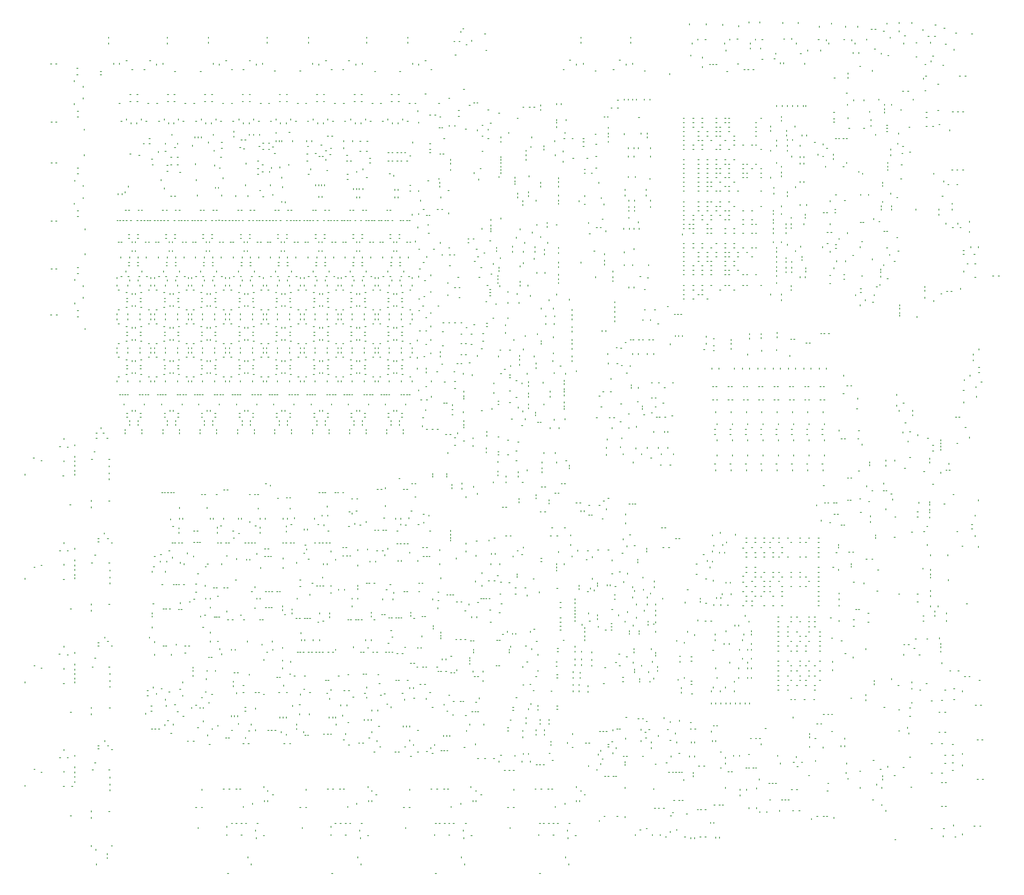
<source format=gbr>
%FSLAX34Y34*%
%MOMM*%
%LNSILK_BOTTOM_*%
G71*
G01*
%ADD10C, 0.25*%
%LPD*%
G54D10*
X198000Y2680000D02*
X202000Y2680000D01*
G54D10*
X214000Y2680000D02*
X218000Y2680000D01*
G54D10*
X280000Y2666000D02*
X284000Y2666000D01*
G54D10*
X284000Y2646000D02*
X280000Y2646000D01*
G54D10*
X272000Y2628000D02*
X272000Y2624000D01*
G54D10*
X300000Y2574000D02*
X300000Y2570000D01*
G54D10*
X272000Y2556000D02*
X272000Y2552000D01*
G54D10*
X282000Y2532000D02*
X286000Y2532000D01*
G54D10*
X282000Y2514000D02*
X286000Y2514000D01*
G54D10*
X200000Y2498000D02*
X204000Y2498000D01*
G54D10*
X214000Y2498000D02*
X218000Y2498000D01*
G54D10*
X304000Y2476000D02*
X304000Y2472000D01*
G54D10*
X354000Y2656000D02*
X358000Y2656000D01*
G54D10*
X354000Y2646000D02*
X358000Y2646000D01*
G54D10*
X396000Y2678000D02*
X396000Y2682000D01*
G54D10*
X414000Y2682000D02*
X414000Y2678000D01*
G54D10*
X452000Y2662000D02*
X456000Y2662000D01*
G54D10*
X380000Y2742000D02*
X380000Y2746000D01*
G54D10*
X434000Y2690000D02*
X438000Y2690000D01*
G54D10*
X490000Y2662000D02*
X494000Y2662000D01*
G54D10*
X508000Y2690000D02*
X512000Y2690000D01*
G54D10*
X586000Y2656000D02*
X590000Y2656000D01*
G54D10*
X564000Y2584000D02*
X568000Y2584000D01*
G54D10*
X564000Y2562000D02*
X568000Y2562000D01*
G54D10*
X584000Y2562000D02*
X588000Y2562000D01*
G54D10*
X584000Y2584000D02*
X588000Y2584000D01*
G54D10*
X468000Y2584000D02*
X472000Y2584000D01*
G54D10*
X468000Y2562000D02*
X472000Y2562000D01*
G54D10*
X446000Y2562000D02*
X450000Y2562000D01*
G54D10*
X446000Y2584000D02*
X450000Y2584000D01*
G54D10*
X502000Y2556000D02*
X506000Y2556000D01*
G54D10*
X530000Y2556000D02*
X534000Y2556000D01*
G54D10*
X496000Y2500000D02*
X500000Y2500000D01*
G54D10*
X412000Y2556000D02*
X416000Y2556000D01*
G54D10*
X418000Y2500000D02*
X422000Y2500000D01*
G54D10*
X436000Y2508000D02*
X436000Y2504000D01*
G54D10*
X450000Y2496000D02*
X450000Y2492000D01*
G54D10*
X468000Y2496000D02*
X468000Y2492000D01*
G54D10*
X482000Y2504000D02*
X482000Y2508000D01*
G54D10*
X554000Y2508000D02*
X554000Y2504000D01*
G54D10*
X536000Y2500000D02*
X540000Y2500000D01*
G54D10*
X568000Y2492000D02*
X568000Y2496000D01*
G54D10*
X584000Y2492000D02*
X584000Y2496000D01*
G54D10*
X612000Y2500000D02*
X616000Y2500000D01*
G54D10*
X598000Y2504000D02*
X598000Y2508000D01*
G54D10*
X618000Y2556000D02*
X622000Y2556000D01*
G54D10*
X680000Y2584000D02*
X684000Y2584000D01*
G54D10*
X680000Y2562000D02*
X684000Y2562000D01*
G54D10*
X646000Y2556000D02*
X650000Y2556000D01*
G54D10*
X670000Y2508000D02*
X670000Y2504000D01*
G54D10*
X652000Y2500000D02*
X656000Y2500000D01*
G54D10*
X684000Y2492000D02*
X684000Y2496000D01*
G54D10*
X702000Y2584000D02*
X706000Y2584000D01*
G54D10*
X702000Y2562000D02*
X706000Y2562000D01*
G54D10*
X730000Y2500000D02*
X734000Y2500000D01*
G54D10*
X736000Y2556000D02*
X740000Y2556000D01*
G54D10*
X764000Y2556000D02*
X768000Y2556000D01*
G54D10*
X768000Y2500000D02*
X772000Y2500000D01*
G54D10*
X798000Y2562000D02*
X802000Y2562000D01*
G54D10*
X798000Y2584000D02*
X802000Y2584000D01*
G54D10*
X716000Y2508000D02*
X716000Y2504000D01*
G54D10*
X788000Y2508000D02*
X788000Y2504000D01*
G54D10*
X914000Y2584000D02*
X918000Y2584000D01*
G54D10*
X914000Y2562000D02*
X918000Y2562000D01*
G54D10*
X880000Y2556000D02*
X884000Y2556000D01*
G54D10*
X904000Y2508000D02*
X904000Y2504000D01*
G54D10*
X886000Y2500000D02*
X890000Y2500000D01*
G54D10*
X918000Y2492000D02*
X918000Y2496000D01*
G54D10*
X1030000Y2584000D02*
X1034000Y2584000D01*
G54D10*
X1030000Y2562000D02*
X1034000Y2562000D01*
G54D10*
X996000Y2556000D02*
X1000000Y2556000D01*
G54D10*
X1020000Y2508000D02*
X1020000Y2504000D01*
G54D10*
X1002000Y2500000D02*
X1006000Y2500000D01*
G54D10*
X1034000Y2492000D02*
X1034000Y2496000D01*
G54D10*
X1148000Y2584000D02*
X1152000Y2584000D01*
G54D10*
X1148000Y2562000D02*
X1152000Y2562000D01*
G54D10*
X1114000Y2556000D02*
X1118000Y2556000D01*
G54D10*
X1138000Y2508000D02*
X1138000Y2504000D01*
G54D10*
X1118000Y2500000D02*
X1122000Y2500000D01*
G54D10*
X1152000Y2492000D02*
X1152000Y2496000D01*
G54D10*
X1264000Y2584000D02*
X1268000Y2584000D01*
G54D10*
X1264000Y2562000D02*
X1268000Y2562000D01*
G54D10*
X1230000Y2556000D02*
X1234000Y2556000D01*
G54D10*
X1254000Y2508000D02*
X1254000Y2504000D01*
G54D10*
X1236000Y2500000D02*
X1240000Y2500000D01*
G54D10*
X1268000Y2492000D02*
X1268000Y2496000D01*
G54D10*
X666000Y2656000D02*
X670000Y2656000D01*
G54D10*
X764000Y2662000D02*
X768000Y2662000D01*
G54D10*
X800000Y2662000D02*
X804000Y2662000D01*
G54D10*
X820000Y2690000D02*
X824000Y2690000D01*
G54D10*
X746000Y2690000D02*
X750000Y2690000D01*
G54D10*
X978000Y2658000D02*
X982000Y2658000D01*
G54D10*
X898000Y2658000D02*
X902000Y2658000D01*
G54D10*
X1058000Y2690000D02*
X1062000Y2690000D01*
G54D10*
X1076000Y2662000D02*
X1080000Y2662000D01*
G54D10*
X1112000Y2662000D02*
X1116000Y2662000D01*
G54D10*
X1290000Y2656000D02*
X1294000Y2656000D01*
G54D10*
X1212000Y2656000D02*
X1216000Y2656000D01*
G54D10*
X1388000Y2662000D02*
X1392000Y2662000D01*
G54D10*
X1460000Y2750000D02*
X1464000Y2750000D01*
G54D10*
X1476000Y2750000D02*
X1480000Y2750000D01*
G54D10*
X1464000Y2708000D02*
X1468000Y2708000D01*
G54D10*
X1560000Y2722000D02*
X1564000Y2722000D01*
G54D10*
X1556000Y2774000D02*
X1560000Y2774000D01*
G54D10*
X1802000Y2662000D02*
X1806000Y2662000D01*
G54D10*
X1902000Y2658000D02*
X1906000Y2658000D01*
G54D10*
X1958000Y2662000D02*
X1962000Y2662000D01*
G54D10*
X2056000Y2658000D02*
X2060000Y2658000D01*
G54D10*
X2014000Y2764000D02*
X2014000Y2760000D01*
G54D10*
X2014000Y2748000D02*
X2014000Y2744000D01*
G54D10*
X2020000Y2682000D02*
X2020000Y2678000D01*
G54D10*
X2000000Y2680000D02*
X2000000Y2676000D01*
G54D10*
X1978000Y2692000D02*
X1982000Y2692000D01*
G54D10*
X1844000Y2680000D02*
X1844000Y2676000D01*
G54D10*
X1866000Y2682000D02*
X1866000Y2678000D01*
G54D10*
X1858000Y2748000D02*
X1858000Y2744000D01*
G54D10*
X1858000Y2764000D02*
X1858000Y2760000D01*
G54D10*
X1822000Y2692000D02*
X1826000Y2692000D01*
G54D10*
X1972000Y2566000D02*
X1976000Y2566000D01*
G54D10*
X1994000Y2570000D02*
X1994000Y2566000D01*
G54D10*
X2006000Y2570000D02*
X2006000Y2566000D01*
G54D10*
X2020000Y2570000D02*
X2020000Y2566000D01*
G54D10*
X2032000Y2570000D02*
X2032000Y2566000D01*
G54D10*
X2056000Y2570000D02*
X2056000Y2566000D01*
G54D10*
X2074000Y2570000D02*
X2074000Y2566000D01*
G54D10*
X1488000Y2790000D02*
X1492000Y2790000D01*
G54D10*
X1482000Y2782000D02*
X1482000Y2778000D01*
G54D10*
X1316000Y2764000D02*
X1316000Y2760000D01*
G54D10*
X1370000Y2690000D02*
X1374000Y2690000D01*
G54D10*
X1316000Y2748000D02*
X1316000Y2744000D01*
G54D10*
X1332000Y2678000D02*
X1332000Y2682000D01*
G54D10*
X1350000Y2676000D02*
X1350000Y2680000D01*
G54D10*
X1130000Y2690000D02*
X1134000Y2690000D01*
G54D10*
X1154000Y2676000D02*
X1154000Y2680000D01*
G54D10*
X1174000Y2678000D02*
X1174000Y2682000D01*
G54D10*
X1188000Y2744000D02*
X1188000Y2748000D01*
G54D10*
X1188000Y2764000D02*
X1188000Y2760000D01*
G54D10*
X1006000Y2764000D02*
X1006000Y2760000D01*
G54D10*
X1006000Y2744000D02*
X1006000Y2748000D01*
G54D10*
X1018000Y2678000D02*
X1018000Y2682000D01*
G54D10*
X1038000Y2676000D02*
X1038000Y2680000D01*
G54D10*
X842000Y2676000D02*
X842000Y2680000D01*
G54D10*
X862000Y2678000D02*
X862000Y2682000D01*
G54D10*
X876000Y2744000D02*
X876000Y2748000D01*
G54D10*
X876000Y2760000D02*
X876000Y2764000D01*
G54D10*
X692000Y2764000D02*
X692000Y2760000D01*
G54D10*
X692000Y2744000D02*
X692000Y2748000D01*
G54D10*
X726000Y2676000D02*
X726000Y2680000D01*
G54D10*
X708000Y2678000D02*
X708000Y2682000D01*
G54D10*
X550000Y2678000D02*
X550000Y2682000D01*
G54D10*
X530000Y2680000D02*
X530000Y2676000D01*
G54D10*
X564000Y2760000D02*
X564000Y2764000D01*
G54D10*
X564000Y2742000D02*
X564000Y2746000D01*
G54D10*
X380000Y2764000D02*
X380000Y2760000D01*
G54D10*
X300000Y2606000D02*
X300000Y2610000D01*
G54D10*
X304000Y2392000D02*
X304000Y2396000D01*
G54D10*
X200000Y2370000D02*
X204000Y2370000D01*
G54D10*
X214000Y2370000D02*
X218000Y2370000D01*
G54D10*
X282000Y2354000D02*
X286000Y2354000D01*
G54D10*
X282000Y2336000D02*
X286000Y2336000D01*
G54D10*
X274000Y2312000D02*
X274000Y2316000D01*
G54D10*
X300000Y2296000D02*
X300000Y2300000D01*
G54D10*
X300000Y2258000D02*
X300000Y2262000D01*
G54D10*
X306000Y2160000D02*
X306000Y2164000D01*
G54D10*
X272000Y2240000D02*
X272000Y2244000D01*
G54D10*
X306000Y2082000D02*
X306000Y2086000D01*
G54D10*
X300000Y1982000D02*
X300000Y1986000D01*
G54D10*
X274000Y2002000D02*
X274000Y2006000D01*
G54D10*
X300000Y1946000D02*
X300000Y1950000D01*
G54D10*
X306000Y1848000D02*
X306000Y1852000D01*
G54D10*
X274000Y1928000D02*
X274000Y1932000D01*
G54D10*
X198000Y1894000D02*
X202000Y1894000D01*
G54D10*
X216000Y1894000D02*
X220000Y1894000D01*
G54D10*
X282000Y1908000D02*
X286000Y1908000D01*
G54D10*
X282000Y1888000D02*
X286000Y1888000D01*
G54D10*
X200000Y2038000D02*
X204000Y2038000D01*
G54D10*
X214000Y2038000D02*
X218000Y2038000D01*
G54D10*
X282000Y2024000D02*
X286000Y2024000D01*
G54D10*
X282000Y2042000D02*
X286000Y2042000D01*
G54D10*
X200000Y2188000D02*
X204000Y2188000D01*
G54D10*
X282000Y2202000D02*
X286000Y2202000D01*
G54D10*
X282000Y2220000D02*
X286000Y2220000D01*
G54D10*
X214000Y2188000D02*
X218000Y2188000D01*
G54D10*
X702000Y2492000D02*
X702000Y2496000D01*
G54D10*
X802000Y2492000D02*
X802000Y2496000D01*
G54D10*
X820000Y2492000D02*
X820000Y2496000D01*
G54D10*
X834000Y2504000D02*
X834000Y2508000D01*
G54D10*
X820000Y2562000D02*
X824000Y2562000D01*
G54D10*
X820000Y2584000D02*
X824000Y2584000D01*
G54D10*
X936000Y2562000D02*
X940000Y2562000D01*
G54D10*
X936000Y2584000D02*
X940000Y2584000D01*
G54D10*
X1052000Y2562000D02*
X1056000Y2562000D01*
G54D10*
X1052000Y2584000D02*
X1056000Y2584000D01*
G54D10*
X1170000Y2562000D02*
X1174000Y2562000D01*
G54D10*
X1170000Y2584000D02*
X1174000Y2584000D01*
G54D10*
X1286000Y2562000D02*
X1290000Y2562000D01*
G54D10*
X1286000Y2584000D02*
X1290000Y2584000D01*
G54D10*
X936000Y2492000D02*
X936000Y2496000D01*
G54D10*
X1052000Y2492000D02*
X1052000Y2496000D01*
G54D10*
X1170000Y2492000D02*
X1170000Y2496000D01*
G54D10*
X1184000Y2504000D02*
X1184000Y2508000D01*
G54D10*
X1286000Y2492000D02*
X1286000Y2496000D01*
G54D10*
X1300000Y2504000D02*
X1300000Y2508000D01*
G54D10*
X854000Y2556000D02*
X858000Y2556000D01*
G54D10*
X848000Y2500000D02*
X852000Y2500000D01*
G54D10*
X970000Y2556000D02*
X974000Y2556000D01*
G54D10*
X964000Y2500000D02*
X968000Y2500000D01*
G54D10*
X950000Y2508000D02*
X950000Y2504000D01*
G54D10*
X1086000Y2556000D02*
X1090000Y2556000D01*
G54D10*
X1080000Y2500000D02*
X1084000Y2500000D01*
G54D10*
X1066000Y2508000D02*
X1066000Y2504000D01*
G54D10*
X1204000Y2556000D02*
X1208000Y2556000D01*
G54D10*
X1198000Y2500000D02*
X1202000Y2500000D01*
G54D10*
X1320000Y2556000D02*
X1324000Y2556000D01*
G54D10*
X1338000Y2556000D02*
X1342000Y2556000D01*
G54D10*
X1350000Y2494000D02*
X1350000Y2498000D01*
G54D10*
X1314000Y2500000D02*
X1318000Y2500000D01*
G54D10*
X1348000Y2530000D02*
X1348000Y2534000D01*
G54D10*
X1332000Y2432000D02*
X1332000Y2436000D01*
G54D10*
X410000Y2274000D02*
X410000Y2270000D01*
G54D10*
X422000Y2274000D02*
X422000Y2270000D01*
G54D10*
X432000Y2280000D02*
X432000Y2276000D01*
G54D10*
X442000Y2298000D02*
X442000Y2294000D01*
G54D10*
X578000Y2460000D02*
X578000Y2456000D01*
G54D10*
X596000Y2432000D02*
X596000Y2428000D01*
G54D10*
X558000Y2432000D02*
X558000Y2428000D01*
G54D10*
X554000Y2292000D02*
X554000Y2288000D01*
G54D10*
X658000Y2270000D02*
X658000Y2266000D01*
G54D10*
X734000Y2270000D02*
X734000Y2266000D01*
G54D10*
X654000Y2318000D02*
X654000Y2314000D01*
G54D10*
X714000Y2294000D02*
X714000Y2290000D01*
G54D10*
X724000Y2294000D02*
X724000Y2290000D01*
G54D10*
X738000Y2324000D02*
X738000Y2320000D01*
G54D10*
X712000Y2364000D02*
X712000Y2360000D01*
G54D10*
X652000Y2368000D02*
X652000Y2364000D01*
G54D10*
X642000Y2426000D02*
X642000Y2422000D01*
G54D10*
X710000Y2410000D02*
X710000Y2406000D01*
G54D10*
X692000Y2436000D02*
X692000Y2432000D01*
G54D10*
X670000Y2452000D02*
X670000Y2448000D01*
G54D10*
X660000Y2452000D02*
X660000Y2448000D01*
G54D10*
X650000Y2452000D02*
X650000Y2448000D01*
G54D10*
X708000Y2460000D02*
X708000Y2456000D01*
G54D10*
X772000Y2454000D02*
X772000Y2450000D01*
G54D10*
X772000Y2470000D02*
X772000Y2466000D01*
G54D10*
X852000Y2460000D02*
X852000Y2456000D01*
G54D10*
X834000Y2460000D02*
X834000Y2456000D01*
G54D10*
X820000Y2460000D02*
X820000Y2456000D01*
G54D10*
X810000Y2370000D02*
X810000Y2366000D01*
G54D10*
X904000Y2440000D02*
X904000Y2436000D01*
G54D10*
X914000Y2440000D02*
X914000Y2436000D01*
G54D10*
X922000Y2440000D02*
X922000Y2436000D01*
G54D10*
X904000Y2466000D02*
X904000Y2462000D01*
G54D10*
X944000Y2366000D02*
X944000Y2362000D01*
G54D10*
X916000Y2358000D02*
X916000Y2354000D01*
G54D10*
X890000Y2356000D02*
X890000Y2352000D01*
G54D10*
X884000Y2344000D02*
X884000Y2340000D01*
G54D10*
X886000Y2302000D02*
X886000Y2298000D01*
G54D10*
X922000Y2326000D02*
X922000Y2322000D01*
G54D10*
X924000Y2296000D02*
X924000Y2292000D01*
G54D10*
X932475Y2249015D02*
X932475Y2245015D01*
G54D10*
X922000Y2250000D02*
X922000Y2246000D01*
G54D10*
X894000Y2272000D02*
X894000Y2268000D01*
G54D10*
X1028000Y2302000D02*
X1028000Y2298000D01*
G54D10*
X1038000Y2266000D02*
X1038000Y2262000D01*
G54D10*
X1048000Y2266000D02*
X1048000Y2262000D01*
G54D10*
X1116000Y2440000D02*
X1116000Y2436000D01*
G54D10*
X1144000Y2440000D02*
X1144000Y2436000D01*
G54D10*
X1156000Y2344000D02*
X1156000Y2340000D01*
G54D10*
X1176000Y2352000D02*
X1176000Y2348000D01*
G54D10*
X1146000Y2290000D02*
X1146000Y2286000D01*
G54D10*
X1156000Y2290000D02*
X1156000Y2286000D01*
G54D10*
X1164000Y2290000D02*
X1164000Y2286000D01*
G54D10*
X1176000Y2290000D02*
X1176000Y2286000D01*
G54D10*
X1156000Y2264000D02*
X1156000Y2260000D01*
G54D10*
X1166000Y2264000D02*
X1166000Y2260000D01*
G54D10*
X1272000Y2332000D02*
X1272000Y2328000D01*
G54D10*
X1286000Y2288000D02*
X1286000Y2284000D01*
G54D10*
X1276000Y2288000D02*
X1276000Y2284000D01*
G54D10*
X1276000Y2264000D02*
X1276000Y2260000D01*
G54D10*
X1286000Y2264000D02*
X1286000Y2260000D01*
G54D10*
X1330000Y2210000D02*
X1330000Y2206000D01*
G54D10*
X1324000Y2190000D02*
X1320000Y2190000D01*
G54D10*
X1316000Y2190000D02*
X1312000Y2190000D01*
G54D10*
X1304000Y2190000D02*
X1300000Y2190000D01*
G54D10*
X1296000Y2190000D02*
X1292000Y2190000D01*
G54D10*
X1270000Y2190000D02*
X1266000Y2190000D01*
G54D10*
X1256000Y2190000D02*
X1252000Y2190000D01*
G54D10*
X1248000Y2190000D02*
X1244000Y2190000D01*
G54D10*
X1236000Y2190000D02*
X1232000Y2190000D01*
G54D10*
X1228000Y2190000D02*
X1224000Y2190000D01*
G54D10*
X1254000Y2222000D02*
X1250000Y2222000D01*
G54D10*
X1264000Y2222000D02*
X1260000Y2222000D01*
G54D10*
X1326000Y2282000D02*
X1322000Y2282000D01*
G54D10*
X1326000Y2300000D02*
X1322000Y2300000D01*
G54D10*
X1262000Y2336000D02*
X1258000Y2336000D01*
G54D10*
X1258000Y2376000D02*
X1254000Y2376000D01*
G54D10*
X1270000Y2376000D02*
X1266000Y2376000D01*
G54D10*
X1286000Y2376000D02*
X1282000Y2376000D01*
G54D10*
X1298000Y2376000D02*
X1294000Y2376000D01*
G54D10*
X1316000Y2376000D02*
X1312000Y2376000D01*
G54D10*
X1326000Y2392000D02*
X1322000Y2392000D01*
G54D10*
X1310000Y2402000D02*
X1306000Y2402000D01*
G54D10*
X1298000Y2402000D02*
X1294000Y2402000D01*
G54D10*
X1286000Y2402000D02*
X1282000Y2402000D01*
G54D10*
X1270000Y2402000D02*
X1266000Y2402000D01*
G54D10*
X1258000Y2402000D02*
X1254000Y2402000D01*
G54D10*
X1192000Y2438000D02*
X1188000Y2438000D01*
G54D10*
X1170000Y2438000D02*
X1166000Y2438000D01*
G54D10*
X1190000Y2406000D02*
X1186000Y2406000D01*
G54D10*
X1170000Y2406000D02*
X1166000Y2406000D01*
G54D10*
X1200000Y2384000D02*
X1196000Y2384000D01*
G54D10*
X1200000Y2370000D02*
X1196000Y2370000D01*
G54D10*
X1140000Y2376000D02*
X1136000Y2376000D01*
G54D10*
X1128000Y2376000D02*
X1124000Y2376000D01*
G54D10*
X1128000Y2394000D02*
X1124000Y2394000D01*
G54D10*
X1116000Y2418000D02*
X1116000Y2414000D01*
G54D10*
X1130000Y2334000D02*
X1126000Y2334000D01*
G54D10*
X1130000Y2318000D02*
X1126000Y2318000D01*
G54D10*
X1190000Y2324000D02*
X1186000Y2324000D01*
G54D10*
X1138000Y2222000D02*
X1134000Y2222000D01*
G54D10*
X1148000Y2222000D02*
X1144000Y2222000D01*
G54D10*
X1178000Y2222000D02*
X1174000Y2222000D01*
G54D10*
X1188000Y2222000D02*
X1184000Y2222000D01*
G54D10*
X1214000Y2190000D02*
X1210000Y2190000D01*
G54D10*
X1206000Y2190000D02*
X1202000Y2190000D01*
G54D10*
X1196000Y2190000D02*
X1192000Y2190000D01*
G54D10*
X1188000Y2190000D02*
X1184000Y2190000D01*
G54D10*
X1172000Y2190000D02*
X1168000Y2190000D01*
G54D10*
X1154000Y2190000D02*
X1150000Y2190000D01*
G54D10*
X1138000Y2190000D02*
X1134000Y2190000D01*
G54D10*
X1130000Y2190000D02*
X1126000Y2190000D01*
G54D10*
X1120000Y2190000D02*
X1116000Y2190000D01*
G54D10*
X1112000Y2190000D02*
X1108000Y2190000D01*
G54D10*
X1098000Y2190000D02*
X1094000Y2190000D01*
G54D10*
X1088000Y2190000D02*
X1084000Y2190000D01*
G54D10*
X1078000Y2190000D02*
X1074000Y2190000D01*
G54D10*
X1070000Y2190000D02*
X1066000Y2190000D01*
G54D10*
X1056000Y2190000D02*
X1052000Y2190000D01*
G54D10*
X1036000Y2190000D02*
X1032000Y2190000D01*
G54D10*
X1022000Y2190000D02*
X1018000Y2190000D01*
G54D10*
X1022000Y2222000D02*
X1018000Y2222000D01*
G54D10*
X1030000Y2222000D02*
X1026000Y2222000D01*
G54D10*
X1060000Y2222000D02*
X1056000Y2222000D01*
G54D10*
X1072000Y2222000D02*
X1068000Y2222000D01*
G54D10*
X956000Y2440000D02*
X956000Y2436000D01*
G54D10*
X948000Y2466000D02*
X944000Y2466000D01*
G54D10*
X896000Y2420000D02*
X892000Y2420000D01*
G54D10*
X902000Y2400000D02*
X898000Y2400000D01*
G54D10*
X866000Y2412000D02*
X862000Y2412000D01*
G54D10*
X884000Y2412000D02*
X880000Y2412000D01*
G54D10*
X884000Y2432000D02*
X880000Y2432000D01*
G54D10*
X866000Y2432000D02*
X862000Y2432000D01*
G54D10*
X854000Y2422000D02*
X850000Y2422000D01*
G54D10*
X850000Y2376000D02*
X846000Y2376000D01*
G54D10*
X850000Y2352000D02*
X846000Y2352000D01*
G54D10*
X864000Y2364000D02*
X860000Y2364000D01*
G54D10*
X864000Y2342000D02*
X860000Y2342000D01*
G54D10*
X850000Y2334000D02*
X846000Y2334000D01*
G54D10*
X856000Y2284000D02*
X852000Y2284000D01*
G54D10*
X866000Y2264000D02*
X862000Y2264000D01*
G54D10*
X904000Y2222000D02*
X900000Y2222000D01*
G54D10*
X914000Y2222000D02*
X910000Y2222000D01*
G54D10*
X944000Y2222000D02*
X940000Y2222000D01*
G54D10*
X954000Y2222000D02*
X950000Y2222000D01*
G54D10*
X1012000Y2190000D02*
X1008000Y2190000D01*
G54D10*
X1004000Y2190000D02*
X1000000Y2190000D01*
G54D10*
X994000Y2190000D02*
X990000Y2190000D01*
G54D10*
X980000Y2190000D02*
X976000Y2190000D01*
G54D10*
X970000Y2190000D02*
X966000Y2190000D01*
G54D10*
X962000Y2190000D02*
X958000Y2190000D01*
G54D10*
X952000Y2190000D02*
X948000Y2190000D01*
G54D10*
X940000Y2190000D02*
X936000Y2190000D01*
G54D10*
X920000Y2190000D02*
X916000Y2190000D01*
G54D10*
X906000Y2190000D02*
X902000Y2190000D01*
G54D10*
X896000Y2190000D02*
X892000Y2190000D01*
G54D10*
X886000Y2190000D02*
X882000Y2190000D01*
G54D10*
X876000Y2190000D02*
X872000Y2190000D01*
G54D10*
X864000Y2190000D02*
X860000Y2190000D01*
G54D10*
X854000Y2190000D02*
X850000Y2190000D01*
G54D10*
X846000Y2190000D02*
X842000Y2190000D01*
G54D10*
X834000Y2190000D02*
X830000Y2190000D01*
G54D10*
X822000Y2190000D02*
X818000Y2190000D01*
G54D10*
X802000Y2190000D02*
X798000Y2190000D01*
G54D10*
X790000Y2190000D02*
X786000Y2190000D01*
G54D10*
X780000Y2190000D02*
X776000Y2190000D01*
G54D10*
X770000Y2190000D02*
X766000Y2190000D01*
G54D10*
X760000Y2190000D02*
X756000Y2190000D01*
G54D10*
X748000Y2190000D02*
X744000Y2190000D01*
G54D10*
X738000Y2190000D02*
X734000Y2190000D01*
G54D10*
X727910Y2190128D02*
X723910Y2190128D01*
G54D10*
X718000Y2190000D02*
X714000Y2190000D01*
G54D10*
X706000Y2190000D02*
X702000Y2190000D01*
G54D10*
X720000Y2222000D02*
X716000Y2222000D01*
G54D10*
X710000Y2222000D02*
X706000Y2222000D01*
G54D10*
X686000Y2190000D02*
X682000Y2190000D01*
G54D10*
X672000Y2190000D02*
X668000Y2190000D01*
G54D10*
X680000Y2222000D02*
X676000Y2222000D01*
G54D10*
X670000Y2222000D02*
X666000Y2222000D01*
G54D10*
X788000Y2222000D02*
X784000Y2222000D01*
G54D10*
X798000Y2222000D02*
X794000Y2222000D01*
G54D10*
X826000Y2222000D02*
X822000Y2222000D01*
G54D10*
X838000Y2222000D02*
X834000Y2222000D01*
G54D10*
X778000Y2268000D02*
X778000Y2264000D01*
G54D10*
X816000Y2268000D02*
X816000Y2264000D01*
G54D10*
X808000Y2298000D02*
X808000Y2302000D01*
G54D10*
X730000Y2354000D02*
X726000Y2354000D01*
G54D10*
X734000Y2388000D02*
X730000Y2388000D01*
G54D10*
X736000Y2416000D02*
X732000Y2416000D01*
G54D10*
X736000Y2434000D02*
X732000Y2434000D01*
G54D10*
X794000Y2418000D02*
X790000Y2418000D01*
G54D10*
X806000Y2414000D02*
X802000Y2414000D01*
G54D10*
X810000Y2442000D02*
X806000Y2442000D01*
G54D10*
X798000Y2442000D02*
X794000Y2442000D01*
G54D10*
X590000Y2418000D02*
X586000Y2418000D01*
G54D10*
X598000Y2388000D02*
X594000Y2388000D01*
G54D10*
X598000Y2364000D02*
X594000Y2364000D01*
G54D10*
X578000Y2364000D02*
X574000Y2364000D01*
G54D10*
X578000Y2388000D02*
X574000Y2388000D01*
G54D10*
X560000Y2406000D02*
X556000Y2406000D01*
G54D10*
X566000Y2362000D02*
X562000Y2362000D01*
G54D10*
X566000Y2344000D02*
X562000Y2344000D01*
G54D10*
X606000Y2340000D02*
X602000Y2340000D01*
G54D10*
X520000Y2364000D02*
X516000Y2364000D01*
G54D10*
X510000Y2430000D02*
X506000Y2430000D01*
G54D10*
X510000Y2446000D02*
X506000Y2446000D01*
G54D10*
X492000Y2430000D02*
X488000Y2430000D01*
G54D10*
X478000Y2394000D02*
X474000Y2394000D01*
G54D10*
X518000Y2382000D02*
X514000Y2382000D01*
G54D10*
X544000Y2318000D02*
X544000Y2314000D01*
G54D10*
X450000Y2398000D02*
X446000Y2398000D01*
G54D10*
X578000Y2266000D02*
X574000Y2266000D01*
G54D10*
X590000Y2266000D02*
X586000Y2266000D01*
G54D10*
X592000Y2222000D02*
X588000Y2222000D01*
G54D10*
X604000Y2222000D02*
X600000Y2222000D01*
G54D10*
X564000Y2222000D02*
X560000Y2222000D01*
G54D10*
X552000Y2222000D02*
X548000Y2222000D01*
G54D10*
X486000Y2222000D02*
X482000Y2222000D01*
G54D10*
X476000Y2222000D02*
X472000Y2222000D01*
G54D10*
X436000Y2222000D02*
X432000Y2222000D01*
G54D10*
X446000Y2222000D02*
X442000Y2222000D01*
G54D10*
X410000Y2190000D02*
X406000Y2190000D01*
G54D10*
X418000Y2190000D02*
X414000Y2190000D01*
G54D10*
X428000Y2190000D02*
X424000Y2190000D01*
G54D10*
X438000Y2190000D02*
X434000Y2190000D01*
G54D10*
X452000Y2190000D02*
X448000Y2190000D01*
G54D10*
X472000Y2190000D02*
X468000Y2190000D01*
G54D10*
X484000Y2190000D02*
X480000Y2190000D01*
G54D10*
X494000Y2190000D02*
X490000Y2190000D01*
G54D10*
X504000Y2190000D02*
X500000Y2190000D01*
G54D10*
X512000Y2190000D02*
X508000Y2190000D01*
G54D10*
X526000Y2190000D02*
X522000Y2190000D01*
G54D10*
X536000Y2190000D02*
X532000Y2190000D01*
G54D10*
X546000Y2190000D02*
X542000Y2190000D01*
G54D10*
X556000Y2190000D02*
X552000Y2190000D01*
G54D10*
X568000Y2190000D02*
X564000Y2190000D01*
G54D10*
X588000Y2190000D02*
X584000Y2190000D01*
G54D10*
X602000Y2190000D02*
X598000Y2190000D01*
G54D10*
X610000Y2190000D02*
X606000Y2190000D01*
G54D10*
X620000Y2190000D02*
X616000Y2190000D01*
G54D10*
X630000Y2190000D02*
X626000Y2190000D01*
G54D10*
X644000Y2190000D02*
X640000Y2190000D01*
G54D10*
X652000Y2190000D02*
X648000Y2190000D01*
G54D10*
X662000Y2190000D02*
X658000Y2190000D01*
G54D10*
X438000Y1964000D02*
X434000Y1964000D01*
G54D10*
X484000Y1964000D02*
X480000Y1964000D01*
G54D10*
X508000Y1972000D02*
X504000Y1972000D01*
G54D10*
X414000Y1972000D02*
X410000Y1972000D01*
G54D10*
X440000Y1946000D02*
X436000Y1946000D01*
G54D10*
X482000Y1946000D02*
X478000Y1946000D01*
G54D10*
X482000Y1936000D02*
X478000Y1936000D01*
G54D10*
X440000Y1936000D02*
X436000Y1936000D01*
G54D10*
X438000Y1918000D02*
X434000Y1918000D01*
G54D10*
X484000Y1918000D02*
X480000Y1918000D01*
G54D10*
X414000Y1910000D02*
X410000Y1910000D01*
G54D10*
X508000Y1910000D02*
X504000Y1910000D01*
G54D10*
X406000Y1988000D02*
X406000Y1984000D01*
G54D10*
X440000Y1988000D02*
X440000Y1984000D01*
G54D10*
X478000Y1988000D02*
X478000Y1984000D01*
G54D10*
X512000Y1988000D02*
X512000Y1984000D01*
G54D10*
X512000Y1898000D02*
X512000Y1894000D01*
G54D10*
X478000Y1898000D02*
X478000Y1894000D01*
G54D10*
X440000Y1898000D02*
X440000Y1894000D01*
G54D10*
X454000Y1924000D02*
X454000Y1920000D01*
G54D10*
X464000Y1924000D02*
X464000Y1920000D01*
G54D10*
X454000Y1962000D02*
X454000Y1958000D01*
G54D10*
X464000Y1962000D02*
X464000Y1958000D01*
G54D10*
X406000Y1898000D02*
X406000Y1894000D01*
G54D10*
X556000Y1964000D02*
X552000Y1964000D01*
G54D10*
X602000Y1964000D02*
X598000Y1964000D01*
G54D10*
X626000Y1972000D02*
X622000Y1972000D01*
G54D10*
X532000Y1972000D02*
X528000Y1972000D01*
G54D10*
X558000Y1946000D02*
X554000Y1946000D01*
G54D10*
X600000Y1946000D02*
X596000Y1946000D01*
G54D10*
X600000Y1936000D02*
X596000Y1936000D01*
G54D10*
X558000Y1936000D02*
X554000Y1936000D01*
G54D10*
X556000Y1918000D02*
X552000Y1918000D01*
G54D10*
X602000Y1918000D02*
X598000Y1918000D01*
G54D10*
X532000Y1910000D02*
X528000Y1910000D01*
G54D10*
X626000Y1910000D02*
X622000Y1910000D01*
G54D10*
X524000Y1988000D02*
X524000Y1984000D01*
G54D10*
X558000Y1988000D02*
X558000Y1984000D01*
G54D10*
X596000Y1988000D02*
X596000Y1984000D01*
G54D10*
X630000Y1988000D02*
X630000Y1984000D01*
G54D10*
X630000Y1898000D02*
X630000Y1894000D01*
G54D10*
X596000Y1898000D02*
X596000Y1894000D01*
G54D10*
X558000Y1898000D02*
X558000Y1894000D01*
G54D10*
X572000Y1924000D02*
X572000Y1920000D01*
G54D10*
X582000Y1924000D02*
X582000Y1920000D01*
G54D10*
X572000Y1962000D02*
X572000Y1958000D01*
G54D10*
X582000Y1962000D02*
X582000Y1958000D01*
G54D10*
X524000Y1898000D02*
X524000Y1894000D01*
G54D10*
X672000Y1964000D02*
X668000Y1964000D01*
G54D10*
X718000Y1964000D02*
X714000Y1964000D01*
G54D10*
X742000Y1972000D02*
X738000Y1972000D01*
G54D10*
X648000Y1972000D02*
X644000Y1972000D01*
G54D10*
X674000Y1946000D02*
X670000Y1946000D01*
G54D10*
X716000Y1946000D02*
X712000Y1946000D01*
G54D10*
X716000Y1936000D02*
X712000Y1936000D01*
G54D10*
X674000Y1936000D02*
X670000Y1936000D01*
G54D10*
X672000Y1918000D02*
X668000Y1918000D01*
G54D10*
X718000Y1918000D02*
X714000Y1918000D01*
G54D10*
X648000Y1910000D02*
X644000Y1910000D01*
G54D10*
X742000Y1910000D02*
X738000Y1910000D01*
G54D10*
X640000Y1988000D02*
X640000Y1984000D01*
G54D10*
X674000Y1988000D02*
X674000Y1984000D01*
G54D10*
X712000Y1988000D02*
X712000Y1984000D01*
G54D10*
X746000Y1988000D02*
X746000Y1984000D01*
G54D10*
X746000Y1898000D02*
X746000Y1894000D01*
G54D10*
X712000Y1898000D02*
X712000Y1894000D01*
G54D10*
X674000Y1898000D02*
X674000Y1894000D01*
G54D10*
X688000Y1924000D02*
X688000Y1920000D01*
G54D10*
X698000Y1924000D02*
X698000Y1920000D01*
G54D10*
X688000Y1962000D02*
X688000Y1958000D01*
G54D10*
X698000Y1962000D02*
X698000Y1958000D01*
G54D10*
X640000Y1898000D02*
X640000Y1894000D01*
G54D10*
X790000Y1964000D02*
X786000Y1964000D01*
G54D10*
X836000Y1964000D02*
X832000Y1964000D01*
G54D10*
X860000Y1972000D02*
X856000Y1972000D01*
G54D10*
X766000Y1972000D02*
X762000Y1972000D01*
G54D10*
X792000Y1946000D02*
X788000Y1946000D01*
G54D10*
X834000Y1946000D02*
X830000Y1946000D01*
G54D10*
X834000Y1936000D02*
X830000Y1936000D01*
G54D10*
X792000Y1936000D02*
X788000Y1936000D01*
G54D10*
X790000Y1918000D02*
X786000Y1918000D01*
G54D10*
X836000Y1918000D02*
X832000Y1918000D01*
G54D10*
X766000Y1910000D02*
X762000Y1910000D01*
G54D10*
X860000Y1910000D02*
X856000Y1910000D01*
G54D10*
X758000Y1988000D02*
X758000Y1984000D01*
G54D10*
X792000Y1988000D02*
X792000Y1984000D01*
G54D10*
X830000Y1988000D02*
X830000Y1984000D01*
G54D10*
X864000Y1988000D02*
X864000Y1984000D01*
G54D10*
X864000Y1898000D02*
X864000Y1894000D01*
G54D10*
X830000Y1898000D02*
X830000Y1894000D01*
G54D10*
X792000Y1898000D02*
X792000Y1894000D01*
G54D10*
X806000Y1924000D02*
X806000Y1920000D01*
G54D10*
X816000Y1924000D02*
X816000Y1920000D01*
G54D10*
X806000Y1962000D02*
X806000Y1958000D01*
G54D10*
X816000Y1962000D02*
X816000Y1958000D01*
G54D10*
X758000Y1898000D02*
X758000Y1894000D01*
G54D10*
X906000Y1964000D02*
X902000Y1964000D01*
G54D10*
X952000Y1964000D02*
X948000Y1964000D01*
G54D10*
X976000Y1972000D02*
X972000Y1972000D01*
G54D10*
X882000Y1972000D02*
X878000Y1972000D01*
G54D10*
X908000Y1946000D02*
X904000Y1946000D01*
G54D10*
X950000Y1946000D02*
X946000Y1946000D01*
G54D10*
X950000Y1936000D02*
X946000Y1936000D01*
G54D10*
X908000Y1936000D02*
X904000Y1936000D01*
G54D10*
X906000Y1918000D02*
X902000Y1918000D01*
G54D10*
X952000Y1918000D02*
X948000Y1918000D01*
G54D10*
X882000Y1910000D02*
X878000Y1910000D01*
G54D10*
X976000Y1910000D02*
X972000Y1910000D01*
G54D10*
X874000Y1988000D02*
X874000Y1984000D01*
G54D10*
X908000Y1988000D02*
X908000Y1984000D01*
G54D10*
X946000Y1988000D02*
X946000Y1984000D01*
G54D10*
X980000Y1988000D02*
X980000Y1984000D01*
G54D10*
X980000Y1898000D02*
X980000Y1894000D01*
G54D10*
X946000Y1898000D02*
X946000Y1894000D01*
G54D10*
X908000Y1898000D02*
X908000Y1894000D01*
G54D10*
X922000Y1924000D02*
X922000Y1920000D01*
G54D10*
X932000Y1924000D02*
X932000Y1920000D01*
G54D10*
X922000Y1962000D02*
X922000Y1958000D01*
G54D10*
X932000Y1962000D02*
X932000Y1958000D01*
G54D10*
X874000Y1898000D02*
X874000Y1894000D01*
G54D10*
X1024000Y1964000D02*
X1020000Y1964000D01*
G54D10*
X1070000Y1964000D02*
X1066000Y1964000D01*
G54D10*
X1094000Y1972000D02*
X1090000Y1972000D01*
G54D10*
X1000000Y1972000D02*
X996000Y1972000D01*
G54D10*
X1026000Y1946000D02*
X1022000Y1946000D01*
G54D10*
X1068000Y1946000D02*
X1064000Y1946000D01*
G54D10*
X1068000Y1936000D02*
X1064000Y1936000D01*
G54D10*
X1026000Y1936000D02*
X1022000Y1936000D01*
G54D10*
X1024000Y1918000D02*
X1020000Y1918000D01*
G54D10*
X1070000Y1918000D02*
X1066000Y1918000D01*
G54D10*
X1000000Y1910000D02*
X996000Y1910000D01*
G54D10*
X1094000Y1910000D02*
X1090000Y1910000D01*
G54D10*
X992000Y1988000D02*
X992000Y1984000D01*
G54D10*
X1026000Y1988000D02*
X1026000Y1984000D01*
G54D10*
X1064000Y1988000D02*
X1064000Y1984000D01*
G54D10*
X1098000Y1988000D02*
X1098000Y1984000D01*
G54D10*
X1098000Y1898000D02*
X1098000Y1894000D01*
G54D10*
X1064000Y1898000D02*
X1064000Y1894000D01*
G54D10*
X1026000Y1898000D02*
X1026000Y1894000D01*
G54D10*
X1040000Y1924000D02*
X1040000Y1920000D01*
G54D10*
X1050000Y1924000D02*
X1050000Y1920000D01*
G54D10*
X1040000Y1962000D02*
X1040000Y1958000D01*
G54D10*
X1050000Y1962000D02*
X1050000Y1958000D01*
G54D10*
X992000Y1898000D02*
X992000Y1894000D01*
G54D10*
X1140000Y1964000D02*
X1136000Y1964000D01*
G54D10*
X1186000Y1964000D02*
X1182000Y1964000D01*
G54D10*
X1210000Y1972000D02*
X1206000Y1972000D01*
G54D10*
X1116000Y1972000D02*
X1112000Y1972000D01*
G54D10*
X1142000Y1946000D02*
X1138000Y1946000D01*
G54D10*
X1184000Y1946000D02*
X1180000Y1946000D01*
G54D10*
X1184000Y1936000D02*
X1180000Y1936000D01*
G54D10*
X1142000Y1936000D02*
X1138000Y1936000D01*
G54D10*
X1140000Y1918000D02*
X1136000Y1918000D01*
G54D10*
X1186000Y1918000D02*
X1182000Y1918000D01*
G54D10*
X1116000Y1910000D02*
X1112000Y1910000D01*
G54D10*
X1210000Y1910000D02*
X1206000Y1910000D01*
G54D10*
X1108000Y1988000D02*
X1108000Y1984000D01*
G54D10*
X1142000Y1988000D02*
X1142000Y1984000D01*
G54D10*
X1180000Y1988000D02*
X1180000Y1984000D01*
G54D10*
X1214000Y1988000D02*
X1214000Y1984000D01*
G54D10*
X1214000Y1898000D02*
X1214000Y1894000D01*
G54D10*
X1180000Y1898000D02*
X1180000Y1894000D01*
G54D10*
X1142000Y1898000D02*
X1142000Y1894000D01*
G54D10*
X1156000Y1924000D02*
X1156000Y1920000D01*
G54D10*
X1166000Y1924000D02*
X1166000Y1920000D01*
G54D10*
X1156000Y1962000D02*
X1156000Y1958000D01*
G54D10*
X1166000Y1962000D02*
X1166000Y1958000D01*
G54D10*
X1108000Y1898000D02*
X1108000Y1894000D01*
G54D10*
X1256000Y1964000D02*
X1252000Y1964000D01*
G54D10*
X1302000Y1964000D02*
X1298000Y1964000D01*
G54D10*
X1326000Y1972000D02*
X1322000Y1972000D01*
G54D10*
X1232000Y1972000D02*
X1228000Y1972000D01*
G54D10*
X1258000Y1946000D02*
X1254000Y1946000D01*
G54D10*
X1300000Y1946000D02*
X1296000Y1946000D01*
G54D10*
X1300000Y1936000D02*
X1296000Y1936000D01*
G54D10*
X1258000Y1936000D02*
X1254000Y1936000D01*
G54D10*
X1256000Y1918000D02*
X1252000Y1918000D01*
G54D10*
X1302000Y1918000D02*
X1298000Y1918000D01*
G54D10*
X1232000Y1910000D02*
X1228000Y1910000D01*
G54D10*
X1326000Y1910000D02*
X1322000Y1910000D01*
G54D10*
X1224000Y1988000D02*
X1224000Y1984000D01*
G54D10*
X1258000Y1988000D02*
X1258000Y1984000D01*
G54D10*
X1296000Y1988000D02*
X1296000Y1984000D01*
G54D10*
X1330000Y1988000D02*
X1330000Y1984000D01*
G54D10*
X1330000Y1898000D02*
X1330000Y1894000D01*
G54D10*
X1296000Y1898000D02*
X1296000Y1894000D01*
G54D10*
X1258000Y1898000D02*
X1258000Y1894000D01*
G54D10*
X1272000Y1924000D02*
X1272000Y1920000D01*
G54D10*
X1282000Y1924000D02*
X1282000Y1920000D01*
G54D10*
X1272000Y1962000D02*
X1272000Y1958000D01*
G54D10*
X1282000Y1962000D02*
X1282000Y1958000D01*
G54D10*
X1224000Y1898000D02*
X1224000Y1894000D01*
G54D10*
X1256000Y1858000D02*
X1252000Y1858000D01*
G54D10*
X1302000Y1858000D02*
X1298000Y1858000D01*
G54D10*
X1326000Y1866000D02*
X1322000Y1866000D01*
G54D10*
X1232000Y1866000D02*
X1228000Y1866000D01*
G54D10*
X1258000Y1840000D02*
X1254000Y1840000D01*
G54D10*
X1300000Y1840000D02*
X1296000Y1840000D01*
G54D10*
X1300000Y1830000D02*
X1296000Y1830000D01*
G54D10*
X1258000Y1830000D02*
X1254000Y1830000D01*
G54D10*
X1256000Y1812000D02*
X1252000Y1812000D01*
G54D10*
X1302000Y1812000D02*
X1298000Y1812000D01*
G54D10*
X1232000Y1804000D02*
X1228000Y1804000D01*
G54D10*
X1326000Y1804000D02*
X1322000Y1804000D01*
G54D10*
X1224000Y1882000D02*
X1224000Y1878000D01*
G54D10*
X1258000Y1882000D02*
X1258000Y1878000D01*
G54D10*
X1296000Y1882000D02*
X1296000Y1878000D01*
G54D10*
X1330000Y1882000D02*
X1330000Y1878000D01*
G54D10*
X1330000Y1792000D02*
X1330000Y1788000D01*
G54D10*
X1296000Y1792000D02*
X1296000Y1788000D01*
G54D10*
X1258000Y1792000D02*
X1258000Y1788000D01*
G54D10*
X1272000Y1818000D02*
X1272000Y1814000D01*
G54D10*
X1282000Y1818000D02*
X1282000Y1814000D01*
G54D10*
X1272000Y1856000D02*
X1272000Y1852000D01*
G54D10*
X1282000Y1856000D02*
X1282000Y1852000D01*
G54D10*
X1224000Y1792000D02*
X1224000Y1788000D01*
G54D10*
X1140000Y1858000D02*
X1136000Y1858000D01*
G54D10*
X1186000Y1858000D02*
X1182000Y1858000D01*
G54D10*
X1210000Y1866000D02*
X1206000Y1866000D01*
G54D10*
X1116000Y1866000D02*
X1112000Y1866000D01*
G54D10*
X1142000Y1840000D02*
X1138000Y1840000D01*
G54D10*
X1184000Y1840000D02*
X1180000Y1840000D01*
G54D10*
X1184000Y1830000D02*
X1180000Y1830000D01*
G54D10*
X1142000Y1830000D02*
X1138000Y1830000D01*
G54D10*
X1140000Y1812000D02*
X1136000Y1812000D01*
G54D10*
X1186000Y1812000D02*
X1182000Y1812000D01*
G54D10*
X1116000Y1804000D02*
X1112000Y1804000D01*
G54D10*
X1210000Y1804000D02*
X1206000Y1804000D01*
G54D10*
X1108000Y1882000D02*
X1108000Y1878000D01*
G54D10*
X1142000Y1882000D02*
X1142000Y1878000D01*
G54D10*
X1180000Y1882000D02*
X1180000Y1878000D01*
G54D10*
X1214000Y1882000D02*
X1214000Y1878000D01*
G54D10*
X1214000Y1792000D02*
X1214000Y1788000D01*
G54D10*
X1180000Y1792000D02*
X1180000Y1788000D01*
G54D10*
X1142000Y1792000D02*
X1142000Y1788000D01*
G54D10*
X1156000Y1818000D02*
X1156000Y1814000D01*
G54D10*
X1166000Y1818000D02*
X1166000Y1814000D01*
G54D10*
X1156000Y1856000D02*
X1156000Y1852000D01*
G54D10*
X1166000Y1856000D02*
X1166000Y1852000D01*
G54D10*
X1108000Y1792000D02*
X1108000Y1788000D01*
G54D10*
X1024000Y1858000D02*
X1020000Y1858000D01*
G54D10*
X1070000Y1858000D02*
X1066000Y1858000D01*
G54D10*
X1094000Y1866000D02*
X1090000Y1866000D01*
G54D10*
X1000000Y1866000D02*
X996000Y1866000D01*
G54D10*
X1026000Y1840000D02*
X1022000Y1840000D01*
G54D10*
X1068000Y1840000D02*
X1064000Y1840000D01*
G54D10*
X1068000Y1830000D02*
X1064000Y1830000D01*
G54D10*
X1026000Y1830000D02*
X1022000Y1830000D01*
G54D10*
X1024000Y1812000D02*
X1020000Y1812000D01*
G54D10*
X1070000Y1812000D02*
X1066000Y1812000D01*
G54D10*
X1000000Y1804000D02*
X996000Y1804000D01*
G54D10*
X1094000Y1804000D02*
X1090000Y1804000D01*
G54D10*
X992000Y1882000D02*
X992000Y1878000D01*
G54D10*
X1026000Y1882000D02*
X1026000Y1878000D01*
G54D10*
X1064000Y1882000D02*
X1064000Y1878000D01*
G54D10*
X1098000Y1882000D02*
X1098000Y1878000D01*
G54D10*
X1098000Y1792000D02*
X1098000Y1788000D01*
G54D10*
X1064000Y1792000D02*
X1064000Y1788000D01*
G54D10*
X1026000Y1792000D02*
X1026000Y1788000D01*
G54D10*
X1040000Y1818000D02*
X1040000Y1814000D01*
G54D10*
X1050000Y1818000D02*
X1050000Y1814000D01*
G54D10*
X1040000Y1856000D02*
X1040000Y1852000D01*
G54D10*
X1050000Y1856000D02*
X1050000Y1852000D01*
G54D10*
X992000Y1792000D02*
X992000Y1788000D01*
G54D10*
X906000Y1858000D02*
X902000Y1858000D01*
G54D10*
X952000Y1858000D02*
X948000Y1858000D01*
G54D10*
X976000Y1866000D02*
X972000Y1866000D01*
G54D10*
X882000Y1866000D02*
X878000Y1866000D01*
G54D10*
X908000Y1840000D02*
X904000Y1840000D01*
G54D10*
X950000Y1840000D02*
X946000Y1840000D01*
G54D10*
X950000Y1830000D02*
X946000Y1830000D01*
G54D10*
X908000Y1830000D02*
X904000Y1830000D01*
G54D10*
X906000Y1812000D02*
X902000Y1812000D01*
G54D10*
X952000Y1812000D02*
X948000Y1812000D01*
G54D10*
X882000Y1804000D02*
X878000Y1804000D01*
G54D10*
X976000Y1804000D02*
X972000Y1804000D01*
G54D10*
X874000Y1882000D02*
X874000Y1878000D01*
G54D10*
X908000Y1882000D02*
X908000Y1878000D01*
G54D10*
X946000Y1882000D02*
X946000Y1878000D01*
G54D10*
X980000Y1882000D02*
X980000Y1878000D01*
G54D10*
X980000Y1792000D02*
X980000Y1788000D01*
G54D10*
X946000Y1792000D02*
X946000Y1788000D01*
G54D10*
X908000Y1792000D02*
X908000Y1788000D01*
G54D10*
X922000Y1818000D02*
X922000Y1814000D01*
G54D10*
X932000Y1818000D02*
X932000Y1814000D01*
G54D10*
X922000Y1856000D02*
X922000Y1852000D01*
G54D10*
X932000Y1856000D02*
X932000Y1852000D01*
G54D10*
X874000Y1792000D02*
X874000Y1788000D01*
G54D10*
X790000Y1858000D02*
X786000Y1858000D01*
G54D10*
X836000Y1858000D02*
X832000Y1858000D01*
G54D10*
X860000Y1866000D02*
X856000Y1866000D01*
G54D10*
X766000Y1866000D02*
X762000Y1866000D01*
G54D10*
X792000Y1840000D02*
X788000Y1840000D01*
G54D10*
X834000Y1840000D02*
X830000Y1840000D01*
G54D10*
X834000Y1830000D02*
X830000Y1830000D01*
G54D10*
X792000Y1830000D02*
X788000Y1830000D01*
G54D10*
X790000Y1812000D02*
X786000Y1812000D01*
G54D10*
X836000Y1812000D02*
X832000Y1812000D01*
G54D10*
X766000Y1804000D02*
X762000Y1804000D01*
G54D10*
X860000Y1804000D02*
X856000Y1804000D01*
G54D10*
X758000Y1882000D02*
X758000Y1878000D01*
G54D10*
X792000Y1882000D02*
X792000Y1878000D01*
G54D10*
X830000Y1882000D02*
X830000Y1878000D01*
G54D10*
X864000Y1882000D02*
X864000Y1878000D01*
G54D10*
X864000Y1792000D02*
X864000Y1788000D01*
G54D10*
X830000Y1792000D02*
X830000Y1788000D01*
G54D10*
X792000Y1792000D02*
X792000Y1788000D01*
G54D10*
X806000Y1818000D02*
X806000Y1814000D01*
G54D10*
X816000Y1818000D02*
X816000Y1814000D01*
G54D10*
X806000Y1856000D02*
X806000Y1852000D01*
G54D10*
X816000Y1856000D02*
X816000Y1852000D01*
G54D10*
X758000Y1792000D02*
X758000Y1788000D01*
G54D10*
X672000Y1858000D02*
X668000Y1858000D01*
G54D10*
X718000Y1858000D02*
X714000Y1858000D01*
G54D10*
X742000Y1866000D02*
X738000Y1866000D01*
G54D10*
X648000Y1866000D02*
X644000Y1866000D01*
G54D10*
X674000Y1840000D02*
X670000Y1840000D01*
G54D10*
X716000Y1840000D02*
X712000Y1840000D01*
G54D10*
X716000Y1830000D02*
X712000Y1830000D01*
G54D10*
X674000Y1830000D02*
X670000Y1830000D01*
G54D10*
X672000Y1812000D02*
X668000Y1812000D01*
G54D10*
X718000Y1812000D02*
X714000Y1812000D01*
G54D10*
X648000Y1804000D02*
X644000Y1804000D01*
G54D10*
X742000Y1804000D02*
X738000Y1804000D01*
G54D10*
X640000Y1882000D02*
X640000Y1878000D01*
G54D10*
X674000Y1882000D02*
X674000Y1878000D01*
G54D10*
X712000Y1882000D02*
X712000Y1878000D01*
G54D10*
X746000Y1882000D02*
X746000Y1878000D01*
G54D10*
X746000Y1792000D02*
X746000Y1788000D01*
G54D10*
X712000Y1792000D02*
X712000Y1788000D01*
G54D10*
X674000Y1792000D02*
X674000Y1788000D01*
G54D10*
X688000Y1818000D02*
X688000Y1814000D01*
G54D10*
X698000Y1818000D02*
X698000Y1814000D01*
G54D10*
X688000Y1856000D02*
X688000Y1852000D01*
G54D10*
X698000Y1856000D02*
X698000Y1852000D01*
G54D10*
X640000Y1792000D02*
X640000Y1788000D01*
G54D10*
X556000Y1858000D02*
X552000Y1858000D01*
G54D10*
X602000Y1858000D02*
X598000Y1858000D01*
G54D10*
X626000Y1866000D02*
X622000Y1866000D01*
G54D10*
X532000Y1866000D02*
X528000Y1866000D01*
G54D10*
X558000Y1840000D02*
X554000Y1840000D01*
G54D10*
X600000Y1840000D02*
X596000Y1840000D01*
G54D10*
X600000Y1830000D02*
X596000Y1830000D01*
G54D10*
X558000Y1830000D02*
X554000Y1830000D01*
G54D10*
X556000Y1812000D02*
X552000Y1812000D01*
G54D10*
X602000Y1812000D02*
X598000Y1812000D01*
G54D10*
X532000Y1804000D02*
X528000Y1804000D01*
G54D10*
X626000Y1804000D02*
X622000Y1804000D01*
G54D10*
X524000Y1882000D02*
X524000Y1878000D01*
G54D10*
X558000Y1882000D02*
X558000Y1878000D01*
G54D10*
X596000Y1882000D02*
X596000Y1878000D01*
G54D10*
X630000Y1882000D02*
X630000Y1878000D01*
G54D10*
X630000Y1792000D02*
X630000Y1788000D01*
G54D10*
X596000Y1792000D02*
X596000Y1788000D01*
G54D10*
X558000Y1792000D02*
X558000Y1788000D01*
G54D10*
X572000Y1818000D02*
X572000Y1814000D01*
G54D10*
X582000Y1818000D02*
X582000Y1814000D01*
G54D10*
X572000Y1856000D02*
X572000Y1852000D01*
G54D10*
X582000Y1856000D02*
X582000Y1852000D01*
G54D10*
X524000Y1792000D02*
X524000Y1788000D01*
G54D10*
X438000Y1858000D02*
X434000Y1858000D01*
G54D10*
X484000Y1858000D02*
X480000Y1858000D01*
G54D10*
X508000Y1866000D02*
X504000Y1866000D01*
G54D10*
X414000Y1866000D02*
X410000Y1866000D01*
G54D10*
X440000Y1840000D02*
X436000Y1840000D01*
G54D10*
X482000Y1840000D02*
X478000Y1840000D01*
G54D10*
X482000Y1830000D02*
X478000Y1830000D01*
G54D10*
X440000Y1830000D02*
X436000Y1830000D01*
G54D10*
X438000Y1812000D02*
X434000Y1812000D01*
G54D10*
X484000Y1812000D02*
X480000Y1812000D01*
G54D10*
X414000Y1804000D02*
X410000Y1804000D01*
G54D10*
X508000Y1804000D02*
X504000Y1804000D01*
G54D10*
X406000Y1882000D02*
X406000Y1878000D01*
G54D10*
X440000Y1882000D02*
X440000Y1878000D01*
G54D10*
X478000Y1882000D02*
X478000Y1878000D01*
G54D10*
X512000Y1882000D02*
X512000Y1878000D01*
G54D10*
X512000Y1792000D02*
X512000Y1788000D01*
G54D10*
X478000Y1792000D02*
X478000Y1788000D01*
G54D10*
X440000Y1792000D02*
X440000Y1788000D01*
G54D10*
X454000Y1818000D02*
X454000Y1814000D01*
G54D10*
X464000Y1818000D02*
X464000Y1814000D01*
G54D10*
X454000Y1856000D02*
X454000Y1852000D01*
G54D10*
X464000Y1856000D02*
X464000Y1852000D01*
G54D10*
X406000Y1792000D02*
X406000Y1788000D01*
G54D10*
X438000Y1754000D02*
X434000Y1754000D01*
G54D10*
X484000Y1754000D02*
X480000Y1754000D01*
G54D10*
X508000Y1762000D02*
X504000Y1762000D01*
G54D10*
X414000Y1762000D02*
X410000Y1762000D01*
G54D10*
X440000Y1736000D02*
X436000Y1736000D01*
G54D10*
X482000Y1736000D02*
X478000Y1736000D01*
G54D10*
X482000Y1726000D02*
X478000Y1726000D01*
G54D10*
X440000Y1726000D02*
X436000Y1726000D01*
G54D10*
X438000Y1708000D02*
X434000Y1708000D01*
G54D10*
X484000Y1708000D02*
X480000Y1708000D01*
G54D10*
X414000Y1700000D02*
X410000Y1700000D01*
G54D10*
X508000Y1700000D02*
X504000Y1700000D01*
G54D10*
X406000Y1778000D02*
X406000Y1774000D01*
G54D10*
X440000Y1778000D02*
X440000Y1774000D01*
G54D10*
X478000Y1778000D02*
X478000Y1774000D01*
G54D10*
X512000Y1778000D02*
X512000Y1774000D01*
G54D10*
X512000Y1688000D02*
X512000Y1684000D01*
G54D10*
X478000Y1688000D02*
X478000Y1684000D01*
G54D10*
X440000Y1688000D02*
X440000Y1684000D01*
G54D10*
X454000Y1714000D02*
X454000Y1710000D01*
G54D10*
X464000Y1714000D02*
X464000Y1710000D01*
G54D10*
X454000Y1752000D02*
X454000Y1748000D01*
G54D10*
X464000Y1752000D02*
X464000Y1748000D01*
G54D10*
X406000Y1688000D02*
X406000Y1684000D01*
G54D10*
X556000Y1754000D02*
X552000Y1754000D01*
G54D10*
X602000Y1754000D02*
X598000Y1754000D01*
G54D10*
X626000Y1762000D02*
X622000Y1762000D01*
G54D10*
X532000Y1762000D02*
X528000Y1762000D01*
G54D10*
X558000Y1736000D02*
X554000Y1736000D01*
G54D10*
X600000Y1736000D02*
X596000Y1736000D01*
G54D10*
X600000Y1726000D02*
X596000Y1726000D01*
G54D10*
X558000Y1726000D02*
X554000Y1726000D01*
G54D10*
X556000Y1708000D02*
X552000Y1708000D01*
G54D10*
X602000Y1708000D02*
X598000Y1708000D01*
G54D10*
X532000Y1700000D02*
X528000Y1700000D01*
G54D10*
X626000Y1700000D02*
X622000Y1700000D01*
G54D10*
X524000Y1778000D02*
X524000Y1774000D01*
G54D10*
X558000Y1778000D02*
X558000Y1774000D01*
G54D10*
X596000Y1778000D02*
X596000Y1774000D01*
G54D10*
X630000Y1778000D02*
X630000Y1774000D01*
G54D10*
X630000Y1688000D02*
X630000Y1684000D01*
G54D10*
X596000Y1688000D02*
X596000Y1684000D01*
G54D10*
X558000Y1688000D02*
X558000Y1684000D01*
G54D10*
X572000Y1714000D02*
X572000Y1710000D01*
G54D10*
X582000Y1714000D02*
X582000Y1710000D01*
G54D10*
X572000Y1752000D02*
X572000Y1748000D01*
G54D10*
X582000Y1752000D02*
X582000Y1748000D01*
G54D10*
X524000Y1688000D02*
X524000Y1684000D01*
G54D10*
X672000Y1754000D02*
X668000Y1754000D01*
G54D10*
X718000Y1754000D02*
X714000Y1754000D01*
G54D10*
X742000Y1762000D02*
X738000Y1762000D01*
G54D10*
X648000Y1762000D02*
X644000Y1762000D01*
G54D10*
X674000Y1736000D02*
X670000Y1736000D01*
G54D10*
X716000Y1736000D02*
X712000Y1736000D01*
G54D10*
X716000Y1726000D02*
X712000Y1726000D01*
G54D10*
X674000Y1726000D02*
X670000Y1726000D01*
G54D10*
X672000Y1708000D02*
X668000Y1708000D01*
G54D10*
X718000Y1708000D02*
X714000Y1708000D01*
G54D10*
X648000Y1700000D02*
X644000Y1700000D01*
G54D10*
X742000Y1700000D02*
X738000Y1700000D01*
G54D10*
X640000Y1778000D02*
X640000Y1774000D01*
G54D10*
X674000Y1778000D02*
X674000Y1774000D01*
G54D10*
X712000Y1778000D02*
X712000Y1774000D01*
G54D10*
X746000Y1778000D02*
X746000Y1774000D01*
G54D10*
X746000Y1688000D02*
X746000Y1684000D01*
G54D10*
X712000Y1688000D02*
X712000Y1684000D01*
G54D10*
X674000Y1688000D02*
X674000Y1684000D01*
G54D10*
X688000Y1714000D02*
X688000Y1710000D01*
G54D10*
X698000Y1714000D02*
X698000Y1710000D01*
G54D10*
X688000Y1752000D02*
X688000Y1748000D01*
G54D10*
X698000Y1752000D02*
X698000Y1748000D01*
G54D10*
X640000Y1688000D02*
X640000Y1684000D01*
G54D10*
X790000Y1754000D02*
X786000Y1754000D01*
G54D10*
X836000Y1754000D02*
X832000Y1754000D01*
G54D10*
X860000Y1762000D02*
X856000Y1762000D01*
G54D10*
X766000Y1762000D02*
X762000Y1762000D01*
G54D10*
X792000Y1736000D02*
X788000Y1736000D01*
G54D10*
X834000Y1736000D02*
X830000Y1736000D01*
G54D10*
X834000Y1726000D02*
X830000Y1726000D01*
G54D10*
X792000Y1726000D02*
X788000Y1726000D01*
G54D10*
X790000Y1708000D02*
X786000Y1708000D01*
G54D10*
X836000Y1708000D02*
X832000Y1708000D01*
G54D10*
X766000Y1700000D02*
X762000Y1700000D01*
G54D10*
X860000Y1700000D02*
X856000Y1700000D01*
G54D10*
X758000Y1778000D02*
X758000Y1774000D01*
G54D10*
X792000Y1778000D02*
X792000Y1774000D01*
G54D10*
X830000Y1778000D02*
X830000Y1774000D01*
G54D10*
X864000Y1778000D02*
X864000Y1774000D01*
G54D10*
X864000Y1688000D02*
X864000Y1684000D01*
G54D10*
X830000Y1688000D02*
X830000Y1684000D01*
G54D10*
X792000Y1688000D02*
X792000Y1684000D01*
G54D10*
X806000Y1714000D02*
X806000Y1710000D01*
G54D10*
X816000Y1714000D02*
X816000Y1710000D01*
G54D10*
X806000Y1752000D02*
X806000Y1748000D01*
G54D10*
X816000Y1752000D02*
X816000Y1748000D01*
G54D10*
X758000Y1688000D02*
X758000Y1684000D01*
G54D10*
X906000Y1754000D02*
X902000Y1754000D01*
G54D10*
X952000Y1754000D02*
X948000Y1754000D01*
G54D10*
X976000Y1762000D02*
X972000Y1762000D01*
G54D10*
X882000Y1762000D02*
X878000Y1762000D01*
G54D10*
X908000Y1736000D02*
X904000Y1736000D01*
G54D10*
X950000Y1736000D02*
X946000Y1736000D01*
G54D10*
X950000Y1726000D02*
X946000Y1726000D01*
G54D10*
X908000Y1726000D02*
X904000Y1726000D01*
G54D10*
X906000Y1708000D02*
X902000Y1708000D01*
G54D10*
X952000Y1708000D02*
X948000Y1708000D01*
G54D10*
X882000Y1700000D02*
X878000Y1700000D01*
G54D10*
X976000Y1700000D02*
X972000Y1700000D01*
G54D10*
X874000Y1778000D02*
X874000Y1774000D01*
G54D10*
X908000Y1778000D02*
X908000Y1774000D01*
G54D10*
X946000Y1778000D02*
X946000Y1774000D01*
G54D10*
X980000Y1778000D02*
X980000Y1774000D01*
G54D10*
X980000Y1688000D02*
X980000Y1684000D01*
G54D10*
X946000Y1688000D02*
X946000Y1684000D01*
G54D10*
X908000Y1688000D02*
X908000Y1684000D01*
G54D10*
X922000Y1714000D02*
X922000Y1710000D01*
G54D10*
X932000Y1714000D02*
X932000Y1710000D01*
G54D10*
X922000Y1752000D02*
X922000Y1748000D01*
G54D10*
X932000Y1752000D02*
X932000Y1748000D01*
G54D10*
X874000Y1688000D02*
X874000Y1684000D01*
G54D10*
X1024000Y1754000D02*
X1020000Y1754000D01*
G54D10*
X1070000Y1754000D02*
X1066000Y1754000D01*
G54D10*
X1094000Y1762000D02*
X1090000Y1762000D01*
G54D10*
X1000000Y1762000D02*
X996000Y1762000D01*
G54D10*
X1026000Y1736000D02*
X1022000Y1736000D01*
G54D10*
X1068000Y1736000D02*
X1064000Y1736000D01*
G54D10*
X1068000Y1726000D02*
X1064000Y1726000D01*
G54D10*
X1026000Y1726000D02*
X1022000Y1726000D01*
G54D10*
X1024000Y1708000D02*
X1020000Y1708000D01*
G54D10*
X1070000Y1708000D02*
X1066000Y1708000D01*
G54D10*
X1000000Y1700000D02*
X996000Y1700000D01*
G54D10*
X1094000Y1700000D02*
X1090000Y1700000D01*
G54D10*
X992000Y1778000D02*
X992000Y1774000D01*
G54D10*
X1026000Y1778000D02*
X1026000Y1774000D01*
G54D10*
X1064000Y1778000D02*
X1064000Y1774000D01*
G54D10*
X1098000Y1778000D02*
X1098000Y1774000D01*
G54D10*
X1098000Y1688000D02*
X1098000Y1684000D01*
G54D10*
X1064000Y1688000D02*
X1064000Y1684000D01*
G54D10*
X1026000Y1688000D02*
X1026000Y1684000D01*
G54D10*
X1040000Y1714000D02*
X1040000Y1710000D01*
G54D10*
X1050000Y1714000D02*
X1050000Y1710000D01*
G54D10*
X1040000Y1752000D02*
X1040000Y1748000D01*
G54D10*
X1050000Y1752000D02*
X1050000Y1748000D01*
G54D10*
X992000Y1688000D02*
X992000Y1684000D01*
G54D10*
X1140000Y1754000D02*
X1136000Y1754000D01*
G54D10*
X1186000Y1754000D02*
X1182000Y1754000D01*
G54D10*
X1210000Y1762000D02*
X1206000Y1762000D01*
G54D10*
X1116000Y1762000D02*
X1112000Y1762000D01*
G54D10*
X1142000Y1736000D02*
X1138000Y1736000D01*
G54D10*
X1184000Y1736000D02*
X1180000Y1736000D01*
G54D10*
X1184000Y1726000D02*
X1180000Y1726000D01*
G54D10*
X1142000Y1726000D02*
X1138000Y1726000D01*
G54D10*
X1140000Y1708000D02*
X1136000Y1708000D01*
G54D10*
X1186000Y1708000D02*
X1182000Y1708000D01*
G54D10*
X1116000Y1700000D02*
X1112000Y1700000D01*
G54D10*
X1210000Y1700000D02*
X1206000Y1700000D01*
G54D10*
X1108000Y1778000D02*
X1108000Y1774000D01*
G54D10*
X1142000Y1778000D02*
X1142000Y1774000D01*
G54D10*
X1180000Y1778000D02*
X1180000Y1774000D01*
G54D10*
X1214000Y1778000D02*
X1214000Y1774000D01*
G54D10*
X1214000Y1688000D02*
X1214000Y1684000D01*
G54D10*
X1180000Y1688000D02*
X1180000Y1684000D01*
G54D10*
X1142000Y1688000D02*
X1142000Y1684000D01*
G54D10*
X1156000Y1714000D02*
X1156000Y1710000D01*
G54D10*
X1166000Y1714000D02*
X1166000Y1710000D01*
G54D10*
X1156000Y1752000D02*
X1156000Y1748000D01*
G54D10*
X1166000Y1752000D02*
X1166000Y1748000D01*
G54D10*
X1108000Y1688000D02*
X1108000Y1684000D01*
G54D10*
X1256000Y1754000D02*
X1252000Y1754000D01*
G54D10*
X1302000Y1754000D02*
X1298000Y1754000D01*
G54D10*
X1326000Y1762000D02*
X1322000Y1762000D01*
G54D10*
X1232000Y1762000D02*
X1228000Y1762000D01*
G54D10*
X1258000Y1736000D02*
X1254000Y1736000D01*
G54D10*
X1300000Y1736000D02*
X1296000Y1736000D01*
G54D10*
X1300000Y1726000D02*
X1296000Y1726000D01*
G54D10*
X1258000Y1726000D02*
X1254000Y1726000D01*
G54D10*
X1256000Y1708000D02*
X1252000Y1708000D01*
G54D10*
X1302000Y1708000D02*
X1298000Y1708000D01*
G54D10*
X1232000Y1700000D02*
X1228000Y1700000D01*
G54D10*
X1326000Y1700000D02*
X1322000Y1700000D01*
G54D10*
X1224000Y1778000D02*
X1224000Y1774000D01*
G54D10*
X1258000Y1778000D02*
X1258000Y1774000D01*
G54D10*
X1296000Y1778000D02*
X1296000Y1774000D01*
G54D10*
X1330000Y1778000D02*
X1330000Y1774000D01*
G54D10*
X1330000Y1688000D02*
X1330000Y1684000D01*
G54D10*
X1296000Y1688000D02*
X1296000Y1684000D01*
G54D10*
X1258000Y1688000D02*
X1258000Y1684000D01*
G54D10*
X1272000Y1714000D02*
X1272000Y1710000D01*
G54D10*
X1282000Y1714000D02*
X1282000Y1710000D01*
G54D10*
X1272000Y1752000D02*
X1272000Y1748000D01*
G54D10*
X1282000Y1752000D02*
X1282000Y1748000D01*
G54D10*
X1224000Y1688000D02*
X1224000Y1684000D01*
G54D10*
X446000Y2146000D02*
X442000Y2146000D01*
G54D10*
X474000Y2146000D02*
X470000Y2146000D01*
G54D10*
X474000Y2134000D02*
X470000Y2134000D01*
G54D10*
X446000Y2134000D02*
X442000Y2134000D01*
G54D10*
X414000Y2122000D02*
X410000Y2122000D01*
G54D10*
X422000Y2122000D02*
X418000Y2122000D01*
G54D10*
X498000Y2122000D02*
X494000Y2122000D01*
G54D10*
X508000Y2122000D02*
X504000Y2122000D01*
G54D10*
X446000Y2058000D02*
X442000Y2058000D01*
G54D10*
X446000Y2048000D02*
X442000Y2048000D01*
G54D10*
X474000Y2058000D02*
X470000Y2058000D01*
G54D10*
X474000Y2048000D02*
X470000Y2048000D01*
G54D10*
X454000Y2124000D02*
X454000Y2120000D01*
G54D10*
X464000Y2124000D02*
X464000Y2120000D01*
G54D10*
X446000Y2076000D02*
X446000Y2072000D01*
G54D10*
X472000Y2076000D02*
X472000Y2072000D01*
G54D10*
X434000Y2032000D02*
X434000Y2028000D01*
G54D10*
X484000Y2032000D02*
X484000Y2028000D01*
G54D10*
X454000Y2096000D02*
X454000Y2092000D01*
G54D10*
X464000Y2092000D02*
X464000Y2096000D01*
G54D10*
X562000Y2146000D02*
X558000Y2146000D01*
G54D10*
X590000Y2146000D02*
X586000Y2146000D01*
G54D10*
X590000Y2134000D02*
X586000Y2134000D01*
G54D10*
X562000Y2134000D02*
X558000Y2134000D01*
G54D10*
X530000Y2122000D02*
X526000Y2122000D01*
G54D10*
X538000Y2122000D02*
X534000Y2122000D01*
G54D10*
X614000Y2122000D02*
X610000Y2122000D01*
G54D10*
X624000Y2122000D02*
X620000Y2122000D01*
G54D10*
X570000Y2124000D02*
X570000Y2120000D01*
G54D10*
X580000Y2124000D02*
X580000Y2120000D01*
G54D10*
X570000Y2096000D02*
X570000Y2092000D01*
G54D10*
X580000Y2092000D02*
X580000Y2096000D01*
G54D10*
X564000Y2076000D02*
X564000Y2072000D01*
G54D10*
X590000Y2076000D02*
X590000Y2072000D01*
G54D10*
X560000Y2058000D02*
X564000Y2058000D01*
G54D10*
X588000Y2058000D02*
X592000Y2058000D01*
G54D10*
X592000Y2048000D02*
X588000Y2048000D01*
G54D10*
X564000Y2048000D02*
X560000Y2048000D01*
G54D10*
X552000Y2032000D02*
X552000Y2028000D01*
G54D10*
X602000Y2032000D02*
X602000Y2028000D01*
G54D10*
X678000Y2146000D02*
X674000Y2146000D01*
G54D10*
X706000Y2146000D02*
X702000Y2146000D01*
G54D10*
X706000Y2134000D02*
X702000Y2134000D01*
G54D10*
X678000Y2134000D02*
X674000Y2134000D01*
G54D10*
X646000Y2122000D02*
X642000Y2122000D01*
G54D10*
X654000Y2122000D02*
X650000Y2122000D01*
G54D10*
X730000Y2122000D02*
X726000Y2122000D01*
G54D10*
X740000Y2122000D02*
X736000Y2122000D01*
G54D10*
X686000Y2124000D02*
X686000Y2120000D01*
G54D10*
X696000Y2124000D02*
X696000Y2120000D01*
G54D10*
X686000Y2096000D02*
X686000Y2092000D01*
G54D10*
X696000Y2092000D02*
X696000Y2096000D01*
G54D10*
X796000Y2146000D02*
X792000Y2146000D01*
G54D10*
X824000Y2146000D02*
X820000Y2146000D01*
G54D10*
X824000Y2134000D02*
X820000Y2134000D01*
G54D10*
X796000Y2134000D02*
X792000Y2134000D01*
G54D10*
X764000Y2122000D02*
X760000Y2122000D01*
G54D10*
X772000Y2122000D02*
X768000Y2122000D01*
G54D10*
X848000Y2122000D02*
X844000Y2122000D01*
G54D10*
X858000Y2122000D02*
X854000Y2122000D01*
G54D10*
X804000Y2124000D02*
X804000Y2120000D01*
G54D10*
X814000Y2124000D02*
X814000Y2120000D01*
G54D10*
X804000Y2096000D02*
X804000Y2092000D01*
G54D10*
X814000Y2092000D02*
X814000Y2096000D01*
G54D10*
X912000Y2146000D02*
X908000Y2146000D01*
G54D10*
X940000Y2146000D02*
X936000Y2146000D01*
G54D10*
X940000Y2134000D02*
X936000Y2134000D01*
G54D10*
X912000Y2134000D02*
X908000Y2134000D01*
G54D10*
X880000Y2122000D02*
X876000Y2122000D01*
G54D10*
X888000Y2122000D02*
X884000Y2122000D01*
G54D10*
X964000Y2122000D02*
X960000Y2122000D01*
G54D10*
X974000Y2122000D02*
X970000Y2122000D01*
G54D10*
X920000Y2124000D02*
X920000Y2120000D01*
G54D10*
X930000Y2124000D02*
X930000Y2120000D01*
G54D10*
X920000Y2096000D02*
X920000Y2092000D01*
G54D10*
X930000Y2092000D02*
X930000Y2096000D01*
G54D10*
X1030000Y2146000D02*
X1026000Y2146000D01*
G54D10*
X1058000Y2146000D02*
X1054000Y2146000D01*
G54D10*
X1058000Y2134000D02*
X1054000Y2134000D01*
G54D10*
X1030000Y2134000D02*
X1026000Y2134000D01*
G54D10*
X998000Y2122000D02*
X994000Y2122000D01*
G54D10*
X1006000Y2122000D02*
X1002000Y2122000D01*
G54D10*
X1082000Y2122000D02*
X1078000Y2122000D01*
G54D10*
X1092000Y2122000D02*
X1088000Y2122000D01*
G54D10*
X1038000Y2124000D02*
X1038000Y2120000D01*
G54D10*
X1048000Y2124000D02*
X1048000Y2120000D01*
G54D10*
X1038000Y2096000D02*
X1038000Y2092000D01*
G54D10*
X1048000Y2092000D02*
X1048000Y2096000D01*
G54D10*
X1148000Y2146000D02*
X1144000Y2146000D01*
G54D10*
X1176000Y2146000D02*
X1172000Y2146000D01*
G54D10*
X1176000Y2134000D02*
X1172000Y2134000D01*
G54D10*
X1148000Y2134000D02*
X1144000Y2134000D01*
G54D10*
X1116000Y2122000D02*
X1112000Y2122000D01*
G54D10*
X1124000Y2122000D02*
X1120000Y2122000D01*
G54D10*
X1200000Y2122000D02*
X1196000Y2122000D01*
G54D10*
X1210000Y2122000D02*
X1206000Y2122000D01*
G54D10*
X1156000Y2124000D02*
X1156000Y2120000D01*
G54D10*
X1166000Y2124000D02*
X1166000Y2120000D01*
G54D10*
X1156000Y2096000D02*
X1156000Y2092000D01*
G54D10*
X1166000Y2092000D02*
X1166000Y2096000D01*
G54D10*
X1264000Y2146000D02*
X1260000Y2146000D01*
G54D10*
X1292000Y2146000D02*
X1288000Y2146000D01*
G54D10*
X1292000Y2134000D02*
X1288000Y2134000D01*
G54D10*
X1264000Y2134000D02*
X1260000Y2134000D01*
G54D10*
X1232000Y2122000D02*
X1228000Y2122000D01*
G54D10*
X1240000Y2122000D02*
X1236000Y2122000D01*
G54D10*
X1316000Y2122000D02*
X1312000Y2122000D01*
G54D10*
X1326000Y2122000D02*
X1322000Y2122000D01*
G54D10*
X1272000Y2124000D02*
X1272000Y2120000D01*
G54D10*
X1282000Y2124000D02*
X1282000Y2120000D01*
G54D10*
X1272000Y2096000D02*
X1272000Y2092000D01*
G54D10*
X1282000Y2092000D02*
X1282000Y2096000D01*
G54D10*
X680000Y2076000D02*
X680000Y2072000D01*
G54D10*
X706000Y2076000D02*
X706000Y2072000D01*
G54D10*
X676000Y2058000D02*
X680000Y2058000D01*
G54D10*
X704000Y2058000D02*
X708000Y2058000D01*
G54D10*
X708000Y2048000D02*
X704000Y2048000D01*
G54D10*
X680000Y2048000D02*
X676000Y2048000D01*
G54D10*
X668000Y2032000D02*
X668000Y2028000D01*
G54D10*
X718000Y2032000D02*
X718000Y2028000D01*
G54D10*
X798000Y2076000D02*
X798000Y2072000D01*
G54D10*
X824000Y2076000D02*
X824000Y2072000D01*
G54D10*
X794000Y2058000D02*
X798000Y2058000D01*
G54D10*
X822000Y2058000D02*
X826000Y2058000D01*
G54D10*
X826000Y2048000D02*
X822000Y2048000D01*
G54D10*
X798000Y2048000D02*
X794000Y2048000D01*
G54D10*
X786000Y2032000D02*
X786000Y2028000D01*
G54D10*
X836000Y2032000D02*
X836000Y2028000D01*
G54D10*
X914000Y2076000D02*
X914000Y2072000D01*
G54D10*
X940000Y2076000D02*
X940000Y2072000D01*
G54D10*
X910000Y2058000D02*
X914000Y2058000D01*
G54D10*
X938000Y2058000D02*
X942000Y2058000D01*
G54D10*
X942000Y2048000D02*
X938000Y2048000D01*
G54D10*
X914000Y2048000D02*
X910000Y2048000D01*
G54D10*
X902000Y2032000D02*
X902000Y2028000D01*
G54D10*
X952000Y2032000D02*
X952000Y2028000D01*
G54D10*
X1032000Y2076000D02*
X1032000Y2072000D01*
G54D10*
X1058000Y2076000D02*
X1058000Y2072000D01*
G54D10*
X1028000Y2058000D02*
X1032000Y2058000D01*
G54D10*
X1056000Y2058000D02*
X1060000Y2058000D01*
G54D10*
X1060000Y2048000D02*
X1056000Y2048000D01*
G54D10*
X1032000Y2048000D02*
X1028000Y2048000D01*
G54D10*
X1020000Y2032000D02*
X1020000Y2028000D01*
G54D10*
X1070000Y2032000D02*
X1070000Y2028000D01*
G54D10*
X1148000Y2076000D02*
X1148000Y2072000D01*
G54D10*
X1174000Y2076000D02*
X1174000Y2072000D01*
G54D10*
X1144000Y2058000D02*
X1148000Y2058000D01*
G54D10*
X1172000Y2058000D02*
X1176000Y2058000D01*
G54D10*
X1176000Y2048000D02*
X1172000Y2048000D01*
G54D10*
X1148000Y2048000D02*
X1144000Y2048000D01*
G54D10*
X1136000Y2032000D02*
X1136000Y2028000D01*
G54D10*
X1186000Y2032000D02*
X1186000Y2028000D01*
G54D10*
X1266000Y2076000D02*
X1266000Y2072000D01*
G54D10*
X1292000Y2076000D02*
X1292000Y2072000D01*
G54D10*
X1262000Y2058000D02*
X1266000Y2058000D01*
G54D10*
X1290000Y2058000D02*
X1294000Y2058000D01*
G54D10*
X1294000Y2048000D02*
X1290000Y2048000D01*
G54D10*
X1266000Y2048000D02*
X1262000Y2048000D01*
G54D10*
X1254000Y2032000D02*
X1254000Y2028000D01*
G54D10*
X1304000Y2032000D02*
X1304000Y2028000D01*
G54D10*
X418000Y2076000D02*
X418000Y2072000D01*
G54D10*
X498000Y2076000D02*
X498000Y2072000D01*
G54D10*
X536000Y2076000D02*
X536000Y2072000D01*
G54D10*
X616000Y2076000D02*
X616000Y2072000D01*
G54D10*
X406000Y2012000D02*
X406000Y2008000D01*
G54D10*
X446000Y2004000D02*
X446000Y2000000D01*
G54D10*
X472000Y2004000D02*
X472000Y2000000D01*
G54D10*
X512000Y2012000D02*
X512000Y2008000D01*
G54D10*
X524000Y2012000D02*
X524000Y2008000D01*
G54D10*
X564000Y2004000D02*
X564000Y2000000D01*
G54D10*
X590000Y2004000D02*
X590000Y2000000D01*
G54D10*
X630000Y2012000D02*
X630000Y2008000D01*
G54D10*
X640000Y2012000D02*
X640000Y2008000D01*
G54D10*
X652000Y2076000D02*
X652000Y2072000D01*
G54D10*
X732000Y2076000D02*
X732000Y2072000D01*
G54D10*
X680000Y2004000D02*
X680000Y2000000D01*
G54D10*
X706000Y2004000D02*
X706000Y2000000D01*
G54D10*
X746000Y2012000D02*
X746000Y2008000D01*
G54D10*
X770000Y2076000D02*
X770000Y2072000D01*
G54D10*
X758000Y2012000D02*
X758000Y2008000D01*
G54D10*
X798000Y2004000D02*
X798000Y2000000D01*
G54D10*
X824000Y2004000D02*
X824000Y2000000D01*
G54D10*
X864000Y2012000D02*
X864000Y2008000D01*
G54D10*
X850000Y2076000D02*
X850000Y2072000D01*
G54D10*
X914000Y2004000D02*
X914000Y2000000D01*
G54D10*
X940000Y2004000D02*
X940000Y2000000D01*
G54D10*
X980000Y2012000D02*
X980000Y2008000D01*
G54D10*
X886000Y2076000D02*
X886000Y2072000D01*
G54D10*
X966000Y2076000D02*
X966000Y2072000D01*
G54D10*
X992000Y2012000D02*
X992000Y2008000D01*
G54D10*
X1032000Y2004000D02*
X1032000Y2000000D01*
G54D10*
X1058000Y2004000D02*
X1058000Y2000000D01*
G54D10*
X1004000Y2076000D02*
X1004000Y2072000D01*
G54D10*
X1084000Y2076000D02*
X1084000Y2072000D01*
G54D10*
X1120000Y2076000D02*
X1120000Y2072000D01*
G54D10*
X1098000Y2012000D02*
X1098000Y2008000D01*
G54D10*
X1108000Y2012000D02*
X1108000Y2008000D01*
G54D10*
X1148000Y2004000D02*
X1148000Y2000000D01*
G54D10*
X1200000Y2076000D02*
X1200000Y2072000D01*
G54D10*
X1174000Y2004000D02*
X1174000Y2000000D01*
G54D10*
X1214000Y2012000D02*
X1214000Y2008000D01*
G54D10*
X1224000Y2012000D02*
X1224000Y2008000D01*
G54D10*
X1266000Y2004000D02*
X1266000Y2000000D01*
G54D10*
X1292000Y2004000D02*
X1292000Y2000000D01*
G54D10*
X1330000Y2012000D02*
X1330000Y2008000D01*
G54D10*
X1318000Y2076000D02*
X1318000Y2072000D01*
G54D10*
X1238000Y2076000D02*
X1238000Y2072000D01*
G54D10*
X1322000Y2014000D02*
X1318000Y2014000D01*
G54D10*
X1298000Y2014000D02*
X1294000Y2014000D01*
G54D10*
X1204000Y2014000D02*
X1200000Y2014000D01*
G54D10*
X1180000Y2014000D02*
X1176000Y2014000D01*
G54D10*
X1260000Y2014000D02*
X1264000Y2014000D01*
G54D10*
X1238000Y2014000D02*
X1242000Y2014000D01*
G54D10*
X1124000Y2014000D02*
X1120000Y2014000D01*
G54D10*
X1146000Y2014000D02*
X1142000Y2014000D01*
G54D10*
X1064000Y2014000D02*
X1060000Y2014000D01*
G54D10*
X1088000Y2014000D02*
X1084000Y2014000D01*
G54D10*
X1008000Y2014000D02*
X1004000Y2014000D01*
G54D10*
X1030000Y2014000D02*
X1026000Y2014000D01*
G54D10*
X946000Y2014000D02*
X942000Y2014000D01*
G54D10*
X970000Y2014000D02*
X966000Y2014000D01*
G54D10*
X912000Y2014000D02*
X908000Y2014000D01*
G54D10*
X890000Y2014000D02*
X886000Y2014000D01*
G54D10*
X830000Y2014000D02*
X826000Y2014000D01*
G54D10*
X854000Y2014000D02*
X850000Y2014000D01*
G54D10*
X774000Y2014000D02*
X770000Y2014000D01*
G54D10*
X796000Y2014000D02*
X792000Y2014000D01*
G54D10*
X736000Y2014000D02*
X732000Y2014000D01*
G54D10*
X712000Y2014000D02*
X708000Y2014000D01*
G54D10*
X678000Y2014000D02*
X674000Y2014000D01*
G54D10*
X656000Y2014000D02*
X652000Y2014000D01*
G54D10*
X620000Y2014000D02*
X616000Y2014000D01*
G54D10*
X596000Y2014000D02*
X592000Y2014000D01*
G54D10*
X540000Y2014000D02*
X536000Y2014000D01*
G54D10*
X562000Y2014000D02*
X558000Y2014000D01*
G54D10*
X502000Y2014000D02*
X498000Y2014000D01*
G54D10*
X478000Y2014000D02*
X474000Y2014000D01*
G54D10*
X422000Y2014000D02*
X418000Y2014000D01*
G54D10*
X444000Y2014000D02*
X440000Y2014000D01*
G54D10*
X418000Y1644000D02*
X414000Y1644000D01*
G54D10*
X426000Y1644000D02*
X422000Y1644000D01*
G54D10*
X434000Y1644000D02*
X430000Y1644000D01*
G54D10*
X442000Y1644000D02*
X438000Y1644000D01*
G54D10*
X480000Y1644000D02*
X476000Y1644000D01*
G54D10*
X488000Y1644000D02*
X484000Y1644000D01*
G54D10*
X498000Y1644000D02*
X494000Y1644000D01*
G54D10*
X506000Y1644000D02*
X502000Y1644000D01*
G54D10*
X440000Y1586000D02*
X436000Y1586000D01*
G54D10*
X440000Y1574000D02*
X436000Y1574000D01*
G54D10*
X482000Y1586000D02*
X478000Y1586000D01*
G54D10*
X482000Y1574000D02*
X478000Y1574000D01*
G54D10*
X428000Y1616000D02*
X428000Y1612000D01*
G54D10*
X464000Y1596000D02*
X464000Y1592000D01*
G54D10*
X454000Y1596000D02*
X454000Y1592000D01*
G54D10*
X492000Y1616000D02*
X492000Y1612000D01*
G54D10*
X446000Y1564000D02*
X446000Y1560000D01*
G54D10*
X472000Y1564000D02*
X472000Y1560000D01*
G54D10*
X472000Y1552000D02*
X472000Y1548000D01*
G54D10*
X446000Y1552000D02*
X446000Y1548000D01*
G54D10*
X484000Y1536000D02*
X484000Y1532000D01*
G54D10*
X484000Y1526000D02*
X484000Y1522000D01*
G54D10*
X432000Y1536000D02*
X432000Y1532000D01*
G54D10*
X432000Y1526000D02*
X432000Y1522000D01*
G54D10*
X536000Y1644000D02*
X532000Y1644000D01*
G54D10*
X544000Y1644000D02*
X540000Y1644000D01*
G54D10*
X552000Y1644000D02*
X548000Y1644000D01*
G54D10*
X560000Y1644000D02*
X556000Y1644000D01*
G54D10*
X598000Y1644000D02*
X594000Y1644000D01*
G54D10*
X606000Y1644000D02*
X602000Y1644000D01*
G54D10*
X616000Y1644000D02*
X612000Y1644000D01*
G54D10*
X624000Y1644000D02*
X620000Y1644000D01*
G54D10*
X558000Y1586000D02*
X554000Y1586000D01*
G54D10*
X558000Y1574000D02*
X554000Y1574000D01*
G54D10*
X600000Y1586000D02*
X596000Y1586000D01*
G54D10*
X600000Y1574000D02*
X596000Y1574000D01*
G54D10*
X546000Y1616000D02*
X546000Y1612000D01*
G54D10*
X582000Y1596000D02*
X582000Y1592000D01*
G54D10*
X572000Y1596000D02*
X572000Y1592000D01*
G54D10*
X610000Y1616000D02*
X610000Y1612000D01*
G54D10*
X564000Y1564000D02*
X564000Y1560000D01*
G54D10*
X590000Y1564000D02*
X590000Y1560000D01*
G54D10*
X590000Y1552000D02*
X590000Y1548000D01*
G54D10*
X564000Y1552000D02*
X564000Y1548000D01*
G54D10*
X602000Y1536000D02*
X602000Y1532000D01*
G54D10*
X602000Y1526000D02*
X602000Y1522000D01*
G54D10*
X550000Y1536000D02*
X550000Y1532000D01*
G54D10*
X550000Y1526000D02*
X550000Y1522000D01*
G54D10*
X652000Y1644000D02*
X648000Y1644000D01*
G54D10*
X660000Y1644000D02*
X656000Y1644000D01*
G54D10*
X668000Y1644000D02*
X664000Y1644000D01*
G54D10*
X676000Y1644000D02*
X672000Y1644000D01*
G54D10*
X714000Y1644000D02*
X710000Y1644000D01*
G54D10*
X722000Y1644000D02*
X718000Y1644000D01*
G54D10*
X732000Y1644000D02*
X728000Y1644000D01*
G54D10*
X740000Y1644000D02*
X736000Y1644000D01*
G54D10*
X674000Y1586000D02*
X670000Y1586000D01*
G54D10*
X674000Y1574000D02*
X670000Y1574000D01*
G54D10*
X716000Y1586000D02*
X712000Y1586000D01*
G54D10*
X716000Y1574000D02*
X712000Y1574000D01*
G54D10*
X662000Y1616000D02*
X662000Y1612000D01*
G54D10*
X698000Y1596000D02*
X698000Y1592000D01*
G54D10*
X688000Y1596000D02*
X688000Y1592000D01*
G54D10*
X726000Y1616000D02*
X726000Y1612000D01*
G54D10*
X680000Y1564000D02*
X680000Y1560000D01*
G54D10*
X706000Y1564000D02*
X706000Y1560000D01*
G54D10*
X706000Y1552000D02*
X706000Y1548000D01*
G54D10*
X680000Y1552000D02*
X680000Y1548000D01*
G54D10*
X718000Y1536000D02*
X718000Y1532000D01*
G54D10*
X718000Y1526000D02*
X718000Y1522000D01*
G54D10*
X666000Y1536000D02*
X666000Y1532000D01*
G54D10*
X666000Y1526000D02*
X666000Y1522000D01*
G54D10*
X770000Y1644000D02*
X766000Y1644000D01*
G54D10*
X778000Y1644000D02*
X774000Y1644000D01*
G54D10*
X786000Y1644000D02*
X782000Y1644000D01*
G54D10*
X794000Y1644000D02*
X790000Y1644000D01*
G54D10*
X832000Y1644000D02*
X828000Y1644000D01*
G54D10*
X840000Y1644000D02*
X836000Y1644000D01*
G54D10*
X850000Y1644000D02*
X846000Y1644000D01*
G54D10*
X858000Y1644000D02*
X854000Y1644000D01*
G54D10*
X792000Y1586000D02*
X788000Y1586000D01*
G54D10*
X792000Y1574000D02*
X788000Y1574000D01*
G54D10*
X834000Y1586000D02*
X830000Y1586000D01*
G54D10*
X834000Y1574000D02*
X830000Y1574000D01*
G54D10*
X780000Y1616000D02*
X780000Y1612000D01*
G54D10*
X816000Y1596000D02*
X816000Y1592000D01*
G54D10*
X806000Y1596000D02*
X806000Y1592000D01*
G54D10*
X844000Y1616000D02*
X844000Y1612000D01*
G54D10*
X798000Y1564000D02*
X798000Y1560000D01*
G54D10*
X824000Y1564000D02*
X824000Y1560000D01*
G54D10*
X824000Y1552000D02*
X824000Y1548000D01*
G54D10*
X798000Y1552000D02*
X798000Y1548000D01*
G54D10*
X836000Y1536000D02*
X836000Y1532000D01*
G54D10*
X836000Y1526000D02*
X836000Y1522000D01*
G54D10*
X784000Y1536000D02*
X784000Y1532000D01*
G54D10*
X784000Y1526000D02*
X784000Y1522000D01*
G54D10*
X886000Y1644000D02*
X882000Y1644000D01*
G54D10*
X894000Y1644000D02*
X890000Y1644000D01*
G54D10*
X902000Y1644000D02*
X898000Y1644000D01*
G54D10*
X910000Y1644000D02*
X906000Y1644000D01*
G54D10*
X948000Y1644000D02*
X944000Y1644000D01*
G54D10*
X956000Y1644000D02*
X952000Y1644000D01*
G54D10*
X966000Y1644000D02*
X962000Y1644000D01*
G54D10*
X974000Y1644000D02*
X970000Y1644000D01*
G54D10*
X908000Y1586000D02*
X904000Y1586000D01*
G54D10*
X908000Y1574000D02*
X904000Y1574000D01*
G54D10*
X950000Y1586000D02*
X946000Y1586000D01*
G54D10*
X950000Y1574000D02*
X946000Y1574000D01*
G54D10*
X896000Y1616000D02*
X896000Y1612000D01*
G54D10*
X932000Y1596000D02*
X932000Y1592000D01*
G54D10*
X922000Y1596000D02*
X922000Y1592000D01*
G54D10*
X960000Y1616000D02*
X960000Y1612000D01*
G54D10*
X914000Y1564000D02*
X914000Y1560000D01*
G54D10*
X940000Y1564000D02*
X940000Y1560000D01*
G54D10*
X940000Y1552000D02*
X940000Y1548000D01*
G54D10*
X914000Y1552000D02*
X914000Y1548000D01*
G54D10*
X952000Y1536000D02*
X952000Y1532000D01*
G54D10*
X952000Y1526000D02*
X952000Y1522000D01*
G54D10*
X900000Y1536000D02*
X900000Y1532000D01*
G54D10*
X900000Y1526000D02*
X900000Y1522000D01*
G54D10*
X1004000Y1644000D02*
X1000000Y1644000D01*
G54D10*
X1012000Y1644000D02*
X1008000Y1644000D01*
G54D10*
X1020000Y1644000D02*
X1016000Y1644000D01*
G54D10*
X1028000Y1644000D02*
X1024000Y1644000D01*
G54D10*
X1066000Y1644000D02*
X1062000Y1644000D01*
G54D10*
X1074000Y1644000D02*
X1070000Y1644000D01*
G54D10*
X1084000Y1644000D02*
X1080000Y1644000D01*
G54D10*
X1092000Y1644000D02*
X1088000Y1644000D01*
G54D10*
X1026000Y1586000D02*
X1022000Y1586000D01*
G54D10*
X1026000Y1574000D02*
X1022000Y1574000D01*
G54D10*
X1068000Y1586000D02*
X1064000Y1586000D01*
G54D10*
X1068000Y1574000D02*
X1064000Y1574000D01*
G54D10*
X1014000Y1616000D02*
X1014000Y1612000D01*
G54D10*
X1050000Y1596000D02*
X1050000Y1592000D01*
G54D10*
X1040000Y1596000D02*
X1040000Y1592000D01*
G54D10*
X1078000Y1616000D02*
X1078000Y1612000D01*
G54D10*
X1032000Y1564000D02*
X1032000Y1560000D01*
G54D10*
X1058000Y1564000D02*
X1058000Y1560000D01*
G54D10*
X1058000Y1552000D02*
X1058000Y1548000D01*
G54D10*
X1032000Y1552000D02*
X1032000Y1548000D01*
G54D10*
X1070000Y1536000D02*
X1070000Y1532000D01*
G54D10*
X1070000Y1526000D02*
X1070000Y1522000D01*
G54D10*
X1018000Y1536000D02*
X1018000Y1532000D01*
G54D10*
X1018000Y1526000D02*
X1018000Y1522000D01*
G54D10*
X1120000Y1644000D02*
X1116000Y1644000D01*
G54D10*
X1128000Y1644000D02*
X1124000Y1644000D01*
G54D10*
X1136000Y1644000D02*
X1132000Y1644000D01*
G54D10*
X1144000Y1644000D02*
X1140000Y1644000D01*
G54D10*
X1182000Y1644000D02*
X1178000Y1644000D01*
G54D10*
X1190000Y1644000D02*
X1186000Y1644000D01*
G54D10*
X1200000Y1644000D02*
X1196000Y1644000D01*
G54D10*
X1208000Y1644000D02*
X1204000Y1644000D01*
G54D10*
X1142000Y1586000D02*
X1138000Y1586000D01*
G54D10*
X1142000Y1574000D02*
X1138000Y1574000D01*
G54D10*
X1184000Y1586000D02*
X1180000Y1586000D01*
G54D10*
X1184000Y1574000D02*
X1180000Y1574000D01*
G54D10*
X1130000Y1616000D02*
X1130000Y1612000D01*
G54D10*
X1166000Y1596000D02*
X1166000Y1592000D01*
G54D10*
X1156000Y1596000D02*
X1156000Y1592000D01*
G54D10*
X1194000Y1616000D02*
X1194000Y1612000D01*
G54D10*
X1148000Y1564000D02*
X1148000Y1560000D01*
G54D10*
X1174000Y1564000D02*
X1174000Y1560000D01*
G54D10*
X1174000Y1552000D02*
X1174000Y1548000D01*
G54D10*
X1148000Y1552000D02*
X1148000Y1548000D01*
G54D10*
X1186000Y1536000D02*
X1186000Y1532000D01*
G54D10*
X1186000Y1526000D02*
X1186000Y1522000D01*
G54D10*
X1134000Y1536000D02*
X1134000Y1532000D01*
G54D10*
X1134000Y1526000D02*
X1134000Y1522000D01*
G54D10*
X1236000Y1644000D02*
X1232000Y1644000D01*
G54D10*
X1244000Y1644000D02*
X1240000Y1644000D01*
G54D10*
X1252000Y1644000D02*
X1248000Y1644000D01*
G54D10*
X1260000Y1644000D02*
X1256000Y1644000D01*
G54D10*
X1298000Y1644000D02*
X1294000Y1644000D01*
G54D10*
X1306000Y1644000D02*
X1302000Y1644000D01*
G54D10*
X1316000Y1644000D02*
X1312000Y1644000D01*
G54D10*
X1324000Y1644000D02*
X1320000Y1644000D01*
G54D10*
X1258000Y1586000D02*
X1254000Y1586000D01*
G54D10*
X1258000Y1574000D02*
X1254000Y1574000D01*
G54D10*
X1300000Y1586000D02*
X1296000Y1586000D01*
G54D10*
X1300000Y1574000D02*
X1296000Y1574000D01*
G54D10*
X1246000Y1616000D02*
X1246000Y1612000D01*
G54D10*
X1282000Y1596000D02*
X1282000Y1592000D01*
G54D10*
X1272000Y1596000D02*
X1272000Y1592000D01*
G54D10*
X1310000Y1616000D02*
X1310000Y1612000D01*
G54D10*
X1264000Y1564000D02*
X1264000Y1560000D01*
G54D10*
X1290000Y1564000D02*
X1290000Y1560000D01*
G54D10*
X1290000Y1552000D02*
X1290000Y1548000D01*
G54D10*
X1264000Y1552000D02*
X1264000Y1548000D01*
G54D10*
X1302000Y1536000D02*
X1302000Y1532000D01*
G54D10*
X1302000Y1526000D02*
X1302000Y1522000D01*
G54D10*
X1250000Y1536000D02*
X1250000Y1532000D01*
G54D10*
X1250000Y1526000D02*
X1250000Y1522000D01*
G54D10*
X2178000Y2510000D02*
X2182000Y2510000D01*
G54D10*
X2178000Y2496000D02*
X2182000Y2496000D01*
G54D10*
X2178000Y2482000D02*
X2182000Y2482000D01*
G54D10*
X2178000Y2468000D02*
X2182000Y2468000D01*
G54D10*
X2178000Y2454000D02*
X2182000Y2454000D01*
G54D10*
X2178000Y2440000D02*
X2182000Y2440000D01*
G54D10*
X2178000Y2426000D02*
X2182000Y2426000D01*
G54D10*
X2178000Y2412000D02*
X2182000Y2412000D01*
G54D10*
X2178000Y2380000D02*
X2182000Y2380000D01*
G54D10*
X2178000Y2366000D02*
X2182000Y2366000D01*
G54D10*
X2178000Y2352000D02*
X2182000Y2352000D01*
G54D10*
X2178000Y2338000D02*
X2182000Y2338000D01*
G54D10*
X2178000Y2324000D02*
X2182000Y2324000D01*
G54D10*
X2178000Y2310000D02*
X2182000Y2310000D01*
G54D10*
X2178000Y2296000D02*
X2182000Y2296000D01*
G54D10*
X2178000Y2282000D02*
X2182000Y2282000D01*
G54D10*
X2224000Y2282000D02*
X2228000Y2282000D01*
G54D10*
X2224000Y2296000D02*
X2228000Y2296000D01*
G54D10*
X2224000Y2310000D02*
X2228000Y2310000D01*
G54D10*
X2224000Y2324000D02*
X2228000Y2324000D01*
G54D10*
X2224000Y2338000D02*
X2228000Y2338000D01*
G54D10*
X2224000Y2352000D02*
X2228000Y2352000D01*
G54D10*
X2224000Y2366000D02*
X2228000Y2366000D01*
G54D10*
X2224000Y2380000D02*
X2228000Y2380000D01*
G54D10*
X2208000Y2412000D02*
X2212000Y2412000D01*
G54D10*
X2208000Y2426000D02*
X2212000Y2426000D01*
G54D10*
X2236000Y2412000D02*
X2240000Y2412000D01*
G54D10*
X2236000Y2426000D02*
X2240000Y2426000D01*
G54D10*
X2224000Y2440000D02*
X2228000Y2440000D01*
G54D10*
X2236000Y2440000D02*
X2240000Y2440000D01*
G54D10*
X2252000Y2454000D02*
X2256000Y2454000D01*
G54D10*
X2224000Y2454000D02*
X2228000Y2454000D01*
G54D10*
X2224000Y2468000D02*
X2228000Y2468000D01*
G54D10*
X2208000Y2482000D02*
X2212000Y2482000D01*
G54D10*
X2208000Y2496000D02*
X2212000Y2496000D01*
G54D10*
X2208000Y2510000D02*
X2212000Y2510000D01*
G54D10*
X2236000Y2510000D02*
X2240000Y2510000D01*
G54D10*
X2236000Y2496000D02*
X2240000Y2496000D01*
G54D10*
X2236000Y2482000D02*
X2240000Y2482000D01*
G54D10*
X2252000Y2468000D02*
X2256000Y2468000D01*
G54D10*
X2280000Y2510000D02*
X2284000Y2510000D01*
G54D10*
X2280000Y2496000D02*
X2284000Y2496000D01*
G54D10*
X2280000Y2482000D02*
X2284000Y2482000D01*
G54D10*
X2280000Y2468000D02*
X2284000Y2468000D01*
G54D10*
X2292000Y2468000D02*
X2296000Y2468000D01*
G54D10*
X2292000Y2482000D02*
X2296000Y2482000D01*
G54D10*
X2280000Y2454000D02*
X2284000Y2454000D01*
G54D10*
X2292000Y2454000D02*
X2296000Y2454000D01*
G54D10*
X2308000Y2510000D02*
X2312000Y2510000D01*
G54D10*
X2308000Y2496000D02*
X2312000Y2496000D01*
G54D10*
X2320000Y2510000D02*
X2324000Y2510000D01*
G54D10*
X2320000Y2496000D02*
X2324000Y2496000D01*
G54D10*
X2320000Y2482000D02*
X2324000Y2482000D01*
G54D10*
X2320000Y2468000D02*
X2324000Y2468000D01*
G54D10*
X2308000Y2440000D02*
X2312000Y2440000D01*
G54D10*
X2264000Y2440000D02*
X2268000Y2440000D01*
G54D10*
X2292000Y2412000D02*
X2296000Y2412000D01*
G54D10*
X2292000Y2426000D02*
X2296000Y2426000D01*
G54D10*
X2280000Y2412000D02*
X2284000Y2412000D01*
G54D10*
X2320000Y2412000D02*
X2324000Y2412000D01*
G54D10*
X2336000Y2426000D02*
X2340000Y2426000D01*
G54D10*
X2336000Y2440000D02*
X2340000Y2440000D01*
G54D10*
X2336000Y2454000D02*
X2340000Y2454000D01*
G54D10*
X2364000Y2426000D02*
X2368000Y2426000D01*
G54D10*
X2404000Y2496000D02*
X2408000Y2496000D01*
G54D10*
X2404000Y2482000D02*
X2408000Y2482000D01*
G54D10*
X2404000Y2468000D02*
X2408000Y2468000D01*
G54D10*
X2404000Y2454000D02*
X2408000Y2454000D01*
G54D10*
X2420000Y2510000D02*
X2424000Y2510000D01*
G54D10*
X2420000Y2412000D02*
X2424000Y2412000D01*
G54D10*
X2404000Y2426000D02*
X2408000Y2426000D01*
G54D10*
X2392000Y2426000D02*
X2396000Y2426000D01*
G54D10*
X2252000Y2380000D02*
X2256000Y2380000D01*
G54D10*
X2252000Y2366000D02*
X2256000Y2366000D01*
G54D10*
X2252000Y2352000D02*
X2256000Y2352000D01*
G54D10*
X2252000Y2338000D02*
X2256000Y2338000D01*
G54D10*
X2252000Y2324000D02*
X2256000Y2324000D01*
G54D10*
X2252000Y2310000D02*
X2256000Y2310000D01*
G54D10*
X2252000Y2296000D02*
X2256000Y2296000D01*
G54D10*
X2280000Y2380000D02*
X2284000Y2380000D01*
G54D10*
X2280000Y2366000D02*
X2284000Y2366000D01*
G54D10*
X2280000Y2352000D02*
X2284000Y2352000D01*
G54D10*
X2280000Y2338000D02*
X2284000Y2338000D01*
G54D10*
X2280000Y2324000D02*
X2284000Y2324000D01*
G54D10*
X2292000Y2352000D02*
X2296000Y2352000D01*
G54D10*
X2292000Y2338000D02*
X2296000Y2338000D01*
G54D10*
X2308000Y2380000D02*
X2312000Y2380000D01*
G54D10*
X2308000Y2366000D02*
X2312000Y2366000D01*
G54D10*
X2336000Y2380000D02*
X2340000Y2380000D01*
G54D10*
X2320000Y2366000D02*
X2324000Y2366000D01*
G54D10*
X2320000Y2352000D02*
X2324000Y2352000D01*
G54D10*
X2320000Y2338000D02*
X2324000Y2338000D01*
G54D10*
X2320000Y2324000D02*
X2324000Y2324000D01*
G54D10*
X2308000Y2324000D02*
X2312000Y2324000D01*
G54D10*
X2336000Y2310000D02*
X2340000Y2310000D01*
G54D10*
X2364000Y2366000D02*
X2368000Y2366000D01*
G54D10*
X2364000Y2352000D02*
X2368000Y2352000D01*
G54D10*
X2364000Y2338000D02*
X2368000Y2338000D01*
G54D10*
X2364000Y2324000D02*
X2368000Y2324000D01*
G54D10*
X2292000Y2310000D02*
X2296000Y2310000D01*
G54D10*
X2264000Y2310000D02*
X2268000Y2310000D01*
G54D10*
X2264000Y2296000D02*
X2268000Y2296000D01*
G54D10*
X2252000Y2282000D02*
X2256000Y2282000D01*
G54D10*
X2280000Y2282000D02*
X2284000Y2282000D01*
G54D10*
X2292000Y2282000D02*
X2296000Y2282000D01*
G54D10*
X2308000Y2296000D02*
X2312000Y2296000D01*
G54D10*
X2320000Y2296000D02*
X2324000Y2296000D01*
G54D10*
X2320000Y2282000D02*
X2324000Y2282000D01*
G54D10*
X2348000Y2282000D02*
X2352000Y2282000D01*
G54D10*
X2224000Y2248000D02*
X2228000Y2248000D01*
G54D10*
X2224000Y2234000D02*
X2228000Y2234000D01*
G54D10*
X2224000Y2220000D02*
X2228000Y2220000D01*
G54D10*
X2178000Y2248000D02*
X2182000Y2248000D01*
G54D10*
X2178000Y2234000D02*
X2182000Y2234000D01*
G54D10*
X2178000Y2220000D02*
X2182000Y2220000D01*
G54D10*
X2178000Y2206000D02*
X2182000Y2206000D01*
G54D10*
X2178000Y2192000D02*
X2182000Y2192000D01*
G54D10*
X2178000Y2178000D02*
X2182000Y2178000D01*
G54D10*
X2176000Y2148000D02*
X2176000Y2144000D01*
G54D10*
X2208000Y2150000D02*
X2212000Y2150000D01*
G54D10*
X2208000Y2164000D02*
X2212000Y2164000D01*
G54D10*
X2208000Y2178000D02*
X2212000Y2178000D01*
G54D10*
X2208000Y2192000D02*
X2212000Y2192000D01*
G54D10*
X2208000Y2206000D02*
X2212000Y2206000D01*
G54D10*
X2236000Y2206000D02*
X2240000Y2206000D01*
G54D10*
X2236000Y2192000D02*
X2240000Y2192000D01*
G54D10*
X2252000Y2164000D02*
X2256000Y2164000D01*
G54D10*
X2252000Y2150000D02*
X2256000Y2150000D01*
G54D10*
X2264000Y2150000D02*
X2268000Y2150000D01*
G54D10*
X2264000Y2164000D02*
X2268000Y2164000D01*
G54D10*
X2252000Y2178000D02*
X2256000Y2178000D01*
G54D10*
X2264000Y2192000D02*
X2268000Y2192000D01*
G54D10*
X2264000Y2206000D02*
X2268000Y2206000D01*
G54D10*
X2252000Y2220000D02*
X2256000Y2220000D01*
G54D10*
X2252000Y2234000D02*
X2256000Y2234000D01*
G54D10*
X2252000Y2248000D02*
X2256000Y2248000D01*
G54D10*
X2264000Y2248000D02*
X2268000Y2248000D01*
G54D10*
X2376000Y2366000D02*
X2380000Y2366000D01*
G54D10*
X2376000Y2338000D02*
X2380000Y2338000D01*
G54D10*
X2376000Y2324000D02*
X2380000Y2324000D01*
G54D10*
X2420000Y2352000D02*
X2424000Y2352000D01*
G54D10*
X2404000Y2366000D02*
X2408000Y2366000D01*
G54D10*
X2392000Y2352000D02*
X2396000Y2352000D01*
G54D10*
X2420000Y2338000D02*
X2424000Y2338000D01*
G54D10*
X2420000Y2324000D02*
X2424000Y2324000D01*
G54D10*
X2420000Y2282000D02*
X2424000Y2282000D01*
G54D10*
X2420000Y2234000D02*
X2424000Y2234000D01*
G54D10*
X2392000Y2220000D02*
X2396000Y2220000D01*
G54D10*
X2364000Y2220000D02*
X2368000Y2220000D01*
G54D10*
X2392000Y2192000D02*
X2396000Y2192000D01*
G54D10*
X2392000Y2178000D02*
X2396000Y2178000D01*
G54D10*
X2404000Y2178000D02*
X2408000Y2178000D01*
G54D10*
X2364000Y2192000D02*
X2368000Y2192000D01*
G54D10*
X2364000Y2178000D02*
X2368000Y2178000D01*
G54D10*
X2320000Y2192000D02*
X2324000Y2192000D01*
G54D10*
X2320000Y2206000D02*
X2324000Y2206000D01*
G54D10*
X2320000Y2220000D02*
X2324000Y2220000D01*
G54D10*
X2336000Y2234000D02*
X2340000Y2234000D01*
G54D10*
X2320000Y2248000D02*
X2324000Y2248000D01*
G54D10*
X2292000Y2248000D02*
X2296000Y2248000D01*
G54D10*
X2292000Y2234000D02*
X2296000Y2234000D01*
G54D10*
X2292000Y2206000D02*
X2296000Y2206000D01*
G54D10*
X2308000Y2220000D02*
X2312000Y2220000D01*
G54D10*
X2280000Y2234000D02*
X2284000Y2234000D01*
G54D10*
X2280000Y2220000D02*
X2284000Y2220000D01*
G54D10*
X2308000Y2164000D02*
X2312000Y2164000D01*
G54D10*
X2308000Y2192000D02*
X2312000Y2192000D01*
G54D10*
X2308000Y2150000D02*
X2312000Y2150000D01*
G54D10*
X2336000Y2164000D02*
X2340000Y2164000D01*
G54D10*
X2336000Y2150000D02*
X2340000Y2150000D01*
G54D10*
X2364000Y2150000D02*
X2368000Y2150000D01*
G54D10*
X2392000Y2150000D02*
X2396000Y2150000D01*
G54D10*
X2404000Y2150000D02*
X2408000Y2150000D01*
G54D10*
X2178000Y2118000D02*
X2182000Y2118000D01*
G54D10*
X2178000Y2104000D02*
X2182000Y2104000D01*
G54D10*
X2178000Y2090000D02*
X2182000Y2090000D01*
G54D10*
X2178000Y2076000D02*
X2182000Y2076000D01*
G54D10*
X2178000Y2062000D02*
X2182000Y2062000D01*
G54D10*
X2178000Y2048000D02*
X2182000Y2048000D01*
G54D10*
X2178000Y2034000D02*
X2182000Y2034000D01*
G54D10*
X2178000Y2020000D02*
X2182000Y2020000D01*
G54D10*
X2208000Y2118000D02*
X2212000Y2118000D01*
G54D10*
X2208000Y2104000D02*
X2212000Y2104000D01*
G54D10*
X2208000Y2048000D02*
X2212000Y2048000D01*
G54D10*
X2208000Y2034000D02*
X2212000Y2034000D01*
G54D10*
X2208000Y2020000D02*
X2212000Y2020000D01*
G54D10*
X2236000Y2118000D02*
X2240000Y2118000D01*
G54D10*
X2236000Y2104000D02*
X2240000Y2104000D01*
G54D10*
X2224000Y2090000D02*
X2228000Y2090000D01*
G54D10*
X2224000Y2076000D02*
X2228000Y2076000D01*
G54D10*
X2224000Y2062000D02*
X2228000Y2062000D01*
G54D10*
X2236000Y2048000D02*
X2240000Y2048000D01*
G54D10*
X2236000Y2034000D02*
X2240000Y2034000D01*
G54D10*
X2236000Y2020000D02*
X2240000Y2020000D01*
G54D10*
X2264000Y2104000D02*
X2268000Y2104000D01*
G54D10*
X2252000Y2090000D02*
X2256000Y2090000D01*
G54D10*
X2252000Y2076000D02*
X2256000Y2076000D01*
G54D10*
X2252000Y2062000D02*
X2256000Y2062000D01*
G54D10*
X2264000Y2062000D02*
X2268000Y2062000D01*
G54D10*
X2264000Y2048000D02*
X2268000Y2048000D01*
G54D10*
X2264000Y2034000D02*
X2268000Y2034000D01*
G54D10*
X2264000Y2020000D02*
X2268000Y2020000D01*
G54D10*
X2280000Y2090000D02*
X2284000Y2090000D01*
G54D10*
X2280000Y2076000D02*
X2284000Y2076000D01*
G54D10*
X2308000Y2118000D02*
X2312000Y2118000D01*
G54D10*
X2308000Y2104000D02*
X2312000Y2104000D01*
G54D10*
X2308000Y2090000D02*
X2312000Y2090000D01*
G54D10*
X2308000Y2076000D02*
X2312000Y2076000D01*
G54D10*
X2308000Y2062000D02*
X2312000Y2062000D01*
G54D10*
X2308000Y2048000D02*
X2312000Y2048000D01*
G54D10*
X2308000Y2034000D02*
X2312000Y2034000D01*
G54D10*
X2308000Y2020000D02*
X2312000Y2020000D01*
G54D10*
X2320000Y2020000D02*
X2324000Y2020000D01*
G54D10*
X2320000Y2034000D02*
X2324000Y2034000D01*
G54D10*
X2320000Y2076000D02*
X2324000Y2076000D01*
G54D10*
X2320000Y2090000D02*
X2324000Y2090000D01*
G54D10*
X2336000Y2118000D02*
X2340000Y2118000D01*
G54D10*
X2336000Y2104000D02*
X2340000Y2104000D01*
G54D10*
X2336000Y2062000D02*
X2340000Y2062000D01*
G54D10*
X2336000Y2048000D02*
X2340000Y2048000D01*
G54D10*
X2348000Y2034000D02*
X2352000Y2034000D01*
G54D10*
X2348000Y2076000D02*
X2352000Y2076000D01*
G54D10*
X2348000Y2090000D02*
X2352000Y2090000D01*
G54D10*
X2364000Y2104000D02*
X2368000Y2104000D01*
G54D10*
X2392000Y2104000D02*
X2396000Y2104000D01*
G54D10*
X2376000Y2090000D02*
X2380000Y2090000D01*
G54D10*
X2404000Y2104000D02*
X2408000Y2104000D01*
G54D10*
X2392000Y2076000D02*
X2396000Y2076000D01*
G54D10*
X2404000Y2020000D02*
X2408000Y2020000D01*
G54D10*
X2376000Y2020000D02*
X2380000Y2020000D01*
G54D10*
X2364000Y2020000D02*
X2368000Y2020000D01*
G54D10*
X2420000Y1986000D02*
X2424000Y1986000D01*
G54D10*
X2376000Y1986000D02*
X2380000Y1986000D01*
G54D10*
X2364000Y1986000D02*
X2368000Y1986000D01*
G54D10*
X2320000Y1986000D02*
X2324000Y1986000D01*
G54D10*
X2336000Y1972000D02*
X2340000Y1972000D01*
G54D10*
X2308000Y1986000D02*
X2312000Y1986000D01*
G54D10*
X2292000Y1972000D02*
X2296000Y1972000D01*
G54D10*
X2264000Y1986000D02*
X2268000Y1986000D01*
G54D10*
X2208000Y1986000D02*
X2212000Y1986000D01*
G54D10*
X2208000Y1972000D02*
X2212000Y1972000D01*
G54D10*
X2236000Y1986000D02*
X2240000Y1986000D01*
G54D10*
X2236000Y1972000D02*
X2240000Y1972000D01*
G54D10*
X2236000Y1958000D02*
X2240000Y1958000D01*
G54D10*
X2224000Y1958000D02*
X2228000Y1958000D01*
G54D10*
X2252000Y1944000D02*
X2256000Y1944000D01*
G54D10*
X2208000Y1944000D02*
X2212000Y1944000D01*
G54D10*
X2178000Y1944000D02*
X2182000Y1944000D01*
G54D10*
X2178000Y1958000D02*
X2182000Y1958000D01*
G54D10*
X2178000Y1972000D02*
X2182000Y1972000D01*
G54D10*
X2178000Y1986000D02*
X2182000Y1986000D01*
G54D10*
X2128000Y1920000D02*
X2132000Y1920000D01*
G54D10*
X2150000Y1896000D02*
X2154000Y1896000D01*
G54D10*
X2160000Y1896000D02*
X2164000Y1896000D01*
G54D10*
X2170000Y1896000D02*
X2174000Y1896000D01*
G54D10*
X2272000Y1820000D02*
X2276000Y1820000D01*
G54D10*
X2272000Y1782000D02*
X2276000Y1782000D01*
G54D10*
X2272000Y1798000D02*
X2276000Y1798000D01*
G54D10*
X2242000Y1786000D02*
X2246000Y1786000D01*
G54D10*
X2328000Y1818000D02*
X2328000Y1814000D01*
G54D10*
X2328000Y1790000D02*
X2328000Y1786000D01*
G54D10*
X2328000Y1806000D02*
X2328000Y1802000D01*
G54D10*
X2386000Y1836000D02*
X2386000Y1832000D01*
G54D10*
X2386000Y1822000D02*
X2386000Y1818000D01*
G54D10*
X2422000Y1836000D02*
X2422000Y1832000D01*
G54D10*
X2422000Y1824000D02*
X2422000Y1820000D01*
G54D10*
X2472000Y1840000D02*
X2472000Y1836000D01*
G54D10*
X2472000Y1826000D02*
X2472000Y1822000D01*
G54D10*
X2424000Y1784000D02*
X2424000Y1780000D01*
G54D10*
X2380000Y1772000D02*
X2380000Y1768000D01*
G54D10*
X2338000Y1728000D02*
X2338000Y1724000D01*
G54D10*
X2290000Y1728000D02*
X2290000Y1724000D01*
G54D10*
X2268000Y1728000D02*
X2268000Y1724000D01*
G54D10*
X2364000Y1728000D02*
X2364000Y1724000D01*
G54D10*
X2386000Y1728000D02*
X2386000Y1724000D01*
G54D10*
X2412000Y1728000D02*
X2412000Y1724000D01*
G54D10*
X2434000Y1728000D02*
X2434000Y1724000D01*
G54D10*
X2460000Y1728000D02*
X2460000Y1724000D01*
G54D10*
X2482000Y1728000D02*
X2482000Y1724000D01*
G54D10*
X2470000Y1786000D02*
X2470000Y1782000D01*
G54D10*
X2250000Y1806000D02*
X2250000Y1802000D01*
G54D10*
X2250000Y1828000D02*
X2250000Y1824000D01*
G54D10*
X2512000Y1768000D02*
X2512000Y1764000D01*
G54D10*
X2578000Y1728000D02*
X2578000Y1724000D01*
G54D10*
X2556000Y1728000D02*
X2556000Y1724000D01*
G54D10*
X2530000Y1728000D02*
X2530000Y1724000D01*
G54D10*
X2508000Y1728000D02*
X2508000Y1724000D01*
G54D10*
X2604000Y1728000D02*
X2604000Y1724000D01*
G54D10*
X2626000Y1728000D02*
X2626000Y1724000D01*
G54D10*
X2514000Y1818000D02*
X2518000Y1818000D01*
G54D10*
X2524000Y1818000D02*
X2528000Y1818000D01*
G54D10*
X2562000Y1806000D02*
X2566000Y1806000D01*
G54D10*
X2572000Y1806000D02*
X2576000Y1806000D01*
G54D10*
X2608000Y1836000D02*
X2612000Y1836000D01*
G54D10*
X2618000Y1836000D02*
X2622000Y1836000D01*
G54D10*
X2632000Y1836000D02*
X2636000Y1836000D01*
G54D10*
X2270000Y1670000D02*
X2274000Y1670000D01*
G54D10*
X2280000Y1670000D02*
X2284000Y1670000D01*
G54D10*
X2270000Y1628000D02*
X2274000Y1628000D01*
G54D10*
X2282000Y1628000D02*
X2286000Y1628000D01*
G54D10*
X2318000Y1670000D02*
X2322000Y1670000D01*
G54D10*
X2328000Y1670000D02*
X2332000Y1670000D01*
G54D10*
X2318000Y1628000D02*
X2322000Y1628000D01*
G54D10*
X2330000Y1628000D02*
X2334000Y1628000D01*
G54D10*
X2366000Y1670000D02*
X2370000Y1670000D01*
G54D10*
X2376000Y1670000D02*
X2380000Y1670000D01*
G54D10*
X2366000Y1628000D02*
X2370000Y1628000D01*
G54D10*
X2378000Y1628000D02*
X2382000Y1628000D01*
G54D10*
X2414000Y1670000D02*
X2418000Y1670000D01*
G54D10*
X2424000Y1670000D02*
X2428000Y1670000D01*
G54D10*
X2414000Y1628000D02*
X2418000Y1628000D01*
G54D10*
X2426000Y1628000D02*
X2430000Y1628000D01*
G54D10*
X2462000Y1670000D02*
X2466000Y1670000D01*
G54D10*
X2472000Y1670000D02*
X2476000Y1670000D01*
G54D10*
X2462000Y1628000D02*
X2466000Y1628000D01*
G54D10*
X2474000Y1628000D02*
X2478000Y1628000D01*
G54D10*
X2510000Y1670000D02*
X2514000Y1670000D01*
G54D10*
X2520000Y1670000D02*
X2524000Y1670000D01*
G54D10*
X2510000Y1628000D02*
X2514000Y1628000D01*
G54D10*
X2522000Y1628000D02*
X2526000Y1628000D01*
G54D10*
X2558000Y1670000D02*
X2562000Y1670000D01*
G54D10*
X2568000Y1670000D02*
X2572000Y1670000D01*
G54D10*
X2558000Y1628000D02*
X2562000Y1628000D01*
G54D10*
X2570000Y1628000D02*
X2574000Y1628000D01*
G54D10*
X2606000Y1670000D02*
X2610000Y1670000D01*
G54D10*
X2616000Y1670000D02*
X2620000Y1670000D01*
G54D10*
X2606000Y1628000D02*
X2610000Y1628000D01*
G54D10*
X2618000Y1628000D02*
X2622000Y1628000D01*
G54D10*
X2280000Y1592000D02*
X2280000Y1588000D01*
G54D10*
X2284000Y1554000D02*
X2284000Y1550000D01*
G54D10*
X2332000Y1554000D02*
X2332000Y1550000D01*
G54D10*
X2328000Y1592000D02*
X2328000Y1588000D01*
G54D10*
X2376000Y1592000D02*
X2376000Y1588000D01*
G54D10*
X2380000Y1554000D02*
X2380000Y1550000D01*
G54D10*
X2428000Y1554000D02*
X2428000Y1550000D01*
G54D10*
X2424000Y1592000D02*
X2424000Y1588000D01*
G54D10*
X2472000Y1592000D02*
X2472000Y1588000D01*
G54D10*
X2476000Y1554000D02*
X2476000Y1550000D01*
G54D10*
X2524000Y1554000D02*
X2524000Y1550000D01*
G54D10*
X2520000Y1592000D02*
X2520000Y1588000D01*
G54D10*
X2568000Y1592000D02*
X2568000Y1588000D01*
G54D10*
X2572000Y1554000D02*
X2572000Y1550000D01*
G54D10*
X2620000Y1554000D02*
X2620000Y1550000D01*
G54D10*
X2616000Y1592000D02*
X2616000Y1588000D01*
G54D10*
X2620000Y1504000D02*
X2620000Y1500000D01*
G54D10*
X2620000Y1456000D02*
X2620000Y1452000D01*
G54D10*
X2612000Y1536000D02*
X2616000Y1536000D01*
G54D10*
X2612000Y1520000D02*
X2616000Y1520000D01*
G54D10*
X2612000Y1428000D02*
X2616000Y1428000D01*
G54D10*
X2616000Y1410000D02*
X2616000Y1406000D01*
G54D10*
X2572000Y1504000D02*
X2572000Y1500000D01*
G54D10*
X2572000Y1456000D02*
X2572000Y1452000D01*
G54D10*
X2564000Y1536000D02*
X2568000Y1536000D01*
G54D10*
X2564000Y1520000D02*
X2568000Y1520000D01*
G54D10*
X2564000Y1428000D02*
X2568000Y1428000D01*
G54D10*
X2568000Y1410000D02*
X2568000Y1406000D01*
G54D10*
X2524000Y1504000D02*
X2524000Y1500000D01*
G54D10*
X2524000Y1456000D02*
X2524000Y1452000D01*
G54D10*
X2516000Y1536000D02*
X2520000Y1536000D01*
G54D10*
X2516000Y1520000D02*
X2520000Y1520000D01*
G54D10*
X2516000Y1428000D02*
X2520000Y1428000D01*
G54D10*
X2520000Y1410000D02*
X2520000Y1406000D01*
G54D10*
X2476000Y1504000D02*
X2476000Y1500000D01*
G54D10*
X2476000Y1456000D02*
X2476000Y1452000D01*
G54D10*
X2468000Y1536000D02*
X2472000Y1536000D01*
G54D10*
X2468000Y1520000D02*
X2472000Y1520000D01*
G54D10*
X2468000Y1428000D02*
X2472000Y1428000D01*
G54D10*
X2472000Y1410000D02*
X2472000Y1406000D01*
G54D10*
X2428000Y1504000D02*
X2428000Y1500000D01*
G54D10*
X2428000Y1456000D02*
X2428000Y1452000D01*
G54D10*
X2420000Y1536000D02*
X2424000Y1536000D01*
G54D10*
X2420000Y1520000D02*
X2424000Y1520000D01*
G54D10*
X2420000Y1428000D02*
X2424000Y1428000D01*
G54D10*
X2424000Y1410000D02*
X2424000Y1406000D01*
G54D10*
X2380000Y1504000D02*
X2380000Y1500000D01*
G54D10*
X2380000Y1456000D02*
X2380000Y1452000D01*
G54D10*
X2372000Y1536000D02*
X2376000Y1536000D01*
G54D10*
X2372000Y1520000D02*
X2376000Y1520000D01*
G54D10*
X2372000Y1428000D02*
X2376000Y1428000D01*
G54D10*
X2376000Y1410000D02*
X2376000Y1406000D01*
G54D10*
X2332000Y1504000D02*
X2332000Y1500000D01*
G54D10*
X2332000Y1456000D02*
X2332000Y1452000D01*
G54D10*
X2324000Y1536000D02*
X2328000Y1536000D01*
G54D10*
X2324000Y1520000D02*
X2328000Y1520000D01*
G54D10*
X2324000Y1428000D02*
X2328000Y1428000D01*
G54D10*
X2328000Y1410000D02*
X2328000Y1406000D01*
G54D10*
X2284000Y1504000D02*
X2284000Y1500000D01*
G54D10*
X2284000Y1456000D02*
X2284000Y1452000D01*
G54D10*
X2276000Y1536000D02*
X2280000Y1536000D01*
G54D10*
X2276000Y1520000D02*
X2280000Y1520000D01*
G54D10*
X2276000Y1428000D02*
X2280000Y1428000D01*
G54D10*
X2280000Y1410000D02*
X2280000Y1406000D01*
G54D10*
X2374000Y1196000D02*
X2378000Y1196000D01*
G54D10*
X2374000Y1182000D02*
X2378000Y1182000D01*
G54D10*
X2402000Y1196000D02*
X2406000Y1196000D01*
G54D10*
X2402000Y1182000D02*
X2406000Y1182000D01*
G54D10*
X2430000Y1196000D02*
X2434000Y1196000D01*
G54D10*
X2430000Y1182000D02*
X2434000Y1182000D01*
G54D10*
X2476000Y1196000D02*
X2480000Y1196000D01*
G54D10*
X2476000Y1182000D02*
X2480000Y1182000D01*
G54D10*
X2542000Y1196000D02*
X2546000Y1196000D01*
G54D10*
X2542000Y1182000D02*
X2546000Y1182000D01*
G54D10*
X2600000Y1196000D02*
X2604000Y1196000D01*
G54D10*
X2600000Y1182000D02*
X2604000Y1182000D01*
G54D10*
X2600000Y1150000D02*
X2604000Y1150000D01*
G54D10*
X2600000Y1136000D02*
X2604000Y1136000D01*
G54D10*
X2600000Y1088000D02*
X2604000Y1088000D01*
G54D10*
X2600000Y1074000D02*
X2604000Y1074000D01*
G54D10*
X2600000Y1028000D02*
X2604000Y1028000D01*
G54D10*
X2600000Y1014000D02*
X2604000Y1014000D01*
G54D10*
X2600000Y998000D02*
X2604000Y998000D01*
G54D10*
X2600000Y984000D02*
X2604000Y984000D01*
G54D10*
X2542000Y1088000D02*
X2546000Y1088000D01*
G54D10*
X2542000Y1074000D02*
X2546000Y1074000D01*
G54D10*
X2514000Y1088000D02*
X2518000Y1088000D01*
G54D10*
X2514000Y1074000D02*
X2518000Y1074000D01*
G54D10*
X2458000Y1088000D02*
X2462000Y1088000D01*
G54D10*
X2458000Y1074000D02*
X2462000Y1074000D01*
G54D10*
X2486000Y1028000D02*
X2490000Y1028000D01*
G54D10*
X2486000Y1014000D02*
X2490000Y1014000D01*
G54D10*
X2570000Y948000D02*
X2574000Y948000D01*
G54D10*
X2570000Y934000D02*
X2574000Y934000D01*
G54D10*
X2588000Y948000D02*
X2592000Y948000D01*
G54D10*
X2588000Y934000D02*
X2592000Y934000D01*
G54D10*
X2604000Y902000D02*
X2608000Y902000D01*
G54D10*
X2604000Y888000D02*
X2608000Y888000D01*
G54D10*
X2604000Y872000D02*
X2608000Y872000D01*
G54D10*
X2604000Y858000D02*
X2608000Y858000D01*
G54D10*
X2514000Y948000D02*
X2518000Y948000D01*
G54D10*
X2514000Y934000D02*
X2518000Y934000D01*
G54D10*
X2474000Y948000D02*
X2478000Y948000D01*
G54D10*
X2474000Y934000D02*
X2478000Y934000D01*
G54D10*
X2474000Y902000D02*
X2478000Y902000D01*
G54D10*
X2474000Y888000D02*
X2478000Y888000D01*
G54D10*
X2474000Y872000D02*
X2478000Y872000D01*
G54D10*
X2474000Y858000D02*
X2478000Y858000D01*
G54D10*
X2474000Y810000D02*
X2478000Y810000D01*
G54D10*
X2474000Y796000D02*
X2478000Y796000D01*
G54D10*
X2474000Y764000D02*
X2478000Y764000D01*
G54D10*
X2474000Y750000D02*
X2478000Y750000D01*
G54D10*
X2474000Y734000D02*
X2478000Y734000D01*
G54D10*
X2474000Y720000D02*
X2478000Y720000D01*
G54D10*
X2542000Y764000D02*
X2546000Y764000D01*
G54D10*
X2542000Y750000D02*
X2546000Y750000D01*
G54D10*
X2542000Y810000D02*
X2546000Y810000D01*
G54D10*
X2542000Y796000D02*
X2546000Y796000D01*
G54D10*
X2588000Y734000D02*
X2592000Y734000D01*
G54D10*
X2588000Y720000D02*
X2592000Y720000D01*
G54D10*
X2504000Y734000D02*
X2508000Y734000D01*
G54D10*
X2504000Y720000D02*
X2508000Y720000D01*
G54D10*
X2474000Y780000D02*
X2478000Y780000D01*
G54D10*
X2514000Y780000D02*
X2518000Y780000D01*
G54D10*
X2514000Y796000D02*
X2518000Y796000D01*
G54D10*
X2532000Y780000D02*
X2536000Y780000D01*
G54D10*
X2514000Y750000D02*
X2518000Y750000D01*
G54D10*
X2504000Y764000D02*
X2508000Y764000D01*
G54D10*
X2560000Y750000D02*
X2564000Y750000D01*
G54D10*
X2560000Y734000D02*
X2564000Y734000D01*
G54D10*
X2532000Y734000D02*
X2536000Y734000D01*
G54D10*
X2570000Y764000D02*
X2574000Y764000D01*
G54D10*
X2570000Y780000D02*
X2574000Y780000D01*
G54D10*
X2588000Y764000D02*
X2592000Y764000D01*
G54D10*
X2604000Y750000D02*
X2608000Y750000D01*
G54D10*
X2604000Y780000D02*
X2608000Y780000D01*
G54D10*
X2588000Y796000D02*
X2592000Y796000D01*
G54D10*
X2604000Y810000D02*
X2608000Y810000D01*
G54D10*
X2570000Y810000D02*
X2574000Y810000D01*
G54D10*
X2560000Y796000D02*
X2564000Y796000D01*
G54D10*
X2504000Y810000D02*
X2508000Y810000D01*
G54D10*
X2514000Y842000D02*
X2518000Y842000D01*
G54D10*
X2532000Y842000D02*
X2536000Y842000D01*
G54D10*
X2560000Y842000D02*
X2564000Y842000D01*
G54D10*
X2560000Y858000D02*
X2564000Y858000D01*
G54D10*
X2604000Y842000D02*
X2608000Y842000D01*
G54D10*
X2532000Y858000D02*
X2536000Y858000D01*
G54D10*
X2474000Y842000D02*
X2478000Y842000D01*
G54D10*
X2542000Y872000D02*
X2546000Y872000D01*
G54D10*
X2542000Y888000D02*
X2546000Y888000D01*
G54D10*
X2514000Y872000D02*
X2518000Y872000D01*
G54D10*
X2560000Y888000D02*
X2564000Y888000D01*
G54D10*
X2570000Y872000D02*
X2574000Y872000D01*
G54D10*
X2570000Y902000D02*
X2574000Y902000D01*
G54D10*
X2570000Y918000D02*
X2574000Y918000D01*
G54D10*
X2588000Y918000D02*
X2592000Y918000D01*
G54D10*
X2542000Y934000D02*
X2546000Y934000D01*
G54D10*
X2532000Y948000D02*
X2536000Y948000D01*
G54D10*
X2504000Y918000D02*
X2508000Y918000D01*
G54D10*
X2504000Y902000D02*
X2508000Y902000D01*
G54D10*
X2504000Y888000D02*
X2508000Y888000D01*
G54D10*
X2504000Y858000D02*
X2508000Y858000D01*
G54D10*
X2474000Y918000D02*
X2478000Y918000D01*
G54D10*
X2374000Y1150000D02*
X2378000Y1150000D01*
G54D10*
X2374000Y1136000D02*
X2378000Y1136000D01*
G54D10*
X2402000Y1150000D02*
X2406000Y1150000D01*
G54D10*
X2402690Y1135653D02*
X2406690Y1135653D01*
G54D10*
X2430000Y1136000D02*
X2434000Y1136000D01*
G54D10*
X2430000Y1150000D02*
X2434000Y1150000D01*
G54D10*
X2392000Y1166000D02*
X2396000Y1166000D01*
G54D10*
X2420000Y1166000D02*
X2424000Y1166000D01*
G54D10*
X2448000Y1166000D02*
X2452000Y1166000D01*
G54D10*
X2458000Y1150000D02*
X2462000Y1150000D01*
G54D10*
X2458000Y1136000D02*
X2462000Y1136000D01*
G54D10*
X2486000Y1166000D02*
X2490000Y1166000D01*
G54D10*
X2486000Y1150000D02*
X2490000Y1150000D01*
G54D10*
X2514000Y1182000D02*
X2518000Y1182000D01*
G54D10*
X2504000Y1196000D02*
X2508000Y1196000D01*
G54D10*
X2542000Y1136000D02*
X2546000Y1136000D01*
G54D10*
X2560000Y1182000D02*
X2564000Y1182000D01*
G54D10*
X2560000Y1136000D02*
X2564000Y1136000D01*
G54D10*
X2504000Y1136000D02*
X2508000Y1136000D01*
G54D10*
X2600000Y1166000D02*
X2604000Y1166000D01*
G54D10*
X2570000Y1196000D02*
X2574000Y1196000D01*
G54D10*
X2458000Y1196000D02*
X2462000Y1196000D01*
G54D10*
X2374000Y1104000D02*
X2378000Y1104000D01*
G54D10*
X2374000Y1088000D02*
X2378000Y1088000D01*
G54D10*
X2402000Y1104000D02*
X2406000Y1104000D01*
G54D10*
X2402000Y1088000D02*
X2406000Y1088000D01*
G54D10*
X2430000Y1088000D02*
X2434000Y1088000D01*
G54D10*
X2402000Y1074000D02*
X2406000Y1074000D01*
G54D10*
X2420000Y1074000D02*
X2424000Y1074000D01*
G54D10*
X2476000Y1088000D02*
X2480000Y1088000D01*
G54D10*
X2486000Y1074000D02*
X2490000Y1074000D01*
G54D10*
X2430000Y1060000D02*
X2434000Y1060000D01*
G54D10*
X2448000Y1060000D02*
X2452000Y1060000D01*
G54D10*
X2448000Y1044000D02*
X2452000Y1044000D01*
G54D10*
X2430000Y1044000D02*
X2434000Y1044000D01*
G54D10*
X2430000Y1028000D02*
X2434000Y1028000D01*
G54D10*
X2448000Y1028000D02*
X2452000Y1028000D01*
G54D10*
X2402000Y1044000D02*
X2406000Y1044000D01*
G54D10*
X2392000Y1060000D02*
X2396000Y1060000D01*
G54D10*
X2374000Y1044000D02*
X2378000Y1044000D01*
G54D10*
X2392000Y1028000D02*
X2396000Y1028000D01*
G54D10*
X2374000Y1014000D02*
X2378000Y1014000D01*
G54D10*
X2374000Y998000D02*
X2378000Y998000D01*
G54D10*
X2392000Y998000D02*
X2396000Y998000D01*
G54D10*
X2402000Y1014000D02*
X2406000Y1014000D01*
G54D10*
X2420000Y1014000D02*
X2424000Y1014000D01*
G54D10*
X2458000Y1014000D02*
X2462000Y1014000D01*
G54D10*
X2392000Y984000D02*
X2396000Y984000D01*
G54D10*
X2430000Y984000D02*
X2434000Y984000D01*
G54D10*
X2458000Y984000D02*
X2462000Y984000D01*
G54D10*
X2486000Y984000D02*
X2490000Y984000D01*
G54D10*
X2486000Y1044000D02*
X2490000Y1044000D01*
G54D10*
X2476000Y1060000D02*
X2480000Y1060000D01*
G54D10*
X2514000Y1044000D02*
X2518000Y1044000D01*
G54D10*
X2542000Y1044000D02*
X2546000Y1044000D01*
G54D10*
X2560000Y1044000D02*
X2564000Y1044000D01*
G54D10*
X2560000Y1074000D02*
X2564000Y1074000D01*
G54D10*
X2600000Y1044000D02*
X2604000Y1044000D01*
G54D10*
X2600000Y1060000D02*
X2604000Y1060000D01*
G54D10*
X2600000Y1104000D02*
X2604000Y1104000D01*
G54D10*
X2532000Y902000D02*
X2536000Y902000D01*
G54D10*
X2136000Y2650000D02*
X2136000Y2646000D01*
G54D10*
X2470000Y2550000D02*
X2470000Y2546000D01*
G54D10*
X2488000Y2550000D02*
X2488000Y2546000D01*
G54D10*
X2504000Y2550000D02*
X2504000Y2546000D01*
G54D10*
X2520000Y2550000D02*
X2520000Y2546000D01*
G54D10*
X2536000Y2550000D02*
X2536000Y2546000D01*
G54D10*
X2554000Y2550000D02*
X2554000Y2546000D01*
G54D10*
X2562000Y2550000D02*
X2562000Y2546000D01*
G54D10*
X1008000Y2334000D02*
X1004000Y2334000D01*
G54D10*
X1012000Y2352000D02*
X1012000Y2348000D01*
G54D10*
X1038000Y2302000D02*
X1038000Y2298000D01*
G54D10*
X1046000Y2302000D02*
X1046000Y2298000D01*
G54D10*
X1056000Y2302000D02*
X1056000Y2298000D01*
G54D10*
X1066000Y2346000D02*
X1062000Y2346000D01*
G54D10*
X1004000Y2376000D02*
X1000000Y2376000D01*
G54D10*
X1004000Y2398000D02*
X1000000Y2398000D01*
G54D10*
X1006000Y2422000D02*
X1002000Y2422000D01*
G54D10*
X1062000Y2408000D02*
X1058000Y2408000D01*
G54D10*
X1078000Y2416000D02*
X1074000Y2416000D01*
G54D10*
X1076000Y2396000D02*
X1072000Y2396000D01*
G54D10*
X1000000Y2440000D02*
X1000000Y2436000D01*
G54D10*
X1016000Y2440000D02*
X1016000Y2436000D01*
G54D10*
X1030000Y2400000D02*
X1026000Y2400000D01*
G54D10*
X1068000Y2454000D02*
X1064000Y2454000D01*
G54D10*
X1082000Y2454000D02*
X1078000Y2454000D01*
G54D10*
X1048000Y2426000D02*
X1044000Y2426000D01*
G54D10*
X1042000Y2390000D02*
X1038000Y2390000D01*
G54D10*
X1052000Y2390000D02*
X1048000Y2390000D01*
G54D10*
X1782000Y2556000D02*
X1782000Y2552000D01*
G54D10*
X1796000Y2556000D02*
X1796000Y2552000D01*
G54D10*
X1782000Y2506000D02*
X1782000Y2502000D01*
G54D10*
X1782000Y2498000D02*
X1782000Y2494000D01*
G54D10*
X1812000Y2506000D02*
X1812000Y2502000D01*
G54D10*
X1732000Y2538000D02*
X1732000Y2534000D01*
G54D10*
X1732000Y2552000D02*
X1732000Y2548000D01*
G54D10*
X1710000Y2544000D02*
X1714000Y2544000D01*
G54D10*
X1696000Y2544000D02*
X1700000Y2544000D01*
G54D10*
X1676000Y2544000D02*
X1680000Y2544000D01*
G54D10*
X1658000Y2510000D02*
X1662000Y2510000D01*
G54D10*
X1566000Y2536000D02*
X1570000Y2536000D01*
G54D10*
X1600000Y2526000D02*
X1604000Y2526000D01*
G54D10*
X1548000Y2406000D02*
X1552000Y2406000D01*
G54D10*
X1542000Y2352000D02*
X1546000Y2352000D01*
G54D10*
X1384000Y2430000D02*
X1388000Y2430000D01*
G54D10*
X1384000Y2402000D02*
X1388000Y2402000D01*
G54D10*
X1384000Y2412000D02*
X1388000Y2412000D01*
G54D10*
X1378000Y2314000D02*
X1382000Y2314000D01*
G54D10*
X1830000Y2446000D02*
X1834000Y2446000D01*
G54D10*
X1864000Y2446000D02*
X1868000Y2446000D01*
G54D10*
X1864000Y2422000D02*
X1868000Y2422000D01*
G54D10*
X1832000Y2384000D02*
X1836000Y2384000D01*
G54D10*
X1876000Y2384000D02*
X1880000Y2384000D01*
G54D10*
X1868000Y2350000D02*
X1872000Y2350000D01*
G54D10*
X1868000Y2240000D02*
X1872000Y2240000D01*
G54D10*
X1884000Y2148000D02*
X1888000Y2148000D01*
G54D10*
X1992000Y2166000D02*
X1992000Y2162000D01*
G54D10*
X2010000Y2166000D02*
X2010000Y2162000D01*
G54D10*
X2024000Y2166000D02*
X2024000Y2162000D01*
G54D10*
X2040000Y2166000D02*
X2040000Y2162000D01*
G54D10*
X1858000Y2060000D02*
X1858000Y2056000D01*
G54D10*
X1882000Y2184000D02*
X1882000Y2180000D01*
G54D10*
X1852000Y2252000D02*
X1852000Y2248000D01*
G54D10*
X1524000Y2340000D02*
X1524000Y2336000D01*
G54D10*
X1446000Y2488000D02*
X1446000Y2484000D01*
G54D10*
X1464000Y2488000D02*
X1464000Y2484000D01*
G54D10*
X1548000Y2166000D02*
X1548000Y2162000D01*
G54D10*
X1442000Y1958000D02*
X1442000Y1954000D01*
G54D10*
X1442000Y1996000D02*
X1442000Y1992000D01*
G54D10*
X1560000Y1936000D02*
X1564000Y1936000D01*
G54D10*
X1904000Y2014000D02*
X1904000Y2010000D01*
G54D10*
X1972000Y2542000D02*
X1976000Y2542000D01*
G54D10*
X1952000Y2542000D02*
X1956000Y2542000D01*
G54D10*
X1940000Y2514000D02*
X1944000Y2514000D01*
G54D10*
X1930000Y2514000D02*
X1934000Y2514000D01*
G54D10*
X2038000Y2512000D02*
X2042000Y2512000D01*
G54D10*
X2066000Y2464000D02*
X2066000Y2460000D01*
G54D10*
X2066000Y2452000D02*
X2066000Y2448000D01*
G54D10*
X2046000Y2464000D02*
X2046000Y2460000D01*
G54D10*
X2006000Y2418000D02*
X2006000Y2414000D01*
G54D10*
X2006000Y2392000D02*
X2006000Y2388000D01*
G54D10*
X2024000Y2418000D02*
X2024000Y2414000D01*
G54D10*
X2024000Y2392000D02*
X2024000Y2388000D01*
G54D10*
X2038000Y2418000D02*
X2038000Y2414000D01*
G54D10*
X2076000Y2418000D02*
X2076000Y2414000D01*
G54D10*
X2076000Y2392000D02*
X2076000Y2388000D01*
G54D10*
X2006000Y2328000D02*
X2006000Y2324000D01*
G54D10*
X2028000Y2328000D02*
X2028000Y2324000D01*
G54D10*
X2074000Y2322000D02*
X2074000Y2318000D01*
G54D10*
X2038000Y2186000D02*
X2038000Y2182000D01*
G54D10*
X2008000Y2200000D02*
X2008000Y2196000D01*
G54D10*
X2008000Y2222000D02*
X2008000Y2218000D01*
G54D10*
X2026000Y2222000D02*
X2026000Y2218000D01*
G54D10*
X2026000Y2234000D02*
X2026000Y2230000D01*
G54D10*
X2008000Y2234000D02*
X2008000Y2230000D01*
G54D10*
X2008000Y2254000D02*
X2008000Y2250000D01*
G54D10*
X2026000Y2254000D02*
X2026000Y2250000D01*
G54D10*
X2076000Y2254000D02*
X2076000Y2250000D01*
G54D10*
X2076000Y2234000D02*
X2076000Y2230000D01*
G54D10*
X1996000Y2270000D02*
X1996000Y2266000D01*
G54D10*
X1996000Y2288000D02*
X1996000Y2284000D01*
G54D10*
X2062000Y2288000D02*
X2062000Y2284000D01*
G54D10*
X2062000Y2270000D02*
X2062000Y2266000D01*
G54D10*
X1994000Y2092000D02*
X1994000Y2088000D01*
G54D10*
X2024000Y2102000D02*
X2024000Y2098000D01*
G54D10*
X1994000Y2052000D02*
X1994000Y2048000D01*
G54D10*
X2020000Y2052000D02*
X2020000Y2048000D01*
G54D10*
X2070000Y2052000D02*
X2070000Y2048000D01*
G54D10*
X1898000Y2094000D02*
X1902000Y2094000D01*
G54D10*
X2042000Y2014000D02*
X2046000Y2014000D01*
G54D10*
X2066000Y2010000D02*
X2070000Y2010000D01*
G54D10*
X2056000Y1974000D02*
X2060000Y1974000D01*
G54D10*
X2008000Y1982000D02*
X2008000Y1978000D01*
G54D10*
X2024000Y1982000D02*
X2024000Y1978000D01*
G54D10*
X2020000Y1774000D02*
X2020000Y1770000D01*
G54D10*
X2038000Y1774000D02*
X2038000Y1770000D01*
G54D10*
X2066000Y1774000D02*
X2066000Y1770000D01*
G54D10*
X2086000Y1774000D02*
X2086000Y1770000D01*
G54D10*
X2138000Y1804000D02*
X2138000Y1800000D01*
G54D10*
X2154000Y1830000D02*
X2154000Y1826000D01*
G54D10*
X2164000Y1830000D02*
X2164000Y1826000D01*
G54D10*
X2176000Y1830000D02*
X2176000Y1826000D01*
G54D10*
X2088000Y1910000D02*
X2092000Y1910000D01*
G54D10*
X1944000Y1744000D02*
X1944000Y1740000D01*
G54D10*
X1942000Y1774000D02*
X1942000Y1770000D01*
G54D10*
X1924000Y1846000D02*
X1924000Y1842000D01*
G54D10*
X2056000Y1910000D02*
X2060000Y1910000D01*
G54D10*
X2052000Y1880000D02*
X2052000Y1876000D01*
G54D10*
X2076000Y1880000D02*
X2076000Y1876000D01*
G54D10*
X2098000Y1866000D02*
X2102000Y1866000D01*
G54D10*
X2342000Y1208000D02*
X2342000Y1204000D01*
G54D10*
X2270000Y1206000D02*
X2270000Y1202000D01*
G54D10*
X2294000Y1214000D02*
X2294000Y1210000D01*
G54D10*
X2596000Y1300000D02*
X2596000Y1296000D01*
G54D10*
X2636000Y1244000D02*
X2640000Y1244000D01*
G54D10*
X1936000Y1846000D02*
X1936000Y1842000D01*
G54D10*
X1964000Y1936000D02*
X1964000Y1932000D01*
G54D10*
X1964000Y1920000D02*
X1964000Y1916000D01*
G54D10*
X1964000Y1890000D02*
X1964000Y1886000D01*
G54D10*
X1964000Y1906000D02*
X1964000Y1902000D01*
G54D10*
X1964000Y1876000D02*
X1964000Y1872000D01*
G54D10*
X2082000Y1816000D02*
X2086000Y1816000D01*
G54D10*
X2070000Y1816000D02*
X2074000Y1816000D01*
G54D10*
X2050000Y1816000D02*
X2054000Y1816000D01*
G54D10*
X2038000Y1816000D02*
X2042000Y1816000D01*
G54D10*
X2020000Y1816000D02*
X2024000Y1816000D01*
G54D10*
X2012000Y1816000D02*
X2016000Y1816000D01*
G54D10*
X1996000Y1808000D02*
X2000000Y1808000D01*
G54D10*
X1982000Y1790000D02*
X1986000Y1790000D01*
G54D10*
X1968000Y1792000D02*
X1972000Y1792000D01*
G54D10*
X2012000Y1736000D02*
X2012000Y1732000D01*
G54D10*
X1984000Y1736000D02*
X1988000Y1736000D01*
G54D10*
X1970000Y1742000D02*
X1974000Y1742000D01*
G54D10*
X2000000Y1712000D02*
X2004000Y1712000D01*
G54D10*
X1952000Y1696000D02*
X1952000Y1692000D01*
G54D10*
X1950000Y1654000D02*
X1954000Y1654000D01*
G54D10*
X1926000Y1654000D02*
X1930000Y1654000D01*
G54D10*
X1914000Y1640000D02*
X1918000Y1640000D01*
G54D10*
X1920000Y1606000D02*
X1924000Y1606000D01*
G54D10*
X1982000Y1616000D02*
X1986000Y1616000D01*
G54D10*
X1960000Y1572000D02*
X1964000Y1572000D01*
G54D10*
X1946000Y1572000D02*
X1950000Y1572000D01*
G54D10*
X1980000Y1560000D02*
X1984000Y1560000D01*
G54D10*
X1906000Y1572000D02*
X1910000Y1572000D01*
G54D10*
X2006000Y1584000D02*
X2010000Y1584000D01*
G54D10*
X2006000Y1540000D02*
X2010000Y1540000D01*
G54D10*
X2016000Y1668000D02*
X2016000Y1664000D01*
G54D10*
X2016000Y1676000D02*
X2016000Y1672000D01*
G54D10*
X2038000Y1668000D02*
X2038000Y1664000D01*
G54D10*
X1986000Y1510000D02*
X1986000Y1506000D01*
G54D10*
X1982000Y1482000D02*
X1982000Y1478000D01*
G54D10*
X1940000Y1506000D02*
X1940000Y1502000D01*
G54D10*
X1938000Y1480000D02*
X1938000Y1476000D01*
G54D10*
X2032000Y1546000D02*
X2032000Y1542000D01*
G54D10*
X2130000Y1530000D02*
X2130000Y1526000D01*
G54D10*
X2120000Y1530000D02*
X2120000Y1526000D01*
G54D10*
X2030000Y1478000D02*
X2030000Y1474000D01*
G54D10*
X2066000Y1480000D02*
X2066000Y1476000D01*
G54D10*
X2100000Y1480000D02*
X2100000Y1476000D01*
G54D10*
X2130000Y1480000D02*
X2130000Y1476000D01*
G54D10*
X2086000Y1530000D02*
X2086000Y1526000D01*
G54D10*
X2266000Y680000D02*
X2266000Y676000D01*
G54D10*
X2280000Y680000D02*
X2280000Y676000D01*
G54D10*
X2296000Y680000D02*
X2296000Y676000D01*
G54D10*
X2312000Y680000D02*
X2312000Y676000D01*
G54D10*
X2326000Y680000D02*
X2326000Y676000D01*
G54D10*
X2356000Y680000D02*
X2356000Y676000D01*
G54D10*
X2372000Y680000D02*
X2372000Y676000D01*
G54D10*
X2386000Y680000D02*
X2386000Y676000D01*
G54D10*
X2342000Y680000D02*
X2342000Y676000D01*
G54D10*
X1522000Y2558000D02*
X1526000Y2558000D01*
G54D10*
X1532000Y2558000D02*
X1536000Y2558000D01*
G54D10*
X1508000Y2550000D02*
X1512000Y2550000D01*
G54D10*
X1490000Y2600000D02*
X1494000Y2600000D01*
G54D10*
X1474000Y2534000D02*
X1478000Y2534000D01*
G54D10*
X1474000Y2516000D02*
X1478000Y2516000D01*
G54D10*
X1416000Y2514000D02*
X1420000Y2514000D01*
G54D10*
X1414000Y2480000D02*
X1418000Y2480000D01*
G54D10*
X1422000Y2480000D02*
X1426000Y2480000D01*
G54D10*
X1428000Y2446000D02*
X1432000Y2446000D01*
G54D10*
X1370000Y2586000D02*
X1374000Y2586000D01*
G54D10*
X1412000Y2556000D02*
X1416000Y2556000D01*
G54D10*
X1384000Y2520000D02*
X1388000Y2520000D01*
G54D10*
X1400000Y2520000D02*
X1404000Y2520000D01*
G54D10*
X1444000Y2572000D02*
X1448000Y2572000D01*
G54D10*
X1572000Y1954000D02*
X1576000Y1954000D01*
G54D10*
X1572000Y1974000D02*
X1576000Y1974000D01*
G54D10*
X1538000Y2012000D02*
X1542000Y2012000D01*
G54D10*
X1868000Y2338000D02*
X1872000Y2338000D01*
G54D10*
X1572000Y2126000D02*
X1576000Y2126000D01*
G54D10*
X1530000Y2100000D02*
X1534000Y2100000D01*
G54D10*
X1534000Y2076000D02*
X1538000Y2076000D01*
G54D10*
X1524000Y2062000D02*
X1528000Y2062000D01*
G54D10*
X1544000Y2042000D02*
X1548000Y2042000D01*
G54D10*
X1572000Y1964000D02*
X1576000Y1964000D01*
G54D10*
X1564000Y1986000D02*
X1568000Y1986000D01*
G54D10*
X1522000Y1864000D02*
X1526000Y1864000D01*
G54D10*
X1562000Y1868000D02*
X1566000Y1868000D01*
G54D10*
X1562000Y1858000D02*
X1566000Y1858000D01*
G54D10*
X1604000Y1784000D02*
X1608000Y1784000D01*
G54D10*
X1634000Y1784000D02*
X1638000Y1784000D01*
G54D10*
X1348000Y2170000D02*
X1348000Y2166000D01*
G54D10*
X1340000Y2126000D02*
X1340000Y2122000D01*
G54D10*
X1350000Y2212000D02*
X1350000Y2208000D01*
G54D10*
X1368000Y2224000D02*
X1364000Y2224000D01*
G54D10*
X1350000Y2284000D02*
X1350000Y2280000D01*
G54D10*
X1548000Y2454000D02*
X1552000Y2454000D01*
G54D10*
X1548000Y2488000D02*
X1552000Y2488000D01*
G54D10*
X1568000Y2476000D02*
X1568000Y2472000D01*
G54D10*
X1424000Y2084000D02*
X1424000Y2080000D01*
G54D10*
X1350000Y2016000D02*
X1350000Y2012000D01*
G54D10*
X1354000Y1908000D02*
X1350000Y1908000D01*
G54D10*
X1366000Y1922000D02*
X1362000Y1922000D01*
G54D10*
X1354000Y1944000D02*
X1350000Y1944000D01*
G54D10*
X1346000Y1816000D02*
X1346000Y1812000D01*
G54D10*
X1350000Y1660000D02*
X1350000Y1656000D01*
G54D10*
X1360000Y1628000D02*
X1356000Y1628000D01*
G54D10*
X1378000Y1536000D02*
X1374000Y1536000D01*
G54D10*
X1450000Y2382000D02*
X1450000Y2378000D01*
G54D10*
X1450000Y2350000D02*
X1450000Y2346000D01*
G54D10*
X1450000Y2370000D02*
X1450000Y2366000D01*
G54D10*
X1608000Y2390000D02*
X1608000Y2386000D01*
G54D10*
X1608000Y2382000D02*
X1608000Y2378000D01*
G54D10*
X1608000Y2372000D02*
X1608000Y2368000D01*
G54D10*
X1608000Y2360000D02*
X1608000Y2356000D01*
G54D10*
X1608000Y2350000D02*
X1608000Y2346000D01*
G54D10*
X1608000Y2340000D02*
X1608000Y2336000D01*
G54D10*
X1602000Y2328000D02*
X1602000Y2324000D01*
G54D10*
X1652000Y2326000D02*
X1652000Y2322000D01*
G54D10*
X1652000Y2314000D02*
X1652000Y2310000D01*
G54D10*
X1652000Y2306000D02*
X1652000Y2302000D01*
G54D10*
X1696000Y2330000D02*
X1696000Y2326000D01*
G54D10*
X1538000Y2320000D02*
X1538000Y2316000D01*
G54D10*
X1414000Y2322000D02*
X1414000Y2318000D01*
G54D10*
X1356000Y2254000D02*
X1356000Y2250000D01*
G54D10*
X1378000Y2206000D02*
X1374000Y2206000D01*
G54D10*
X1386000Y2206000D02*
X1382000Y2206000D01*
G54D10*
X1426000Y2224000D02*
X1422000Y2224000D01*
G54D10*
X1412000Y2224000D02*
X1408000Y2224000D01*
G54D10*
X1444000Y2214000D02*
X1444000Y2210000D01*
G54D10*
X1576000Y2194000D02*
X1576000Y2190000D01*
G54D10*
X1608000Y2198000D02*
X1608000Y2194000D01*
G54D10*
X1576000Y2176000D02*
X1576000Y2172000D01*
G54D10*
X1576000Y2166000D02*
X1576000Y2162000D01*
G54D10*
X1576000Y2158000D02*
X1576000Y2154000D01*
G54D10*
X1504000Y2120000D02*
X1508000Y2120000D01*
G54D10*
X1504000Y2132000D02*
X1508000Y2132000D01*
G54D10*
X1520000Y2132000D02*
X1524000Y2132000D01*
G54D10*
X1380000Y2150000D02*
X1384000Y2150000D01*
G54D10*
X1464000Y1716000D02*
X1460000Y1716000D01*
G54D10*
X1490000Y1712000D02*
X1490000Y1708000D01*
G54D10*
X1466000Y1686000D02*
X1462000Y1686000D01*
G54D10*
X1466000Y1664000D02*
X1462000Y1664000D01*
G54D10*
X1550000Y1836000D02*
X1554000Y1836000D01*
G54D10*
X1550000Y1812000D02*
X1554000Y1812000D01*
G54D10*
X1546000Y1788000D02*
X1550000Y1788000D01*
G54D10*
X1346000Y1762000D02*
X1346000Y1758000D01*
G54D10*
X1346000Y1728000D02*
X1346000Y1724000D01*
G54D10*
X1638000Y1656000D02*
X1634000Y1656000D01*
G54D10*
X1638000Y1698000D02*
X1634000Y1698000D01*
G54D10*
X1638000Y1706000D02*
X1634000Y1706000D01*
G54D10*
X1622000Y1724000D02*
X1618000Y1724000D01*
G54D10*
X1610000Y1710000D02*
X1606000Y1710000D01*
G54D10*
X1638000Y1620000D02*
X1634000Y1620000D01*
G54D10*
X1602000Y1614000D02*
X1598000Y1614000D01*
G54D10*
X1602000Y1624000D02*
X1598000Y1624000D01*
G54D10*
X1458000Y1598000D02*
X1454000Y1598000D01*
G54D10*
X1458000Y1582000D02*
X1454000Y1582000D01*
G54D10*
X1490000Y1592000D02*
X1490000Y1588000D01*
G54D10*
X1632000Y1502000D02*
X1628000Y1502000D01*
G54D10*
X1602000Y1512000D02*
X1598000Y1512000D01*
G54D10*
X1602000Y1456000D02*
X1598000Y1456000D01*
G54D10*
X1602000Y1466000D02*
X1598000Y1466000D01*
G54D10*
X1632000Y1456000D02*
X1628000Y1456000D01*
G54D10*
X1998000Y1244000D02*
X1998000Y1240000D01*
G54D10*
X1998000Y1272000D02*
X1998000Y1268000D01*
G54D10*
X1938000Y1288000D02*
X1938000Y1284000D01*
G54D10*
X1928000Y1256000D02*
X1924000Y1256000D01*
G54D10*
X1742000Y1464000D02*
X1742000Y1460000D01*
G54D10*
X1778000Y1464000D02*
X1778000Y1460000D01*
G54D10*
X1490000Y1500000D02*
X1494000Y1500000D01*
G54D10*
X1462000Y1486000D02*
X1466000Y1486000D01*
G54D10*
X1462000Y1510000D02*
X1466000Y1510000D01*
G54D10*
X1574000Y2494000D02*
X1578000Y2494000D01*
G54D10*
X1496000Y2476000D02*
X1500000Y2476000D01*
G54D10*
X1534000Y2474000D02*
X1534000Y2470000D01*
G54D10*
X1566000Y2446000D02*
X1570000Y2446000D01*
G54D10*
X1608000Y2452000D02*
X1608000Y2448000D01*
G54D10*
X1608000Y2438000D02*
X1608000Y2434000D01*
G54D10*
X1632000Y2466000D02*
X1632000Y2462000D01*
G54D10*
X1704000Y2452000D02*
X1704000Y2448000D01*
G54D10*
X1702000Y2422000D02*
X1702000Y2418000D01*
G54D10*
X1742000Y2414000D02*
X1742000Y2410000D01*
G54D10*
X1742000Y2424000D02*
X1742000Y2420000D01*
G54D10*
X1686000Y2410000D02*
X1686000Y2406000D01*
G54D10*
X1686000Y2396000D02*
X1686000Y2392000D01*
G54D10*
X1686000Y2382000D02*
X1686000Y2378000D01*
G54D10*
X1778000Y2396000D02*
X1778000Y2392000D01*
G54D10*
X1994000Y2462000D02*
X1994000Y2458000D01*
G54D10*
X1944000Y2482000D02*
X1944000Y2478000D01*
G54D10*
X1944000Y2464000D02*
X1944000Y2460000D01*
G54D10*
X1944000Y2454000D02*
X1944000Y2450000D01*
G54D10*
X1944000Y2438000D02*
X1944000Y2434000D01*
G54D10*
X1864000Y2436000D02*
X1868000Y2436000D01*
G54D10*
X1902000Y2460000D02*
X1906000Y2460000D01*
G54D10*
X1904000Y2428000D02*
X1908000Y2428000D01*
G54D10*
X1808000Y2466000D02*
X1808000Y2462000D01*
G54D10*
X1804000Y2446000D02*
X1808000Y2446000D01*
G54D10*
X1776000Y2440000D02*
X1776000Y2436000D01*
G54D10*
X1904000Y2390000D02*
X1908000Y2390000D01*
G54D10*
X1904000Y2354000D02*
X1908000Y2354000D01*
G54D10*
X1890000Y2338000D02*
X1894000Y2338000D01*
G54D10*
X1802000Y2408000D02*
X1802000Y2404000D01*
G54D10*
X1802000Y2376000D02*
X1802000Y2372000D01*
G54D10*
X1914000Y2310000D02*
X1914000Y2306000D01*
G54D10*
X1426000Y2398000D02*
X1430000Y2398000D01*
G54D10*
X1788000Y2324000D02*
X1788000Y2320000D01*
G54D10*
X1788000Y2312000D02*
X1788000Y2308000D01*
G54D10*
X1788000Y2298000D02*
X1788000Y2294000D01*
G54D10*
X1732000Y2310000D02*
X1732000Y2306000D01*
G54D10*
X1732000Y2298000D02*
X1732000Y2294000D01*
G54D10*
X1694000Y2280000D02*
X1694000Y2276000D01*
G54D10*
X1694000Y2268000D02*
X1694000Y2264000D01*
G54D10*
X1718000Y2254000D02*
X1718000Y2250000D01*
G54D10*
X1788000Y2270000D02*
X1788000Y2266000D01*
G54D10*
X1788000Y2254000D02*
X1788000Y2250000D01*
G54D10*
X1788000Y2244000D02*
X1788000Y2240000D01*
G54D10*
X1660000Y2276000D02*
X1660000Y2272000D01*
G54D10*
X1660000Y2264000D02*
X1660000Y2260000D01*
G54D10*
X1676000Y2252000D02*
X1676000Y2248000D01*
G54D10*
X1676000Y2240000D02*
X1676000Y2236000D01*
G54D10*
X1870000Y2268000D02*
X1870000Y2264000D01*
G54D10*
X1922000Y2262000D02*
X1922000Y2258000D01*
G54D10*
X1930000Y2242000D02*
X1930000Y2238000D01*
G54D10*
X1418000Y2122000D02*
X1418000Y2118000D01*
G54D10*
X1396000Y2100000D02*
X1400000Y2100000D01*
G54D10*
X1350000Y2100000D02*
X1354000Y2100000D01*
G54D10*
X1376000Y2078000D02*
X1376000Y2074000D01*
G54D10*
X1364000Y2058000D02*
X1368000Y2058000D01*
G54D10*
X1352000Y2038000D02*
X1356000Y2038000D01*
G54D10*
X1388000Y2020000D02*
X1388000Y2016000D01*
G54D10*
X1368000Y2002000D02*
X1372000Y2002000D01*
G54D10*
X1366000Y1952000D02*
X1370000Y1952000D01*
G54D10*
X1388000Y1968000D02*
X1388000Y1964000D01*
G54D10*
X1414000Y1922000D02*
X1410000Y1922000D01*
G54D10*
X1388000Y1902000D02*
X1388000Y1898000D01*
G54D10*
X1376000Y1886000D02*
X1372000Y1886000D01*
G54D10*
X1376000Y1844000D02*
X1372000Y1844000D01*
G54D10*
X1356000Y1844000D02*
X1352000Y1844000D01*
G54D10*
X1388000Y1860000D02*
X1388000Y1856000D01*
G54D10*
X1376000Y1802000D02*
X1372000Y1802000D01*
G54D10*
X1388000Y1818000D02*
X1388000Y1814000D01*
G54D10*
X1370000Y1764000D02*
X1366000Y1764000D01*
G54D10*
X1388000Y1776000D02*
X1388000Y1772000D01*
G54D10*
X1374000Y1728000D02*
X1374000Y1724000D01*
G54D10*
X1374000Y1716000D02*
X1374000Y1712000D01*
G54D10*
X1410000Y1716000D02*
X1406000Y1716000D01*
G54D10*
X1376000Y1670000D02*
X1372000Y1670000D01*
G54D10*
X1390000Y1688000D02*
X1390000Y1684000D01*
G54D10*
X1492000Y1656000D02*
X1492000Y1652000D01*
G54D10*
X1492000Y1642000D02*
X1492000Y1638000D01*
G54D10*
X1492000Y1634000D02*
X1492000Y1630000D01*
G54D10*
X1456000Y1614000D02*
X1456000Y1610000D01*
G54D10*
X1432000Y1618000D02*
X1428000Y1618000D01*
G54D10*
X1440000Y1618000D02*
X1436000Y1618000D01*
G54D10*
X1434000Y1684000D02*
X1430000Y1684000D01*
G54D10*
X1390000Y1640000D02*
X1390000Y1636000D01*
G54D10*
X1378000Y1628000D02*
X1374000Y1628000D01*
G54D10*
X1372000Y1598000D02*
X1372000Y1594000D01*
G54D10*
X1366000Y1572000D02*
X1362000Y1572000D01*
G54D10*
X1362000Y1548000D02*
X1362000Y1544000D01*
G54D10*
X1396000Y1536000D02*
X1392000Y1536000D01*
G54D10*
X1412000Y1536000D02*
X1408000Y1536000D01*
G54D10*
X1448000Y1520000D02*
X1452000Y1520000D01*
G54D10*
X1434000Y1520000D02*
X1438000Y1520000D01*
G54D10*
X1472000Y1526000D02*
X1472000Y1522000D01*
G54D10*
X1492000Y1564000D02*
X1492000Y1560000D01*
G54D10*
X1492000Y1552000D02*
X1492000Y1548000D01*
G54D10*
X1492000Y1544000D02*
X1492000Y1540000D01*
G54D10*
X1564000Y1530000D02*
X1564000Y1526000D01*
G54D10*
X1564000Y1518000D02*
X1564000Y1514000D01*
G54D10*
X1520000Y1510000D02*
X1520000Y1506000D01*
G54D10*
X1520000Y1486000D02*
X1520000Y1482000D01*
G54D10*
X1562000Y1478000D02*
X1562000Y1474000D01*
G54D10*
X1562000Y1466000D02*
X1562000Y1462000D01*
G54D10*
X1664000Y1496000D02*
X1660000Y1496000D01*
G54D10*
X1658000Y1468000D02*
X1654000Y1468000D01*
G54D10*
X1658000Y1438000D02*
X1654000Y1438000D01*
G54D10*
X1598000Y1436000D02*
X1598000Y1432000D01*
G54D10*
X1442000Y1464000D02*
X1442000Y1460000D01*
G54D10*
X1550000Y1594000D02*
X1546000Y1594000D01*
G54D10*
X1580000Y1602000D02*
X1580000Y1598000D01*
G54D10*
X1956000Y1542000D02*
X1956000Y1538000D01*
G54D10*
X2034000Y1622000D02*
X2038000Y1622000D01*
G54D10*
X2054000Y1582000D02*
X2058000Y1582000D01*
G54D10*
X1938000Y1458000D02*
X1938000Y1454000D01*
G54D10*
X1990000Y1460000D02*
X1990000Y1456000D01*
G54D10*
X2022000Y1434000D02*
X2022000Y1430000D01*
G54D10*
X2106000Y1424000D02*
X2110000Y1424000D01*
G54D10*
X2136000Y1424000D02*
X2140000Y1424000D01*
G54D10*
X2110000Y1460000D02*
X2110000Y1456000D01*
G54D10*
X2008000Y1302000D02*
X2012000Y1302000D01*
G54D10*
X2026000Y1302000D02*
X2030000Y1302000D01*
G54D10*
X2018000Y1302000D02*
X2022000Y1302000D01*
G54D10*
X2076000Y1446000D02*
X2080000Y1446000D01*
G54D10*
X1942000Y1320000D02*
X1946000Y1320000D01*
G54D10*
X2148000Y1460000D02*
X2148000Y1456000D01*
G54D10*
X2142000Y1578000D02*
X2146000Y1578000D01*
G54D10*
X2094000Y1574000D02*
X2098000Y1574000D01*
G54D10*
X2102000Y1574000D02*
X2106000Y1574000D01*
G54D10*
X2120000Y1574000D02*
X2124000Y1574000D01*
G54D10*
X2144000Y1682000D02*
X2148000Y1682000D01*
G54D10*
X2118000Y1666000D02*
X2122000Y1666000D01*
G54D10*
X2100000Y1682000D02*
X2104000Y1682000D01*
G54D10*
X2078000Y1682000D02*
X2082000Y1682000D01*
G54D10*
X2078000Y1634000D02*
X2082000Y1634000D01*
G54D10*
X2090000Y1634000D02*
X2094000Y1634000D01*
G54D10*
X2090000Y1606000D02*
X2094000Y1606000D01*
G54D10*
X2078000Y1588000D02*
X2082000Y1588000D01*
G54D10*
X2114000Y1618000D02*
X2118000Y1618000D01*
G54D10*
X1616000Y1292000D02*
X1612000Y1292000D01*
G54D10*
X1626000Y1292000D02*
X1622000Y1292000D01*
G54D10*
X1734000Y1278000D02*
X1730000Y1278000D01*
G54D10*
X1748000Y1278000D02*
X1744000Y1278000D01*
G54D10*
X1858000Y1282000D02*
X1858000Y1278000D01*
G54D10*
X1868000Y1282000D02*
X1868000Y1278000D01*
G54D10*
X1894000Y1268000D02*
X1890000Y1268000D01*
G54D10*
X1886000Y1268000D02*
X1882000Y1268000D01*
G54D10*
X1886000Y1298000D02*
X1882000Y1298000D01*
G54D10*
X1918000Y1298000D02*
X1914000Y1298000D01*
G54D10*
X1846000Y1306000D02*
X1842000Y1306000D01*
G54D10*
X1858000Y1306000D02*
X1854000Y1306000D01*
G54D10*
X1928000Y1312000D02*
X1932000Y1312000D01*
G54D10*
X1990000Y1194000D02*
X1990000Y1190000D01*
G54D10*
X2014000Y1206000D02*
X2010000Y1206000D01*
G54D10*
X1782000Y1434000D02*
X1782000Y1430000D01*
G54D10*
X1736000Y1404000D02*
X1736000Y1400000D01*
G54D10*
X1736000Y1434000D02*
X1736000Y1430000D01*
G54D10*
X1736000Y1416000D02*
X1736000Y1412000D01*
G54D10*
X1822000Y1424000D02*
X1822000Y1420000D01*
G54D10*
X1822000Y1416000D02*
X1822000Y1412000D01*
G54D10*
X1814000Y1438000D02*
X1810000Y1438000D01*
G54D10*
X1664000Y1320000D02*
X1664000Y1316000D01*
G54D10*
X1664000Y1310000D02*
X1664000Y1306000D01*
G54D10*
X1738000Y1356000D02*
X1734000Y1356000D01*
G54D10*
X1748000Y1356000D02*
X1744000Y1356000D01*
G54D10*
X1718000Y1332000D02*
X1718000Y1328000D01*
G54D10*
X1718000Y1322000D02*
X1718000Y1318000D01*
G54D10*
X1758000Y1316000D02*
X1758000Y1312000D01*
G54D10*
X1780000Y1336000D02*
X1776000Y1336000D01*
G54D10*
X1790000Y1336000D02*
X1786000Y1336000D01*
G54D10*
X1800000Y1366000D02*
X1796000Y1366000D01*
G54D10*
X1810000Y1366000D02*
X1806000Y1366000D01*
G54D10*
X1758000Y1306000D02*
X1758000Y1302000D01*
G54D10*
X1678000Y1370000D02*
X1674000Y1370000D01*
G54D10*
X1644000Y1568000D02*
X1640000Y1568000D01*
G54D10*
X1676000Y1548000D02*
X1672000Y1548000D01*
G54D10*
X1726000Y1558000D02*
X1722000Y1558000D01*
G54D10*
X1734000Y1558000D02*
X1730000Y1558000D01*
G54D10*
X1684000Y1570000D02*
X1684000Y1566000D01*
G54D10*
X1774000Y1568000D02*
X1774000Y1564000D01*
G54D10*
X1808000Y1570000D02*
X1808000Y1566000D01*
G54D10*
X1790000Y1542000D02*
X1790000Y1538000D01*
G54D10*
X1762000Y1542000D02*
X1762000Y1538000D01*
G54D10*
X1676000Y1594000D02*
X1676000Y1590000D01*
G54D10*
X1716000Y1590000D02*
X1716000Y1586000D01*
G54D10*
X1716000Y1582000D02*
X1716000Y1578000D01*
G54D10*
X1694000Y1604000D02*
X1694000Y1600000D01*
G54D10*
X1694000Y1616000D02*
X1694000Y1612000D01*
G54D10*
X1662000Y1606000D02*
X1662000Y1602000D01*
G54D10*
X1658000Y1636000D02*
X1654000Y1636000D01*
G54D10*
X1694000Y1650000D02*
X1694000Y1646000D01*
G54D10*
X1694000Y1640000D02*
X1694000Y1636000D01*
G54D10*
X1762000Y1640000D02*
X1762000Y1636000D01*
G54D10*
X1674000Y1682000D02*
X1674000Y1678000D01*
G54D10*
X1694000Y1674000D02*
X1694000Y1670000D01*
G54D10*
X1694000Y1686000D02*
X1694000Y1682000D01*
G54D10*
X1740000Y1684000D02*
X1740000Y1680000D01*
G54D10*
X1806000Y1690000D02*
X1806000Y1686000D01*
G54D10*
X1806000Y1664000D02*
X1806000Y1660000D01*
G54D10*
X1806000Y1656000D02*
X1806000Y1652000D01*
G54D10*
X1806000Y1644000D02*
X1806000Y1640000D01*
G54D10*
X1806000Y1622000D02*
X1806000Y1618000D01*
G54D10*
X1806000Y1610000D02*
X1806000Y1606000D01*
G54D10*
X1806000Y1602000D02*
X1806000Y1598000D01*
G54D10*
X1586000Y1682000D02*
X1586000Y1678000D01*
G54D10*
X1586000Y1652000D02*
X1586000Y1648000D01*
G54D10*
X1742000Y1616000D02*
X1742000Y1612000D01*
G54D10*
X1762000Y1656000D02*
X1762000Y1652000D01*
G54D10*
X1666000Y1768000D02*
X1666000Y1764000D01*
G54D10*
X1666000Y1756000D02*
X1666000Y1752000D01*
G54D10*
X1600000Y1766000D02*
X1600000Y1762000D01*
G54D10*
X1666000Y1740000D02*
X1666000Y1736000D01*
G54D10*
X1712000Y1766000D02*
X1712000Y1762000D01*
G54D10*
X1718000Y1744000D02*
X1718000Y1740000D01*
G54D10*
X1718000Y1730000D02*
X1718000Y1726000D01*
G54D10*
X1772000Y1776000D02*
X1772000Y1772000D01*
G54D10*
X1770000Y1752000D02*
X1770000Y1748000D01*
G54D10*
X1830000Y1766000D02*
X1830000Y1762000D01*
G54D10*
X1830000Y1752000D02*
X1830000Y1748000D01*
G54D10*
X1830000Y1818000D02*
X1830000Y1814000D01*
G54D10*
X1830000Y1806000D02*
X1830000Y1802000D01*
G54D10*
X1830000Y1790000D02*
X1830000Y1786000D01*
G54D10*
X1830000Y1844000D02*
X1830000Y1840000D01*
G54D10*
X1830000Y1858000D02*
X1830000Y1854000D01*
G54D10*
X1734000Y1814000D02*
X1734000Y1810000D01*
G54D10*
X1734000Y1806000D02*
X1734000Y1802000D01*
G54D10*
X1648000Y1818000D02*
X1648000Y1814000D01*
G54D10*
X1684000Y1830000D02*
X1684000Y1826000D01*
G54D10*
X1722000Y1836000D02*
X1722000Y1832000D01*
G54D10*
X1772000Y1826000D02*
X1772000Y1822000D01*
G54D10*
X1622000Y1840000D02*
X1622000Y1836000D01*
G54D10*
X1622000Y1864000D02*
X1622000Y1860000D01*
G54D10*
X1630000Y1886000D02*
X1630000Y1882000D01*
G54D10*
X1748000Y1892000D02*
X1748000Y1888000D01*
G54D10*
X1748000Y1868000D02*
X1748000Y1864000D01*
G54D10*
X1774000Y1868000D02*
X1774000Y1864000D01*
G54D10*
X1776000Y1892000D02*
X1776000Y1888000D01*
G54D10*
X1830000Y1896000D02*
X1830000Y1892000D01*
G54D10*
X1830000Y1882000D02*
X1830000Y1878000D01*
G54D10*
X1830000Y1912000D02*
X1830000Y1908000D01*
G54D10*
X1772000Y1916000D02*
X1772000Y1912000D01*
G54D10*
X1734000Y1916000D02*
X1734000Y1912000D01*
G54D10*
X1664000Y1934000D02*
X1664000Y1930000D01*
G54D10*
X1630000Y1934000D02*
X1630000Y1930000D01*
G54D10*
X1592000Y1930000D02*
X1592000Y1926000D01*
G54D10*
X1630000Y1968000D02*
X1630000Y1964000D01*
G54D10*
X1668000Y1988000D02*
X1668000Y1984000D01*
G54D10*
X1668000Y2000000D02*
X1668000Y1996000D01*
G54D10*
X1692000Y1988000D02*
X1692000Y1984000D01*
G54D10*
X1788000Y1996000D02*
X1788000Y1992000D01*
G54D10*
X1788000Y2008000D02*
X1788000Y2004000D01*
G54D10*
X1788000Y2022000D02*
X1788000Y2018000D01*
G54D10*
X1788000Y2046000D02*
X1788000Y2042000D01*
G54D10*
X1788000Y2060000D02*
X1788000Y2056000D01*
G54D10*
X1788000Y2090000D02*
X1788000Y2086000D01*
G54D10*
X1788000Y2106000D02*
X1788000Y2102000D01*
G54D10*
X1752000Y2172000D02*
X1752000Y2168000D01*
G54D10*
X1752000Y2184000D02*
X1752000Y2180000D01*
G54D10*
X1668000Y2164000D02*
X1668000Y2160000D01*
G54D10*
X1706000Y2154000D02*
X1706000Y2150000D01*
G54D10*
X1656000Y2138000D02*
X1656000Y2134000D01*
G54D10*
X1682000Y2122000D02*
X1682000Y2118000D01*
G54D10*
X1732000Y2140000D02*
X1732000Y2136000D01*
G54D10*
X1744000Y2100000D02*
X1744000Y2096000D01*
G54D10*
X1744000Y2086000D02*
X1744000Y2082000D01*
G54D10*
X1678000Y2094000D02*
X1678000Y2090000D01*
G54D10*
X1644000Y2110000D02*
X1644000Y2106000D01*
G54D10*
X1644000Y2094000D02*
X1644000Y2090000D01*
G54D10*
X1712000Y2072000D02*
X1712000Y2068000D01*
G54D10*
X1668000Y2048000D02*
X1668000Y2044000D01*
G54D10*
X1714000Y2108000D02*
X1714000Y2104000D01*
G54D10*
X1714000Y2094000D02*
X1714000Y2090000D01*
G54D10*
X1780000Y2176000D02*
X1784000Y2176000D01*
G54D10*
X1720000Y2178000D02*
X1720000Y2174000D01*
G54D10*
X1720000Y2028000D02*
X1720000Y2024000D01*
G54D10*
X1746000Y2028000D02*
X1746000Y2024000D01*
G54D10*
X1958000Y2032000D02*
X1958000Y2028000D01*
G54D10*
X1958000Y2014000D02*
X1958000Y2010000D01*
G54D10*
X1958000Y2002000D02*
X1958000Y1998000D01*
G54D10*
X1932000Y2054000D02*
X1932000Y2050000D01*
G54D10*
X1932000Y2086000D02*
X1932000Y2082000D01*
G54D10*
X1932000Y2066000D02*
X1932000Y2062000D01*
G54D10*
X1906000Y2168000D02*
X1910000Y2168000D01*
G54D10*
X1918000Y2168000D02*
X1922000Y2168000D01*
G54D10*
X1936000Y2158000D02*
X1936000Y2154000D01*
G54D10*
X1924000Y2194000D02*
X1928000Y2194000D01*
G54D10*
X1416000Y2310000D02*
X1416000Y2306000D01*
G54D10*
X1416000Y2298000D02*
X1416000Y2294000D01*
G54D10*
X1380000Y2178000D02*
X1380000Y2174000D01*
G54D10*
X1446000Y2284000D02*
X1442000Y2284000D01*
G54D10*
X1444000Y2104000D02*
X1448000Y2104000D01*
G54D10*
X1446000Y2082000D02*
X1450000Y2082000D01*
G54D10*
X1460000Y2082000D02*
X1464000Y2082000D01*
G54D10*
X1446000Y2048000D02*
X1450000Y2048000D01*
G54D10*
X1472000Y2012000D02*
X1476000Y2012000D01*
G54D10*
X1476000Y1980000D02*
X1480000Y1980000D01*
G54D10*
X1462000Y1980000D02*
X1466000Y1980000D01*
G54D10*
X1476000Y1948000D02*
X1480000Y1948000D01*
G54D10*
X1426000Y1870000D02*
X1430000Y1870000D01*
G54D10*
X1444000Y1870000D02*
X1448000Y1870000D01*
G54D10*
X1462000Y1870000D02*
X1466000Y1870000D01*
G54D10*
X1482000Y1870000D02*
X1486000Y1870000D01*
G54D10*
X1482000Y1834000D02*
X1486000Y1834000D01*
G54D10*
X1514000Y1834000D02*
X1518000Y1834000D01*
G54D10*
X1498000Y1854000D02*
X1502000Y1854000D01*
G54D10*
X1424000Y1842000D02*
X1428000Y1842000D01*
G54D10*
X1424000Y1798000D02*
X1428000Y1798000D01*
G54D10*
X1482000Y1804000D02*
X1486000Y1804000D01*
G54D10*
X1496000Y1804000D02*
X1500000Y1804000D01*
G54D10*
X1514000Y1802000D02*
X1518000Y1802000D01*
G54D10*
X1482000Y1770000D02*
X1486000Y1770000D01*
G54D10*
X1496000Y1770000D02*
X1500000Y1770000D01*
G54D10*
X1534000Y1768000D02*
X1534000Y1764000D01*
G54D10*
X1418000Y1780000D02*
X1418000Y1776000D01*
G54D10*
X1418000Y1766000D02*
X1418000Y1762000D01*
G54D10*
X1422000Y1740000D02*
X1426000Y1740000D01*
G54D10*
X1470000Y1742000D02*
X1474000Y1742000D01*
G54D10*
X1482000Y1742000D02*
X1486000Y1742000D01*
G54D10*
X1508000Y1744000D02*
X1512000Y1744000D01*
G54D10*
X1518000Y1708000D02*
X1518000Y1704000D01*
G54D10*
X1582000Y1884000D02*
X1586000Y1884000D01*
G54D10*
X1678000Y1788000D02*
X1678000Y1784000D01*
G54D10*
X1690000Y1712000D02*
X1690000Y1708000D01*
G54D10*
X1796000Y1734000D02*
X1792000Y1734000D01*
G54D10*
X1844000Y1720000D02*
X1844000Y1716000D01*
G54D10*
X1810000Y1712000D02*
X1810000Y1708000D01*
G54D10*
X1774000Y1714000D02*
X1774000Y1710000D01*
G54D10*
X1598000Y1996000D02*
X1598000Y1992000D01*
G54D10*
X1598000Y2008000D02*
X1598000Y2004000D01*
G54D10*
X1598000Y2018000D02*
X1598000Y2014000D01*
G54D10*
X1576000Y2022000D02*
X1580000Y2022000D01*
G54D10*
X1602000Y2034000D02*
X1602000Y2030000D01*
G54D10*
X1602000Y2044000D02*
X1602000Y2040000D01*
G54D10*
X1584000Y2056000D02*
X1584000Y2052000D01*
G54D10*
X1606000Y2074000D02*
X1606000Y2070000D01*
G54D10*
X1594000Y2096000D02*
X1594000Y2092000D01*
G54D10*
X1594000Y2106000D02*
X1594000Y2102000D01*
G54D10*
X1604000Y1986000D02*
X1604000Y1982000D01*
G54D10*
X1658000Y1962000D02*
X1658000Y1958000D01*
G54D10*
X1700000Y1956000D02*
X1700000Y1952000D01*
G54D10*
X1758000Y1942000D02*
X1758000Y1938000D01*
G54D10*
X1782000Y1960000D02*
X1782000Y1956000D01*
G54D10*
X1822000Y1944000D02*
X1822000Y1940000D01*
G54D10*
X1678000Y2058000D02*
X1678000Y2054000D01*
G54D10*
X1754000Y2122000D02*
X1754000Y2118000D01*
G54D10*
X2224000Y2758000D02*
X2224000Y2754000D01*
G54D10*
X2324000Y2758000D02*
X2324000Y2754000D01*
G54D10*
X2404000Y2758000D02*
X2404000Y2754000D01*
G54D10*
X2238000Y2672000D02*
X2238000Y2668000D01*
G54D10*
X2202000Y2708000D02*
X2202000Y2704000D01*
G54D10*
X2312000Y2724000D02*
X2312000Y2720000D01*
G54D10*
X2388000Y2730000D02*
X2388000Y2726000D01*
G54D10*
X2420000Y2730000D02*
X2420000Y2726000D01*
G54D10*
X2482000Y2684000D02*
X2482000Y2680000D01*
G54D10*
X2492000Y2684000D02*
X2492000Y2680000D01*
G54D10*
X2558000Y2682000D02*
X2558000Y2678000D01*
G54D10*
X2518000Y2760000D02*
X2518000Y2756000D01*
G54D10*
X2626000Y2756000D02*
X2626000Y2752000D01*
G54D10*
X2706000Y2756000D02*
X2706000Y2752000D01*
G54D10*
X2826000Y2764000D02*
X2826000Y2760000D01*
G54D10*
X2608000Y2724000D02*
X2608000Y2720000D01*
G54D10*
X2730000Y2672000D02*
X2734000Y2672000D01*
G54D10*
X2816000Y2808000D02*
X2816000Y2804000D01*
G54D10*
X2770000Y2660000D02*
X2770000Y2656000D01*
G54D10*
X2710000Y2716000D02*
X2710000Y2712000D01*
G54D10*
X2728000Y2716000D02*
X2728000Y2712000D01*
G54D10*
X2906000Y2702000D02*
X2910000Y2702000D01*
G54D10*
X2954000Y2690000D02*
X2954000Y2686000D01*
G54D10*
X2934000Y2678000D02*
X2938000Y2678000D01*
G54D10*
X2906000Y2746000D02*
X2910000Y2746000D01*
G54D10*
X2934000Y2596000D02*
X2938000Y2596000D01*
G54D10*
X2898000Y2570000D02*
X2898000Y2566000D01*
G54D10*
X2860000Y2538000D02*
X2860000Y2534000D01*
G54D10*
X2938000Y2528000D02*
X2942000Y2528000D01*
G54D10*
X2938000Y2512000D02*
X2942000Y2512000D01*
G54D10*
X2938000Y2484000D02*
X2942000Y2484000D01*
G54D10*
X2648000Y2528000D02*
X2652000Y2528000D01*
G54D10*
X2648000Y2508000D02*
X2652000Y2508000D01*
G54D10*
X2648000Y2498000D02*
X2652000Y2498000D01*
G54D10*
X2814000Y2478000D02*
X2818000Y2478000D01*
G54D10*
X2814000Y2468000D02*
X2818000Y2468000D01*
G54D10*
X2814000Y2488000D02*
X2818000Y2488000D01*
G54D10*
X2884000Y2482000D02*
X2888000Y2482000D01*
G54D10*
X2862000Y2400000D02*
X2866000Y2400000D01*
G54D10*
X2886000Y2404000D02*
X2890000Y2404000D01*
G54D10*
X2860000Y2364000D02*
X2864000Y2364000D01*
G54D10*
X2616000Y2430000D02*
X2616000Y2426000D01*
G54D10*
X2588000Y2434000D02*
X2592000Y2434000D01*
G54D10*
X2740000Y2338000D02*
X2740000Y2334000D01*
G54D10*
X2728000Y2344000D02*
X2728000Y2340000D01*
G54D10*
X2858000Y2320000D02*
X2862000Y2320000D01*
G54D10*
X2682000Y2252000D02*
X2686000Y2252000D01*
G54D10*
X2652000Y2224000D02*
X2656000Y2224000D01*
G54D10*
X2652000Y2214000D02*
X2656000Y2214000D01*
G54D10*
X2962000Y2338000D02*
X2962000Y2334000D01*
G54D10*
X3000000Y2182000D02*
X3000000Y2178000D01*
G54D10*
X3038000Y2182000D02*
X3038000Y2178000D01*
G54D10*
X3044000Y2168000D02*
X3048000Y2168000D01*
G54D10*
X3006000Y2302000D02*
X3010000Y2302000D01*
G54D10*
X2846000Y2262000D02*
X2850000Y2262000D01*
G54D10*
X2988000Y2266000D02*
X2992000Y2266000D01*
G54D10*
X2846000Y2136000D02*
X2850000Y2136000D01*
G54D10*
X2736000Y2124000D02*
X2740000Y2124000D01*
G54D10*
X2654000Y2114000D02*
X2658000Y2114000D01*
G54D10*
X2654000Y2102000D02*
X2658000Y2102000D01*
G54D10*
X2666000Y2130000D02*
X2666000Y2134000D01*
G54D10*
X2850000Y2094000D02*
X2854000Y2094000D01*
G54D10*
X2838000Y2062000D02*
X2842000Y2062000D01*
G54D10*
X2680000Y2020000D02*
X2684000Y2020000D01*
G54D10*
X2680000Y2006000D02*
X2684000Y2006000D01*
G54D10*
X2736000Y2016000D02*
X2740000Y2016000D01*
G54D10*
X3054000Y2096000D02*
X3058000Y2096000D01*
G54D10*
X3056000Y2032000D02*
X3056000Y2028000D01*
G54D10*
X3046000Y1978000D02*
X3046000Y1974000D01*
G54D10*
X2718000Y1958000D02*
X2718000Y1954000D01*
G54D10*
X2732000Y1976000D02*
X2736000Y1976000D01*
G54D10*
X2732000Y1964000D02*
X2736000Y1964000D01*
G54D10*
X2910000Y1890000D02*
X2910000Y1886000D01*
G54D10*
X3104000Y1788000D02*
X3104000Y1784000D01*
G54D10*
X3102000Y1730000D02*
X3106000Y1730000D01*
G54D10*
X3102000Y1714000D02*
X3106000Y1714000D01*
G54D10*
X2198000Y2806000D02*
X2198000Y2802000D01*
G54D10*
X2250000Y2806000D02*
X2250000Y2802000D01*
G54D10*
X2302000Y2804000D02*
X2302000Y2800000D01*
G54D10*
X2352000Y2800000D02*
X2352000Y2796000D01*
G54D10*
X2384000Y2812000D02*
X2384000Y2808000D01*
G54D10*
X2418000Y2812000D02*
X2418000Y2808000D01*
G54D10*
X2490000Y2810000D02*
X2490000Y2806000D01*
G54D10*
X2538000Y2810000D02*
X2538000Y2806000D01*
G54D10*
X2604000Y2798000D02*
X2604000Y2794000D01*
G54D10*
X2642000Y2808000D02*
X2642000Y2804000D01*
G54D10*
X2686000Y2798000D02*
X2686000Y2794000D01*
G54D10*
X2724000Y2798000D02*
X2724000Y2794000D01*
G54D10*
X2854000Y2810000D02*
X2854000Y2806000D01*
G54D10*
X2894000Y2810000D02*
X2894000Y2806000D01*
G54D10*
X2854000Y2784000D02*
X2854000Y2780000D01*
G54D10*
X2246000Y2756000D02*
X2250000Y2756000D01*
G54D10*
X2260000Y2678000D02*
X2264000Y2678000D01*
G54D10*
X2270000Y2678000D02*
X2274000Y2678000D01*
G54D10*
X2280000Y2678000D02*
X2284000Y2678000D01*
G54D10*
X2238000Y2702000D02*
X2238000Y2698000D01*
G54D10*
X2206000Y2746000D02*
X2206000Y2742000D01*
G54D10*
X2308000Y2746000D02*
X2308000Y2742000D01*
G54D10*
X2388000Y2746000D02*
X2388000Y2742000D01*
G54D10*
X2532000Y2746000D02*
X2532000Y2742000D01*
G54D10*
X2634000Y2746000D02*
X2634000Y2742000D01*
G54D10*
X2716000Y2746000D02*
X2716000Y2742000D01*
G54D10*
X2694000Y2638000D02*
X2694000Y2634000D01*
G54D10*
X2694000Y2652000D02*
X2694000Y2648000D01*
G54D10*
X2346000Y2758000D02*
X2350000Y2758000D01*
G54D10*
X2314000Y2656000D02*
X2318000Y2656000D01*
G54D10*
X2348000Y2680000D02*
X2352000Y2680000D01*
G54D10*
X2368000Y2662000D02*
X2372000Y2662000D01*
G54D10*
X2380000Y2662000D02*
X2384000Y2662000D01*
G54D10*
X2396000Y2662000D02*
X2400000Y2662000D01*
G54D10*
X2424000Y2756000D02*
X2428000Y2756000D01*
G54D10*
X2424000Y2694000D02*
X2428000Y2694000D01*
G54D10*
X2468000Y2714000D02*
X2468000Y2710000D01*
G54D10*
X2462000Y2696000D02*
X2466000Y2696000D01*
G54D10*
X2492000Y2758000D02*
X2496000Y2758000D01*
G54D10*
X2568000Y2724000D02*
X2568000Y2720000D01*
G54D10*
X2544000Y2712000D02*
X2548000Y2712000D01*
G54D10*
X2650000Y2636000D02*
X2654000Y2636000D01*
G54D10*
X2600000Y2756000D02*
X2604000Y2756000D01*
G54D10*
X2680000Y2756000D02*
X2684000Y2756000D01*
G54D10*
X2688000Y2588000D02*
X2692000Y2588000D01*
G54D10*
X2712000Y2568000D02*
X2712000Y2564000D01*
G54D10*
X2744000Y2568000D02*
X2744000Y2564000D01*
G54D10*
X2692000Y2554000D02*
X2692000Y2550000D01*
G54D10*
X2694000Y2512000D02*
X2694000Y2508000D01*
G54D10*
X2762000Y2532000D02*
X2762000Y2528000D01*
G54D10*
X2808000Y2540000D02*
X2808000Y2536000D01*
G54D10*
X2808000Y2530000D02*
X2808000Y2526000D01*
G54D10*
X2808000Y2554000D02*
X2808000Y2550000D01*
G54D10*
X2830000Y2554000D02*
X2830000Y2550000D01*
G54D10*
X2766000Y2506000D02*
X2766000Y2502000D01*
G54D10*
X2766000Y2488000D02*
X2766000Y2484000D01*
G54D10*
X2742000Y2478000D02*
X2746000Y2478000D01*
G54D10*
X2780000Y2460000D02*
X2780000Y2456000D01*
G54D10*
X2852000Y2464000D02*
X2852000Y2460000D01*
G54D10*
X2696000Y2478000D02*
X2700000Y2478000D01*
G54D10*
X2688000Y2446000D02*
X2692000Y2446000D01*
G54D10*
X2678000Y2446000D02*
X2682000Y2446000D01*
G54D10*
X2664000Y2446000D02*
X2668000Y2446000D01*
G54D10*
X2654000Y2446000D02*
X2658000Y2446000D01*
G54D10*
X2626000Y2416000D02*
X2630000Y2416000D01*
G54D10*
X2600000Y2398000D02*
X2600000Y2394000D01*
G54D10*
X2648000Y2398000D02*
X2648000Y2394000D01*
G54D10*
X2648000Y2384000D02*
X2648000Y2380000D01*
G54D10*
X2752000Y2758000D02*
X2752000Y2754000D01*
G54D10*
X2766000Y2788000D02*
X2770000Y2788000D01*
G54D10*
X2778000Y2788000D02*
X2782000Y2788000D01*
G54D10*
X2776000Y2726000D02*
X2780000Y2726000D01*
G54D10*
X2798000Y2714000D02*
X2798000Y2710000D01*
G54D10*
X2818000Y2706000D02*
X2822000Y2706000D01*
G54D10*
X2868000Y2746000D02*
X2868000Y2742000D01*
G54D10*
X2928000Y2788000D02*
X2928000Y2784000D01*
G54D10*
X2994000Y2792000D02*
X2998000Y2792000D01*
G54D10*
X2998000Y2742000D02*
X3002000Y2742000D01*
G54D10*
X2966000Y2802000D02*
X2970000Y2802000D01*
G54D10*
X2964000Y2766000D02*
X2968000Y2766000D01*
G54D10*
X2944000Y2766000D02*
X2948000Y2766000D01*
G54D10*
X2952000Y2748000D02*
X2952000Y2744000D01*
G54D10*
X3030000Y2776000D02*
X3034000Y2776000D01*
G54D10*
X3080000Y2774000D02*
X3084000Y2774000D01*
G54D10*
X3026000Y2726000D02*
X3026000Y2722000D01*
G54D10*
X2990000Y2676000D02*
X2994000Y2676000D01*
G54D10*
X2936000Y2642000D02*
X2940000Y2642000D01*
G54D10*
X2930000Y2636000D02*
X2930000Y2632000D01*
G54D10*
X3042000Y2642000D02*
X3046000Y2642000D01*
G54D10*
X3060000Y2642000D02*
X3064000Y2642000D01*
G54D10*
X3036000Y2530000D02*
X3040000Y2530000D01*
G54D10*
X3052000Y2530000D02*
X3056000Y2530000D01*
G54D10*
X3020000Y2530000D02*
X3024000Y2530000D01*
G54D10*
X2974000Y2534000D02*
X2978000Y2534000D01*
G54D10*
X2958000Y2484000D02*
X2962000Y2484000D01*
G54D10*
X2978000Y2490000D02*
X2982000Y2490000D01*
G54D10*
X3012000Y2474000D02*
X3012000Y2470000D01*
G54D10*
X3052000Y2348000D02*
X3056000Y2348000D01*
G54D10*
X3034000Y2348000D02*
X3038000Y2348000D01*
G54D10*
X3018000Y2348000D02*
X3022000Y2348000D01*
G54D10*
X3034000Y2302000D02*
X3038000Y2302000D01*
G54D10*
X2994000Y2314000D02*
X2994000Y2310000D01*
G54D10*
X3020000Y2244000D02*
X3020000Y2240000D01*
G54D10*
X3020000Y2226000D02*
X3020000Y2222000D01*
G54D10*
X2978000Y2226000D02*
X2978000Y2222000D01*
G54D10*
X2978000Y2210000D02*
X2978000Y2206000D01*
G54D10*
X3074000Y2188000D02*
X3074000Y2184000D01*
G54D10*
X3074000Y2156000D02*
X3074000Y2152000D01*
G54D10*
X3020000Y2168000D02*
X3024000Y2168000D01*
G54D10*
X3078000Y2108000D02*
X3078000Y2104000D01*
G54D10*
X3102000Y2108000D02*
X3102000Y2104000D01*
G54D10*
X3086000Y1772000D02*
X3086000Y1768000D01*
G54D10*
X3086000Y1754000D02*
X3086000Y1750000D01*
G54D10*
X3076000Y1706000D02*
X3076000Y1702000D01*
G54D10*
X3110000Y1684000D02*
X3114000Y1684000D01*
G54D10*
X3058000Y1692000D02*
X3058000Y1688000D01*
G54D10*
X2680000Y1706000D02*
X2680000Y1702000D01*
G54D10*
X2906000Y2226000D02*
X2906000Y2222000D01*
G54D10*
X3054000Y2084000D02*
X3058000Y2084000D01*
G54D10*
X3088000Y2084000D02*
X3092000Y2084000D01*
G54D10*
X3066000Y2054000D02*
X3070000Y2054000D01*
G54D10*
X3090000Y2054000D02*
X3094000Y2054000D01*
G54D10*
X3090000Y2012000D02*
X3094000Y2012000D01*
G54D10*
X3146000Y2016000D02*
X3150000Y2016000D01*
G54D10*
X3164000Y2016000D02*
X3168000Y2016000D01*
G54D10*
X2850000Y2432000D02*
X2850000Y2428000D01*
G54D10*
X2864000Y2422000D02*
X2868000Y2422000D01*
G54D10*
X2828000Y2414000D02*
X2828000Y2410000D01*
G54D10*
X2828000Y2396000D02*
X2828000Y2392000D01*
G54D10*
X2818000Y2372000D02*
X2818000Y2368000D01*
G54D10*
X2818000Y2360000D02*
X2818000Y2356000D01*
G54D10*
X2818000Y2350000D02*
X2818000Y2346000D01*
G54D10*
X2802000Y2310000D02*
X2802000Y2306000D01*
G54D10*
X2802000Y2300000D02*
X2802000Y2296000D01*
G54D10*
X2798000Y2236000D02*
X2798000Y2232000D01*
G54D10*
X2798000Y2226000D02*
X2798000Y2222000D01*
G54D10*
X2830000Y2236000D02*
X2830000Y2232000D01*
G54D10*
X2830000Y2226000D02*
X2830000Y2222000D01*
G54D10*
X2774000Y2196000D02*
X2774000Y2192000D01*
G54D10*
X2758000Y2272000D02*
X2758000Y2268000D01*
G54D10*
X2734000Y2272000D02*
X2734000Y2268000D01*
G54D10*
X2624000Y2360000D02*
X2624000Y2356000D01*
G54D10*
X2690000Y2372000D02*
X2690000Y2368000D01*
G54D10*
X2654000Y2270000D02*
X2658000Y2270000D01*
G54D10*
X2678000Y2358000D02*
X2682000Y2358000D01*
G54D10*
X2790000Y2186000D02*
X2794000Y2186000D01*
G54D10*
X2732000Y2184000D02*
X2736000Y2184000D01*
G54D10*
X2740000Y2184000D02*
X2744000Y2184000D01*
G54D10*
X2616000Y2214000D02*
X2620000Y2214000D01*
G54D10*
X2626000Y2214000D02*
X2630000Y2214000D01*
G54D10*
X2638000Y2252000D02*
X2638000Y2248000D01*
G54D10*
X2638000Y2180000D02*
X2638000Y2176000D01*
G54D10*
X2692000Y2152000D02*
X2692000Y2148000D01*
G54D10*
X2828000Y2276000D02*
X2828000Y2272000D01*
G54D10*
X2806000Y2156000D02*
X2810000Y2156000D01*
G54D10*
X2814000Y2156000D02*
X2818000Y2156000D01*
G54D10*
X2614000Y2390000D02*
X2618000Y2390000D01*
G54D10*
X2628000Y2152000D02*
X2632000Y2152000D01*
G54D10*
X2640000Y2152000D02*
X2644000Y2152000D01*
G54D10*
X2628000Y2118000D02*
X2632000Y2118000D01*
G54D10*
X2614000Y2104000D02*
X2614000Y2108000D01*
G54D10*
X2638000Y2090000D02*
X2638000Y2094000D01*
G54D10*
X2732000Y2104000D02*
X2732000Y2108000D01*
G54D10*
X2824000Y2080000D02*
X2824000Y2084000D01*
G54D10*
X2770000Y2066000D02*
X2770000Y2070000D01*
G54D10*
X2658000Y2060000D02*
X2658000Y2064000D01*
G54D10*
X2686000Y2060000D02*
X2686000Y2064000D01*
G54D10*
X2650000Y2038000D02*
X2650000Y2042000D01*
G54D10*
X2796000Y2026000D02*
X2796000Y2030000D01*
G54D10*
X2796000Y2034000D02*
X2796000Y2038000D01*
G54D10*
X2796000Y2012000D02*
X2796000Y2016000D01*
G54D10*
X2806000Y2048000D02*
X2806000Y2052000D01*
G54D10*
X2816000Y2008000D02*
X2820000Y2008000D01*
G54D10*
X3002000Y1968000D02*
X3006000Y1968000D01*
G54D10*
X3016000Y1968000D02*
X3020000Y1968000D01*
G54D10*
X2934000Y1980000D02*
X2934000Y1984000D01*
G54D10*
X2934000Y1968000D02*
X2934000Y1972000D01*
G54D10*
X2934000Y1946000D02*
X2934000Y1950000D01*
G54D10*
X2962000Y1936000D02*
X2962000Y1940000D01*
G54D10*
X2856000Y1922000D02*
X2856000Y1926000D01*
G54D10*
X2856000Y1912000D02*
X2856000Y1916000D01*
G54D10*
X2856000Y1898000D02*
X2856000Y1902000D01*
G54D10*
X2856000Y1890000D02*
X2856000Y1894000D01*
G54D10*
X2732000Y1922000D02*
X2732000Y1926000D01*
G54D10*
X2748000Y1938000D02*
X2748000Y1942000D01*
G54D10*
X2776000Y1954000D02*
X2776000Y1958000D01*
G54D10*
X2794000Y1986000D02*
X2794000Y1990000D01*
G54D10*
X2636000Y2018000D02*
X2640000Y2018000D01*
G54D10*
X2636000Y1992000D02*
X2640000Y1992000D01*
G54D10*
X2708000Y2080000D02*
X2712000Y2080000D01*
G54D10*
X2770000Y1934000D02*
X2774000Y1934000D01*
G54D10*
X2782000Y1982000D02*
X2786000Y1982000D01*
G54D10*
X2452000Y1956000D02*
X2452000Y1960000D01*
G54D10*
X2486000Y1956000D02*
X2486000Y1960000D01*
G54D10*
X2486000Y1938000D02*
X2486000Y1942000D01*
G54D10*
X2516000Y1970000D02*
X2516000Y1974000D01*
G54D10*
X2516000Y1982000D02*
X2516000Y1986000D01*
G54D10*
X2470000Y1992000D02*
X2470000Y1996000D01*
G54D10*
X2470000Y2014000D02*
X2470000Y2018000D01*
G54D10*
X2470000Y2030000D02*
X2470000Y2034000D01*
G54D10*
X2470000Y2042000D02*
X2470000Y2046000D01*
G54D10*
X2470000Y2058000D02*
X2470000Y2062000D01*
G54D10*
X2470000Y2074000D02*
X2470000Y2078000D01*
G54D10*
X2470000Y2090000D02*
X2470000Y2094000D01*
G54D10*
X2470000Y2102000D02*
X2470000Y2106000D01*
G54D10*
X2460000Y2120000D02*
X2460000Y2124000D01*
G54D10*
X2460000Y2148000D02*
X2460000Y2152000D01*
G54D10*
X2460000Y2162000D02*
X2460000Y2166000D01*
G54D10*
X2460000Y2180000D02*
X2460000Y2184000D01*
G54D10*
X2460000Y2190000D02*
X2460000Y2194000D01*
G54D10*
X2460000Y2208000D02*
X2460000Y2212000D01*
G54D10*
X2460000Y2218000D02*
X2460000Y2222000D01*
G54D10*
X2486000Y2232000D02*
X2486000Y2236000D01*
G54D10*
X2486000Y2208000D02*
X2486000Y2212000D01*
G54D10*
X2544000Y2236000D02*
X2544000Y2240000D01*
G54D10*
X2564000Y2236000D02*
X2564000Y2240000D01*
G54D10*
X2560000Y2206000D02*
X2560000Y2210000D01*
G54D10*
X2560000Y2196000D02*
X2560000Y2200000D01*
G54D10*
X2500000Y2176000D02*
X2500000Y2180000D01*
G54D10*
X2500000Y2164000D02*
X2500000Y2168000D01*
G54D10*
X2516000Y2176000D02*
X2516000Y2180000D01*
G54D10*
X2516000Y2164000D02*
X2516000Y2168000D01*
G54D10*
X2556000Y2176000D02*
X2556000Y2180000D01*
G54D10*
X2486000Y2512000D02*
X2486000Y2516000D01*
G54D10*
X2486000Y2500000D02*
X2486000Y2504000D01*
G54D10*
X2452000Y2482000D02*
X2452000Y2486000D01*
G54D10*
X2452000Y2468000D02*
X2452000Y2472000D01*
G54D10*
X2528000Y2482000D02*
X2528000Y2486000D01*
G54D10*
X2502000Y2468000D02*
X2502000Y2472000D01*
G54D10*
X2502000Y2454000D02*
X2502000Y2458000D01*
G54D10*
X2550000Y2454000D02*
X2550000Y2458000D01*
G54D10*
X2564000Y2454000D02*
X2564000Y2458000D01*
G54D10*
X2544000Y2422000D02*
X2544000Y2426000D01*
G54D10*
X2504000Y2440000D02*
X2504000Y2444000D01*
G54D10*
X2504000Y2422000D02*
X2504000Y2426000D01*
G54D10*
X2504000Y2406000D02*
X2504000Y2410000D01*
G54D10*
X2520000Y2440000D02*
X2520000Y2444000D01*
G54D10*
X2470000Y2438000D02*
X2470000Y2442000D01*
G54D10*
X2470000Y2422000D02*
X2470000Y2426000D01*
G54D10*
X2452000Y2406000D02*
X2452000Y2410000D01*
G54D10*
X2518000Y2388000D02*
X2518000Y2392000D01*
G54D10*
X2544000Y2386000D02*
X2544000Y2390000D01*
G54D10*
X2556000Y2386000D02*
X2556000Y2390000D01*
G54D10*
X2470000Y2368000D02*
X2470000Y2372000D01*
G54D10*
X2486000Y2356000D02*
X2486000Y2360000D01*
G54D10*
X2486000Y2338000D02*
X2486000Y2342000D01*
G54D10*
X2486000Y2326000D02*
X2486000Y2330000D01*
G54D10*
X2452000Y2322000D02*
X2452000Y2326000D01*
G54D10*
X2544000Y2308000D02*
X2544000Y2312000D01*
G54D10*
X2556000Y2308000D02*
X2556000Y2312000D01*
G54D10*
X2462000Y2290000D02*
X2462000Y2294000D01*
G54D10*
X2530000Y2292000D02*
X2530000Y2296000D01*
G54D10*
X2462000Y2272000D02*
X2462000Y2276000D01*
G54D10*
X2504000Y2276000D02*
X2504000Y2280000D01*
G54D10*
X2504000Y2264000D02*
X2504000Y2268000D01*
G54D10*
X2486000Y2120000D02*
X2486000Y2124000D01*
G54D10*
X2504000Y2112000D02*
X2504000Y2116000D01*
G54D10*
X2546000Y2106000D02*
X2546000Y2110000D01*
G54D10*
X2530000Y2092000D02*
X2530000Y2096000D01*
G54D10*
X2500000Y2070000D02*
X2500000Y2074000D01*
G54D10*
X2550000Y2074000D02*
X2550000Y2078000D01*
G54D10*
X2550000Y2064000D02*
X2550000Y2068000D01*
G54D10*
X2500000Y2058000D02*
X2500000Y2062000D01*
G54D10*
X2500000Y2040000D02*
X2500000Y2044000D01*
G54D10*
X2500000Y2026000D02*
X2500000Y2030000D01*
G54D10*
X2518000Y2040000D02*
X2518000Y2044000D01*
G54D10*
X2518000Y2026000D02*
X2518000Y2030000D01*
G54D10*
X2544000Y2010000D02*
X2544000Y2014000D01*
G54D10*
X2560000Y2010000D02*
X2560000Y2014000D01*
G54D10*
X2562000Y2028000D02*
X2562000Y2032000D01*
G54D10*
X2562000Y2038000D02*
X2562000Y2042000D01*
G54D10*
X2544000Y2366000D02*
X2544000Y2370000D01*
G54D10*
X2556000Y2366000D02*
X2556000Y2370000D01*
G54D10*
X2516000Y2196000D02*
X2516000Y2200000D01*
G54D10*
X2500000Y2148000D02*
X2500000Y2152000D01*
G54D10*
X2518000Y2058000D02*
X2518000Y2062000D01*
G54D10*
X2724000Y1634000D02*
X2724000Y1630000D01*
G54D10*
X2726000Y1532000D02*
X2730000Y1532000D01*
G54D10*
X2724000Y1506000D02*
X2728000Y1506000D01*
G54D10*
X2912000Y1520000D02*
X2912000Y1516000D01*
G54D10*
X2872000Y1556000D02*
X2876000Y1556000D01*
G54D10*
X2866000Y1618000D02*
X2870000Y1618000D01*
G54D10*
X3054000Y1658000D02*
X3058000Y1658000D01*
G54D10*
X3060000Y1542000D02*
X3064000Y1542000D01*
G54D10*
X3074000Y1512000D02*
X3074000Y1508000D01*
G54D10*
X2930000Y1404000D02*
X2934000Y1404000D01*
G54D10*
X2870000Y1414000D02*
X2874000Y1414000D01*
G54D10*
X2726000Y1406000D02*
X2730000Y1406000D01*
G54D10*
X3092000Y1268000D02*
X3092000Y1264000D01*
G54D10*
X3034000Y1216000D02*
X3038000Y1216000D01*
G54D10*
X3092000Y1204000D02*
X3092000Y1200000D01*
G54D10*
X2928000Y1102000D02*
X2928000Y1098000D01*
G54D10*
X2730000Y1318000D02*
X2734000Y1318000D01*
G54D10*
X2758000Y1310000D02*
X2762000Y1310000D01*
G54D10*
X2834000Y1314000D02*
X2834000Y1318000D01*
G54D10*
X2828000Y1334000D02*
X2832000Y1334000D01*
G54D10*
X2916000Y1304000D02*
X2916000Y1308000D01*
G54D10*
X2656000Y1150000D02*
X2660000Y1150000D01*
G54D10*
X2646000Y1104000D02*
X2650000Y1104000D01*
G54D10*
X2892000Y1214000D02*
X2896000Y1214000D01*
G54D10*
X2838000Y1198000D02*
X2842000Y1198000D01*
G54D10*
X2940000Y1232000D02*
X2944000Y1232000D01*
G54D10*
X2928000Y936000D02*
X2932000Y936000D01*
G54D10*
X2928000Y952000D02*
X2932000Y952000D01*
G54D10*
X2710000Y920000D02*
X2714000Y920000D01*
G54D10*
X2710000Y940000D02*
X2714000Y940000D01*
G54D10*
X2910000Y996000D02*
X2914000Y996000D01*
G54D10*
X2910000Y1020000D02*
X2914000Y1020000D01*
G54D10*
X2852000Y1020000D02*
X2856000Y1020000D01*
G54D10*
X3064000Y990000D02*
X3068000Y990000D01*
G54D10*
X2672000Y874000D02*
X2676000Y874000D01*
G54D10*
X2646000Y784000D02*
X2646000Y780000D01*
G54D10*
X2830000Y756000D02*
X2830000Y752000D01*
G54D10*
X2868000Y832000D02*
X2868000Y828000D01*
G54D10*
X2908000Y880000D02*
X2904000Y880000D01*
G54D10*
X3016000Y780000D02*
X3012000Y780000D01*
G54D10*
X2988000Y802000D02*
X2988000Y806000D01*
G54D10*
X3108000Y750000D02*
X3104000Y750000D01*
G54D10*
X2942000Y740000D02*
X2938000Y740000D01*
G54D10*
X3028000Y724000D02*
X3024000Y724000D01*
G54D10*
X3028000Y690000D02*
X3024000Y690000D01*
G54D10*
X2990000Y688000D02*
X2986000Y688000D01*
G54D10*
X3024000Y550000D02*
X3020000Y550000D01*
G54D10*
X3024000Y516000D02*
X3020000Y516000D01*
G54D10*
X3024000Y492000D02*
X3020000Y492000D01*
G54D10*
X3024000Y468000D02*
X3020000Y468000D01*
G54D10*
X2990000Y460000D02*
X2986000Y460000D01*
G54D10*
X2996000Y286000D02*
X2992000Y286000D01*
G54D10*
X3000000Y516000D02*
X2996000Y516000D01*
G54D10*
X3024000Y294000D02*
X3024000Y298000D01*
G54D10*
X3032000Y260000D02*
X3028000Y260000D01*
G54D10*
X2856000Y592000D02*
X2852000Y592000D01*
G54D10*
X2856000Y658000D02*
X2852000Y658000D01*
G54D10*
X2810000Y666000D02*
X2806000Y666000D01*
G54D10*
X2818000Y478000D02*
X2818000Y482000D01*
G54D10*
X2776000Y500000D02*
X2772000Y500000D01*
G54D10*
X2800000Y358000D02*
X2800000Y362000D01*
G54D10*
X2812000Y340000D02*
X2812000Y344000D01*
G54D10*
X2556000Y690000D02*
X2560000Y690000D01*
G54D10*
X2526000Y690000D02*
X2530000Y690000D01*
G54D10*
X2514000Y690000D02*
X2518000Y690000D01*
G54D10*
X2650000Y318000D02*
X2650000Y322000D01*
G54D10*
X2580000Y314000D02*
X2580000Y318000D01*
G54D10*
X2592000Y496000D02*
X2592000Y500000D01*
G54D10*
X2574000Y540000D02*
X2574000Y544000D01*
G54D10*
X2616000Y538000D02*
X2616000Y542000D01*
G54D10*
X2672000Y542000D02*
X2672000Y546000D01*
G54D10*
X2684000Y542000D02*
X2684000Y546000D01*
G54D10*
X2690000Y488000D02*
X2690000Y492000D01*
G54D10*
X2384000Y348000D02*
X2384000Y352000D01*
G54D10*
X2408000Y348000D02*
X2408000Y352000D01*
G54D10*
X2418000Y336000D02*
X2418000Y340000D01*
G54D10*
X2440000Y336000D02*
X2440000Y340000D01*
G54D10*
X2532000Y508000D02*
X2532000Y512000D01*
G54D10*
X2522000Y632000D02*
X2522000Y636000D01*
G54D10*
X2474000Y512000D02*
X2474000Y516000D01*
G54D10*
X2422000Y548000D02*
X2422000Y552000D01*
G54D10*
X2336000Y512000D02*
X2336000Y516000D01*
G54D10*
X2354000Y512000D02*
X2354000Y516000D01*
G54D10*
X2270000Y558000D02*
X2270000Y562000D01*
G54D10*
X2280000Y558000D02*
X2280000Y562000D01*
G54D10*
X2292000Y256000D02*
X2292000Y260000D01*
G54D10*
X2280000Y256000D02*
X2280000Y260000D01*
G54D10*
X2264000Y302000D02*
X2264000Y306000D01*
G54D10*
X2274000Y302000D02*
X2274000Y306000D01*
G54D10*
X2202000Y254000D02*
X2202000Y258000D01*
G54D10*
X2214000Y254000D02*
X2214000Y258000D01*
G54D10*
X2158000Y280000D02*
X2158000Y284000D01*
G54D10*
X2142000Y326000D02*
X2138000Y326000D01*
G54D10*
X2148000Y336000D02*
X2144000Y336000D01*
G54D10*
X2106000Y264000D02*
X2106000Y268000D01*
G54D10*
X2082000Y264000D02*
X2082000Y268000D01*
G54D10*
X2028000Y264000D02*
X2028000Y268000D01*
G54D10*
X2204000Y554000D02*
X2204000Y558000D01*
G54D10*
X2214000Y554000D02*
X2214000Y558000D01*
G54D10*
X2214000Y510000D02*
X2214000Y514000D01*
G54D10*
X2198000Y510000D02*
X2198000Y514000D01*
G54D10*
X2140000Y510000D02*
X2140000Y514000D01*
G54D10*
X2168000Y522000D02*
X2164000Y522000D01*
G54D10*
X2046000Y558000D02*
X2046000Y562000D01*
G54D10*
X2064000Y570000D02*
X2060000Y570000D01*
G54D10*
X2054000Y512000D02*
X2050000Y512000D01*
G54D10*
X1996000Y320000D02*
X1996000Y324000D01*
G54D10*
X1916000Y308000D02*
X1916000Y312000D01*
G54D10*
X1818000Y258000D02*
X1818000Y254000D01*
G54D10*
X1726000Y268000D02*
X1726000Y264000D01*
G54D10*
X1816000Y282000D02*
X1816000Y278000D01*
G54D10*
X1492000Y258000D02*
X1492000Y254000D01*
G54D10*
X1400000Y268000D02*
X1400000Y264000D01*
G54D10*
X1490000Y282000D02*
X1490000Y278000D01*
G54D10*
X1168000Y258000D02*
X1168000Y254000D01*
G54D10*
X1076000Y268000D02*
X1076000Y264000D01*
G54D10*
X1166000Y282000D02*
X1166000Y278000D01*
G54D10*
X842000Y258000D02*
X842000Y254000D01*
G54D10*
X750000Y268000D02*
X750000Y264000D01*
G54D10*
X840000Y282000D02*
X840000Y278000D01*
G54D10*
X254000Y508000D02*
X250000Y508000D01*
G54D10*
X230000Y1482000D02*
X226000Y1482000D01*
G54D10*
X240000Y1390000D02*
X236000Y1390000D01*
G54D10*
X254000Y1480000D02*
X250000Y1480000D01*
G54D10*
X1968000Y536000D02*
X1968000Y540000D01*
G54D10*
X1946000Y542000D02*
X1942000Y542000D01*
G54D10*
X1946000Y550000D02*
X1942000Y550000D01*
G54D10*
X1958000Y520000D02*
X1958000Y524000D01*
G54D10*
X1958000Y558000D02*
X1954000Y558000D01*
G54D10*
X1928000Y504000D02*
X1924000Y504000D01*
G54D10*
X1920000Y486000D02*
X1920000Y490000D01*
G54D10*
X1834000Y540000D02*
X1830000Y540000D01*
G54D10*
X1636000Y290000D02*
X1636000Y286000D01*
G54D10*
X1310000Y290000D02*
X1310000Y286000D01*
G54D10*
X986000Y290000D02*
X986000Y286000D01*
G54D10*
X660000Y290000D02*
X660000Y286000D01*
G54D10*
X1778000Y356000D02*
X1778000Y352000D01*
G54D10*
X1452000Y356000D02*
X1452000Y352000D01*
G54D10*
X802000Y356000D02*
X802000Y352000D01*
G54D10*
X1844000Y374000D02*
X1844000Y370000D01*
G54D10*
X1854000Y374000D02*
X1854000Y370000D01*
G54D10*
X1520000Y374000D02*
X1520000Y370000D01*
G54D10*
X1530000Y374000D02*
X1530000Y370000D01*
G54D10*
X868000Y374000D02*
X868000Y370000D01*
G54D10*
X878000Y374000D02*
X878000Y370000D01*
G54D10*
X388000Y232000D02*
X392000Y232000D01*
G54D10*
X340000Y222000D02*
X340000Y218000D01*
G54D10*
X260000Y326000D02*
X264000Y326000D01*
G54D10*
X332282Y469773D02*
X328282Y469773D01*
G54D10*
X350282Y545773D02*
X346282Y545773D01*
G54D10*
X350282Y535773D02*
X346282Y535773D01*
G54D10*
X230000Y508000D02*
X226000Y508000D01*
G54D10*
X242000Y418000D02*
X238000Y418000D01*
G54D10*
X228000Y832000D02*
X224000Y832000D01*
G54D10*
X264000Y650000D02*
X260000Y650000D01*
G54D10*
X242000Y740000D02*
X238000Y740000D01*
G54D10*
X332000Y792000D02*
X328000Y792000D01*
G54D10*
X350000Y868000D02*
X346000Y868000D01*
G54D10*
X350000Y858000D02*
X346000Y858000D01*
G54D10*
X230000Y1156000D02*
X226000Y1156000D01*
G54D10*
X242000Y1066000D02*
X238000Y1066000D01*
G54D10*
X264000Y974000D02*
X260000Y974000D01*
G54D10*
X330000Y1118000D02*
X326000Y1118000D01*
G54D10*
X350000Y1184000D02*
X346000Y1184000D01*
G54D10*
X350000Y1194000D02*
X346000Y1194000D01*
G54D10*
X262000Y1300000D02*
X258000Y1300000D01*
G54D10*
X330000Y1442000D02*
X326000Y1442000D01*
G54D10*
X344000Y1524000D02*
X340000Y1524000D01*
G54D10*
X344000Y1508000D02*
X340000Y1508000D01*
G54D10*
X2244000Y1144000D02*
X2240000Y1144000D01*
G54D10*
X2222000Y1114000D02*
X2218000Y1114000D01*
G54D10*
X2222000Y1082000D02*
X2218000Y1082000D01*
G54D10*
X2252000Y992000D02*
X2248000Y992000D01*
G54D10*
X2224000Y940000D02*
X2224000Y936000D01*
G54D10*
X2214000Y894000D02*
X2214000Y890000D01*
G54D10*
X2194000Y1034000D02*
X2190000Y1034000D01*
G54D10*
X2208000Y708000D02*
X2204000Y708000D01*
G54D10*
X2206000Y738000D02*
X2202000Y738000D01*
G54D10*
X2206000Y748000D02*
X2202000Y748000D01*
G54D10*
X2206000Y824000D02*
X2202000Y824000D01*
G54D10*
X2206000Y810000D02*
X2202000Y810000D01*
G54D10*
X1762000Y522000D02*
X1758000Y522000D01*
G54D10*
X1772000Y500000D02*
X1768000Y500000D01*
G54D10*
X1674000Y494000D02*
X1674000Y498000D01*
G54D10*
X1700000Y494000D02*
X1700000Y498000D01*
G54D10*
X1678000Y518000D02*
X1678000Y522000D01*
G54D10*
X1694000Y518000D02*
X1694000Y522000D01*
G54D10*
X1946000Y1158000D02*
X1942000Y1158000D01*
G54D10*
X1914000Y1158000D02*
X1910000Y1158000D01*
G54D10*
X1770000Y1228000D02*
X1766000Y1228000D01*
G54D10*
X1810000Y1228000D02*
X1806000Y1228000D01*
G54D10*
X1992000Y746000D02*
X1988000Y746000D01*
G54D10*
X1992000Y760000D02*
X1988000Y760000D01*
G54D10*
X1970000Y806000D02*
X1966000Y806000D01*
G54D10*
X1982000Y796000D02*
X1978000Y796000D01*
G54D10*
X1980000Y832000D02*
X1976000Y832000D01*
G54D10*
X1712000Y718000D02*
X1708000Y718000D01*
G54D10*
X1720000Y762000D02*
X1716000Y762000D01*
G54D10*
X1768000Y716000D02*
X1764000Y716000D01*
G54D10*
X1940000Y1050000D02*
X1940000Y1046000D01*
G54D10*
X1968000Y1044000D02*
X1964000Y1044000D01*
G54D10*
X1950000Y1050000D02*
X1950000Y1046000D01*
G54D10*
X1966000Y1018000D02*
X1962000Y1018000D01*
G54D10*
X1958000Y1084000D02*
X1954000Y1084000D01*
G54D10*
X1958000Y972000D02*
X1954000Y972000D01*
G54D10*
X1938000Y908000D02*
X1934000Y908000D01*
G54D10*
X1956000Y918000D02*
X1952000Y918000D01*
G54D10*
X1956000Y908000D02*
X1952000Y908000D01*
G54D10*
X1956000Y928000D02*
X1952000Y928000D01*
G54D10*
X1878000Y1128000D02*
X1874000Y1128000D01*
G54D10*
X1736000Y1122000D02*
X1732000Y1122000D01*
G54D10*
X1736000Y1132000D02*
X1732000Y1132000D01*
G54D10*
X1678000Y1168000D02*
X1678000Y1164000D01*
G54D10*
X1646000Y1140000D02*
X1646000Y1136000D01*
G54D10*
X1786000Y1038000D02*
X1782000Y1038000D01*
G54D10*
X1712000Y1068000D02*
X1708000Y1068000D01*
G54D10*
X1796000Y994000D02*
X1792000Y994000D01*
G54D10*
X1796000Y978000D02*
X1792000Y978000D01*
G54D10*
X1796000Y946000D02*
X1792000Y946000D01*
G54D10*
X1796000Y932000D02*
X1792000Y932000D01*
G54D10*
X1796000Y920000D02*
X1792000Y920000D01*
G54D10*
X1796000Y908000D02*
X1792000Y908000D01*
G54D10*
X1806000Y876000D02*
X1802000Y876000D01*
G54D10*
X1788000Y840000D02*
X1784000Y840000D01*
G54D10*
X1788000Y850000D02*
X1784000Y850000D01*
G54D10*
X1784000Y794000D02*
X1780000Y794000D01*
G54D10*
X1784000Y808000D02*
X1780000Y808000D01*
G54D10*
X1722000Y872000D02*
X1718000Y872000D01*
G54D10*
X1728000Y1024000D02*
X1728000Y1028000D01*
G54D10*
X1786000Y758000D02*
X1782000Y758000D01*
G54D10*
X1786000Y768000D02*
X1782000Y768000D01*
G54D10*
X2690000Y1672000D02*
X2694000Y1672000D01*
G54D10*
X2702000Y1672000D02*
X2706000Y1672000D01*
G54D10*
X2678000Y1648000D02*
X2682000Y1648000D01*
G54D10*
X2720000Y1600000D02*
X2724000Y1600000D01*
G54D10*
X3096000Y1640000D02*
X3096000Y1636000D01*
G54D10*
X3056000Y1622000D02*
X3056000Y1618000D01*
G54D10*
X2846000Y1646000D02*
X2846000Y1642000D01*
G54D10*
X2846000Y1612000D02*
X2846000Y1608000D01*
G54D10*
X2854000Y1596000D02*
X2854000Y1592000D01*
G54D10*
X2896000Y1596000D02*
X2896000Y1592000D01*
G54D10*
X2896000Y1582000D02*
X2896000Y1578000D01*
G54D10*
X3030000Y1574000D02*
X3034000Y1574000D01*
G54D10*
X3040000Y1574000D02*
X3044000Y1574000D01*
G54D10*
X3094000Y1670000D02*
X3094000Y1666000D01*
G54D10*
X2866000Y1528000D02*
X2866000Y1524000D01*
G54D10*
X2886000Y1528000D02*
X2890000Y1528000D01*
G54D10*
X2666000Y1534000D02*
X2666000Y1530000D01*
G54D10*
X2672000Y1506000D02*
X2676000Y1506000D01*
G54D10*
X2682000Y1506000D02*
X2686000Y1506000D01*
G54D10*
X2738000Y1490000D02*
X2738000Y1486000D01*
G54D10*
X2958000Y1468000D02*
X2962000Y1468000D01*
G54D10*
X2958000Y1486000D02*
X2962000Y1486000D01*
G54D10*
X2882000Y1500000D02*
X2882000Y1496000D01*
G54D10*
X2942000Y1508000D02*
X2946000Y1508000D01*
G54D10*
X2984000Y1504000D02*
X2984000Y1500000D01*
G54D10*
X2984000Y1494000D02*
X2984000Y1490000D01*
G54D10*
X2984000Y1484000D02*
X2984000Y1480000D01*
G54D10*
X2984000Y1474000D02*
X2984000Y1470000D01*
G54D10*
X3034000Y1492000D02*
X3038000Y1492000D01*
G54D10*
X3000000Y1408000D02*
X3004000Y1408000D01*
G54D10*
X3010000Y1408000D02*
X3014000Y1408000D01*
G54D10*
X3010000Y1430000D02*
X3010000Y1426000D01*
G54D10*
X2984000Y1402000D02*
X2984000Y1398000D01*
G54D10*
X2958000Y1364000D02*
X2962000Y1364000D01*
G54D10*
X3022000Y1332000D02*
X3026000Y1332000D01*
G54D10*
X2886000Y1448000D02*
X2890000Y1448000D01*
G54D10*
X2762000Y1434000D02*
X2762000Y1430000D01*
G54D10*
X2762000Y1426000D02*
X2762000Y1422000D01*
G54D10*
X2812000Y1440000D02*
X2812000Y1436000D01*
G54D10*
X2812000Y1424000D02*
X2812000Y1420000D01*
G54D10*
X2840000Y1440000D02*
X2840000Y1436000D01*
G54D10*
X2950000Y1446000D02*
X2950000Y1442000D01*
G54D10*
X2950000Y1434000D02*
X2950000Y1430000D01*
G54D10*
X3102000Y1316000D02*
X3102000Y1312000D01*
G54D10*
X3080000Y1238000D02*
X3084000Y1238000D01*
G54D10*
X3080000Y1224000D02*
X3084000Y1224000D01*
G54D10*
X3102000Y1170000D02*
X3102000Y1166000D01*
G54D10*
X3050000Y1170000D02*
X3054000Y1170000D01*
G54D10*
X2806000Y1368000D02*
X2806000Y1364000D01*
G54D10*
X2752000Y1360000D02*
X2752000Y1356000D01*
G54D10*
X2768000Y1344000D02*
X2772000Y1344000D01*
G54D10*
X2804000Y1344000D02*
X2808000Y1344000D01*
G54D10*
X2812000Y1344000D02*
X2816000Y1344000D01*
G54D10*
X2692000Y1384000D02*
X2696000Y1384000D01*
G54D10*
X2702000Y1384000D02*
X2706000Y1384000D01*
G54D10*
X2692000Y1314000D02*
X2696000Y1314000D01*
G54D10*
X2700000Y1314000D02*
X2704000Y1314000D01*
G54D10*
X2648000Y1306000D02*
X2652000Y1306000D01*
G54D10*
X2656000Y1306000D02*
X2660000Y1306000D01*
G54D10*
X2620000Y1306000D02*
X2624000Y1306000D01*
G54D10*
X2630000Y1306000D02*
X2634000Y1306000D01*
G54D10*
X2616000Y1360000D02*
X2620000Y1360000D01*
G54D10*
X2812000Y1284000D02*
X2812000Y1288000D01*
G54D10*
X2994000Y1302000D02*
X2998000Y1302000D01*
G54D10*
X2950000Y1306000D02*
X2950000Y1310000D01*
G54D10*
X2950000Y1298000D02*
X2950000Y1302000D01*
G54D10*
X2950000Y1282000D02*
X2950000Y1286000D01*
G54D10*
X2950000Y1274000D02*
X2950000Y1278000D01*
G54D10*
X2950000Y1258000D02*
X2950000Y1262000D01*
G54D10*
X2910000Y1278000D02*
X2914000Y1278000D01*
G54D10*
X2910000Y1262000D02*
X2914000Y1262000D01*
G54D10*
X2840000Y1262000D02*
X2844000Y1262000D01*
G54D10*
X2930000Y1216000D02*
X2934000Y1216000D01*
G54D10*
X2942000Y1172000D02*
X2942000Y1176000D01*
G54D10*
X2764000Y1262000D02*
X2764000Y1266000D01*
G54D10*
X2764000Y1244000D02*
X2764000Y1248000D01*
G54D10*
X2732000Y1276000D02*
X2736000Y1276000D01*
G54D10*
X2660000Y1270000D02*
X2664000Y1270000D01*
G54D10*
X2650000Y1270000D02*
X2654000Y1270000D01*
G54D10*
X2672000Y1236000D02*
X2676000Y1236000D01*
G54D10*
X2680000Y1236000D02*
X2684000Y1236000D01*
G54D10*
X2610000Y1252000D02*
X2610000Y1248000D01*
G54D10*
X2780000Y1202000D02*
X2780000Y1206000D01*
G54D10*
X2780000Y1194000D02*
X2780000Y1198000D01*
G54D10*
X2750000Y1130000D02*
X2754000Y1130000D01*
G54D10*
X2768000Y1130000D02*
X2772000Y1130000D01*
G54D10*
X2952000Y1074000D02*
X2952000Y1070000D01*
G54D10*
X2952000Y1084000D02*
X2952000Y1080000D01*
G54D10*
X2952000Y1098000D02*
X2952000Y1094000D01*
G54D10*
X2952000Y1144000D02*
X2952000Y1140000D01*
G54D10*
X3006000Y1144000D02*
X3006000Y1140000D01*
G54D10*
X3008000Y1066000D02*
X3008000Y1062000D01*
G54D10*
X2952000Y1032000D02*
X2952000Y1028000D01*
G54D10*
X2952000Y1016000D02*
X2952000Y1012000D01*
G54D10*
X2952000Y984000D02*
X2952000Y980000D01*
G54D10*
X2976000Y984000D02*
X2976000Y980000D01*
G54D10*
X2966000Y968000D02*
X2966000Y964000D01*
G54D10*
X2966000Y954000D02*
X2966000Y950000D01*
G54D10*
X3002000Y962000D02*
X3002000Y958000D01*
G54D10*
X3002000Y938000D02*
X3002000Y934000D01*
G54D10*
X2744000Y1056000D02*
X2744000Y1052000D01*
G54D10*
X2666000Y1024000D02*
X2666000Y1020000D01*
G54D10*
X2666000Y1006000D02*
X2666000Y1002000D01*
G54D10*
X2666000Y986000D02*
X2666000Y982000D01*
G54D10*
X2786000Y1096000D02*
X2790000Y1096000D01*
G54D10*
X2696000Y1152000D02*
X2700000Y1152000D01*
G54D10*
X2708000Y1152000D02*
X2712000Y1152000D01*
G54D10*
X2704000Y1108000D02*
X2704000Y1104000D01*
G54D10*
X2704000Y1116000D02*
X2704000Y1112000D01*
G54D10*
X2664000Y1098000D02*
X2664000Y1094000D01*
G54D10*
X2664000Y1176000D02*
X2664000Y1172000D01*
G54D10*
X2664000Y1168000D02*
X2664000Y1164000D01*
G54D10*
X2718000Y972000D02*
X2722000Y972000D01*
G54D10*
X2726000Y972000D02*
X2730000Y972000D01*
G54D10*
X2756000Y960000D02*
X2760000Y960000D01*
G54D10*
X2756000Y932000D02*
X2760000Y932000D01*
G54D10*
X2642000Y882000D02*
X2646000Y882000D01*
G54D10*
X2684000Y834000D02*
X2688000Y834000D01*
G54D10*
X2646000Y810000D02*
X2646000Y806000D01*
G54D10*
X2776000Y740000D02*
X2776000Y736000D01*
G54D10*
X2854000Y734000D02*
X2850000Y734000D01*
G54D10*
X2784000Y1030000D02*
X2788000Y1030000D01*
G54D10*
X2666000Y938000D02*
X2666000Y934000D01*
G54D10*
X2638000Y946000D02*
X2642000Y946000D01*
G54D10*
X2750000Y850000D02*
X2750000Y846000D01*
G54D10*
X2872000Y862000D02*
X2868000Y862000D01*
G54D10*
X2886000Y862000D02*
X2882000Y862000D01*
G54D10*
X2920000Y830000D02*
X2916000Y830000D01*
G54D10*
X2710000Y824000D02*
X2710000Y820000D01*
G54D10*
X2944000Y880000D02*
X2940000Y880000D01*
G54D10*
X2984000Y838000D02*
X2984000Y842000D01*
G54D10*
X2984000Y852000D02*
X2984000Y856000D01*
G54D10*
X2984000Y862000D02*
X2984000Y866000D01*
G54D10*
X2980000Y880000D02*
X2980000Y884000D01*
G54D10*
X3042000Y780000D02*
X3038000Y780000D01*
G54D10*
X3062000Y762000D02*
X3058000Y762000D01*
G54D10*
X3076000Y762000D02*
X3072000Y762000D01*
G54D10*
X2776000Y750000D02*
X2776000Y746000D01*
G54D10*
X2894000Y746000D02*
X2894000Y742000D01*
G54D10*
X2894000Y726000D02*
X2894000Y722000D01*
G54D10*
X2922000Y720000D02*
X2918000Y720000D01*
G54D10*
X2958000Y686000D02*
X2954000Y686000D01*
G54D10*
X2982000Y650000D02*
X2978000Y650000D01*
G54D10*
X3000000Y650000D02*
X2996000Y650000D01*
G54D10*
X2982000Y588000D02*
X2978000Y588000D01*
G54D10*
X3000000Y588000D02*
X2996000Y588000D01*
G54D10*
X2958000Y552000D02*
X2954000Y552000D01*
G54D10*
X2894000Y682000D02*
X2894000Y678000D01*
G54D10*
X2890000Y638000D02*
X2886000Y638000D01*
G54D10*
X2890000Y664000D02*
X2886000Y664000D01*
G54D10*
X3000000Y720000D02*
X2996000Y720000D01*
G54D10*
X3052000Y714000D02*
X3052000Y718000D01*
G54D10*
X3096000Y672000D02*
X3092000Y672000D01*
G54D10*
X3112000Y672000D02*
X3108000Y672000D01*
G54D10*
X3102000Y564000D02*
X3098000Y564000D01*
G54D10*
X3116000Y564000D02*
X3112000Y564000D01*
G54D10*
X3052000Y518000D02*
X3052000Y522000D01*
G54D10*
X3052000Y482000D02*
X3052000Y486000D01*
G54D10*
X3102000Y440000D02*
X3098000Y440000D01*
G54D10*
X3118000Y440000D02*
X3114000Y440000D01*
G54D10*
X2958000Y460000D02*
X2954000Y460000D01*
G54D10*
X3000000Y490000D02*
X2996000Y490000D01*
G54D10*
X2992000Y260000D02*
X2992000Y264000D01*
G54D10*
X2990000Y430000D02*
X2986000Y430000D01*
G54D10*
X3002000Y430000D02*
X2998000Y430000D01*
G54D10*
X2880000Y604000D02*
X2880000Y600000D01*
G54D10*
X2884000Y586000D02*
X2884000Y582000D01*
G54D10*
X2890000Y510000D02*
X2886000Y510000D01*
G54D10*
X2990000Y552000D02*
X2986000Y552000D01*
G54D10*
X2990000Y356000D02*
X2986000Y356000D01*
G54D10*
X3002000Y356000D02*
X2998000Y356000D01*
G54D10*
X2958000Y286000D02*
X2954000Y286000D01*
G54D10*
X2706000Y694000D02*
X2702000Y694000D01*
G54D10*
X2750000Y706000D02*
X2750000Y702000D01*
G54D10*
X2750000Y690000D02*
X2750000Y686000D01*
G54D10*
X3092000Y294000D02*
X3088000Y294000D01*
G54D10*
X3110000Y294000D02*
X3106000Y294000D01*
G54D10*
X3052000Y266000D02*
X3052000Y270000D01*
G54D10*
X2844000Y252000D02*
X2840000Y252000D01*
G54D10*
X2600000Y324000D02*
X2596000Y324000D01*
G54D10*
X2620000Y324000D02*
X2616000Y324000D01*
G54D10*
X2630000Y324000D02*
X2626000Y324000D01*
G54D10*
X2894000Y416000D02*
X2890000Y416000D01*
G54D10*
X2842000Y452000D02*
X2838000Y452000D01*
G54D10*
X2800000Y412000D02*
X2800000Y416000D01*
G54D10*
X2784000Y422000D02*
X2784000Y426000D01*
G54D10*
X2802000Y438000D02*
X2802000Y442000D01*
G54D10*
X2802000Y448000D02*
X2802000Y452000D01*
G54D10*
X2798000Y472000D02*
X2794000Y472000D01*
G54D10*
X2734000Y466000D02*
X2730000Y466000D01*
G54D10*
X2688000Y458000D02*
X2688000Y462000D01*
G54D10*
X2694000Y440000D02*
X2694000Y444000D01*
G54D10*
X2684000Y566000D02*
X2684000Y570000D01*
G54D10*
X2774000Y376000D02*
X2770000Y376000D01*
G54D10*
X2632000Y404000D02*
X2628000Y404000D01*
G54D10*
X2634000Y428000D02*
X2630000Y428000D01*
G54D10*
X2870000Y478000D02*
X2866000Y478000D01*
G54D10*
X2732000Y412000D02*
X2732000Y416000D01*
G54D10*
X2646000Y590000D02*
X2642000Y590000D01*
G54D10*
X2646000Y644000D02*
X2642000Y644000D01*
G54D10*
X2634000Y644000D02*
X2630000Y644000D01*
G54D10*
X2620000Y644000D02*
X2616000Y644000D01*
G54D10*
X2574000Y570000D02*
X2574000Y574000D01*
G54D10*
X2574000Y580000D02*
X2574000Y584000D01*
G54D10*
X2594000Y568000D02*
X2590000Y568000D01*
G54D10*
X2600000Y614000D02*
X2596000Y614000D01*
G54D10*
X2612000Y614000D02*
X2608000Y614000D01*
G54D10*
X2574000Y452000D02*
X2570000Y452000D01*
G54D10*
X2526000Y494000D02*
X2522000Y494000D01*
G54D10*
X2552000Y494000D02*
X2548000Y494000D01*
G54D10*
X2538000Y480000D02*
X2534000Y480000D01*
G54D10*
X2590000Y690000D02*
X2586000Y690000D01*
G54D10*
X2364000Y1076000D02*
X2368000Y1076000D01*
G54D10*
X2364000Y1058000D02*
X2368000Y1058000D01*
G54D10*
X2364000Y984000D02*
X2368000Y984000D01*
G54D10*
X2364000Y1028000D02*
X2368000Y1028000D01*
G54D10*
X2364000Y1164000D02*
X2368000Y1164000D01*
G54D10*
X2312000Y1058000D02*
X2312000Y1054000D01*
G54D10*
X2326000Y1058000D02*
X2326000Y1054000D01*
G54D10*
X2328000Y1022000D02*
X2328000Y1018000D01*
G54D10*
X2300000Y1022000D02*
X2300000Y1018000D01*
G54D10*
X2272000Y1064000D02*
X2272000Y1060000D01*
G54D10*
X2254000Y1126000D02*
X2254000Y1122000D01*
G54D10*
X2270000Y1124000D02*
X2270000Y1120000D01*
G54D10*
X2262000Y1106000D02*
X2262000Y1102000D01*
G54D10*
X2308000Y1152000D02*
X2308000Y1148000D01*
G54D10*
X2292000Y1152000D02*
X2292000Y1148000D01*
G54D10*
X2302000Y1176000D02*
X2302000Y1172000D01*
G54D10*
X2314000Y1184000D02*
X2314000Y1180000D01*
G54D10*
X2274000Y1174000D02*
X2274000Y1170000D01*
G54D10*
X2252000Y1068000D02*
X2248000Y1068000D01*
G54D10*
X2296000Y1010000D02*
X2296000Y1006000D01*
G54D10*
X2296000Y988000D02*
X2296000Y984000D01*
G54D10*
X2282000Y1010000D02*
X2282000Y1006000D01*
G54D10*
X2274000Y988000D02*
X2274000Y984000D01*
G54D10*
X2232000Y1008000D02*
X2232000Y1004000D01*
G54D10*
X2316000Y986000D02*
X2320000Y986000D01*
G54D10*
X2246000Y936000D02*
X2250000Y936000D01*
G54D10*
X2264000Y936000D02*
X2268000Y936000D01*
G54D10*
X2372000Y954000D02*
X2372000Y950000D01*
G54D10*
X2384000Y936000D02*
X2384000Y932000D01*
G54D10*
X2340000Y924000D02*
X2340000Y920000D01*
G54D10*
X2352000Y924000D02*
X2352000Y920000D01*
G54D10*
X2392000Y896000D02*
X2392000Y892000D01*
G54D10*
X2392000Y906000D02*
X2392000Y902000D01*
G54D10*
X2368000Y896000D02*
X2368000Y892000D01*
G54D10*
X2312000Y906000D02*
X2312000Y902000D01*
G54D10*
X2306000Y866000D02*
X2306000Y862000D01*
G54D10*
X2322000Y866000D02*
X2322000Y862000D01*
G54D10*
X2278000Y896000D02*
X2278000Y892000D01*
G54D10*
X2278000Y878000D02*
X2278000Y874000D01*
G54D10*
X2380000Y848000D02*
X2380000Y844000D01*
G54D10*
X2392000Y848000D02*
X2392000Y844000D01*
G54D10*
X2354000Y848000D02*
X2354000Y844000D01*
G54D10*
X2392000Y866000D02*
X2392000Y862000D01*
G54D10*
X2364000Y820000D02*
X2364000Y816000D01*
G54D10*
X2392000Y820000D02*
X2392000Y816000D01*
G54D10*
X2380000Y808000D02*
X2380000Y804000D01*
G54D10*
X2380000Y790000D02*
X2380000Y786000D01*
G54D10*
X2392000Y790000D02*
X2392000Y786000D01*
G54D10*
X2352000Y790000D02*
X2352000Y786000D01*
G54D10*
X2352000Y760000D02*
X2352000Y756000D01*
G54D10*
X2380000Y760000D02*
X2380000Y756000D01*
G54D10*
X2392000Y760000D02*
X2392000Y756000D01*
G54D10*
X2324000Y808000D02*
X2324000Y804000D01*
G54D10*
X2280000Y790000D02*
X2280000Y786000D01*
G54D10*
X2284000Y760000D02*
X2284000Y756000D01*
G54D10*
X2338000Y748000D02*
X2338000Y744000D01*
G54D10*
X2310000Y730000D02*
X2310000Y726000D01*
G54D10*
X2294000Y718000D02*
X2294000Y714000D01*
G54D10*
X2338000Y718000D02*
X2338000Y714000D01*
G54D10*
X2272000Y730000D02*
X2272000Y726000D01*
G54D10*
X2274000Y844000D02*
X2270000Y844000D01*
G54D10*
X2182000Y870000D02*
X2182000Y866000D01*
G54D10*
X2158000Y876000D02*
X2158000Y872000D01*
G54D10*
X2192000Y904000D02*
X2192000Y900000D01*
G54D10*
X2092000Y904000D02*
X2092000Y900000D01*
G54D10*
X2040000Y906000D02*
X2040000Y902000D01*
G54D10*
X2040000Y898000D02*
X2040000Y894000D01*
G54D10*
X2184000Y996000D02*
X2184000Y992000D01*
G54D10*
X2092000Y970000D02*
X2092000Y966000D01*
G54D10*
X2092000Y956000D02*
X2092000Y952000D01*
G54D10*
X2056000Y970000D02*
X2056000Y966000D01*
G54D10*
X2076000Y1024000D02*
X2076000Y1020000D01*
G54D10*
X2114000Y1008000D02*
X2114000Y1004000D01*
G54D10*
X2092000Y990000D02*
X2092000Y986000D01*
G54D10*
X2066000Y990000D02*
X2066000Y986000D01*
G54D10*
X2066000Y1012000D02*
X2066000Y1008000D01*
G54D10*
X2032000Y990000D02*
X2032000Y986000D01*
G54D10*
X2020000Y1012000D02*
X2020000Y1008000D01*
G54D10*
X1976000Y956000D02*
X1976000Y952000D01*
G54D10*
X2004000Y966000D02*
X2004000Y962000D01*
G54D10*
X1910000Y956000D02*
X1910000Y952000D01*
G54D10*
X1910000Y944000D02*
X1910000Y940000D01*
G54D10*
X1912000Y920000D02*
X1912000Y916000D01*
G54D10*
X2068000Y936000D02*
X2068000Y932000D01*
G54D10*
X2068000Y926000D02*
X2068000Y922000D01*
G54D10*
X2092000Y934000D02*
X2092000Y930000D01*
G54D10*
X2010000Y898000D02*
X2010000Y894000D01*
G54D10*
X2010000Y906000D02*
X2010000Y902000D01*
G54D10*
X2024000Y850000D02*
X2024000Y846000D01*
G54D10*
X2024000Y840000D02*
X2024000Y836000D01*
G54D10*
X2078000Y850000D02*
X2078000Y846000D01*
G54D10*
X2092000Y838000D02*
X2092000Y834000D01*
G54D10*
X2092000Y830000D02*
X2092000Y826000D01*
G54D10*
X2082000Y810000D02*
X2082000Y806000D01*
G54D10*
X2098000Y794000D02*
X2098000Y790000D01*
G54D10*
X2098000Y782000D02*
X2098000Y778000D01*
G54D10*
X2070000Y778000D02*
X2070000Y774000D01*
G54D10*
X2026000Y778000D02*
X2026000Y774000D01*
G54D10*
X2026000Y786000D02*
X2026000Y782000D01*
G54D10*
X2048000Y798000D02*
X2048000Y794000D01*
G54D10*
X2022000Y808000D02*
X2022000Y804000D01*
G54D10*
X2042000Y756000D02*
X2042000Y752000D01*
G54D10*
X2042000Y748000D02*
X2042000Y744000D01*
G54D10*
X2074000Y748000D02*
X2074000Y744000D01*
G54D10*
X2086000Y758000D02*
X2086000Y754000D01*
G54D10*
X1932000Y740000D02*
X1928000Y740000D01*
G54D10*
X2270000Y1156000D02*
X2270000Y1152000D01*
G54D10*
X2232000Y998000D02*
X2232000Y994000D01*
G54D10*
X2364000Y878000D02*
X2364000Y874000D01*
G54D10*
X1936000Y790000D02*
X1932000Y790000D01*
G54D10*
X2004000Y824000D02*
X2000000Y824000D01*
G54D10*
X2170000Y826000D02*
X2166000Y826000D01*
G54D10*
X2168000Y810000D02*
X2168000Y806000D01*
G54D10*
X2266000Y718000D02*
X2266000Y714000D01*
G54D10*
X2524000Y342000D02*
X2520000Y342000D01*
G54D10*
X2544000Y342000D02*
X2540000Y342000D01*
G54D10*
X2510000Y376000D02*
X2506000Y376000D01*
G54D10*
X2500000Y376000D02*
X2496000Y376000D01*
G54D10*
X2490000Y376000D02*
X2486000Y376000D01*
G54D10*
X2450000Y428000D02*
X2446000Y428000D01*
G54D10*
X2460000Y428000D02*
X2456000Y428000D01*
G54D10*
X2470000Y428000D02*
X2466000Y428000D01*
G54D10*
X2480000Y340000D02*
X2480000Y344000D01*
G54D10*
X2482000Y488000D02*
X2482000Y492000D01*
G54D10*
X2416000Y438000D02*
X2416000Y442000D01*
G54D10*
X2408000Y410000D02*
X2408000Y414000D01*
G54D10*
X2452000Y376000D02*
X2448000Y376000D01*
G54D10*
X2520000Y408000D02*
X2516000Y408000D01*
G54D10*
X2536000Y408000D02*
X2532000Y408000D01*
G54D10*
X2376000Y406000D02*
X2376000Y410000D01*
G54D10*
X2356000Y406000D02*
X2356000Y410000D01*
G54D10*
X2356000Y388000D02*
X2356000Y392000D01*
G54D10*
X2378000Y476000D02*
X2374000Y476000D01*
G54D10*
X2386000Y476000D02*
X2382000Y476000D01*
G54D10*
X2400000Y476000D02*
X2396000Y476000D01*
G54D10*
X2408000Y476000D02*
X2404000Y476000D01*
G54D10*
X2386000Y518000D02*
X2382000Y518000D01*
G54D10*
X2392000Y568000D02*
X2388000Y568000D01*
G54D10*
X2408000Y568000D02*
X2404000Y568000D01*
G54D10*
X2420000Y568000D02*
X2416000Y568000D01*
G54D10*
X2438000Y600000D02*
X2434000Y600000D01*
G54D10*
X2310000Y488000D02*
X2310000Y492000D01*
G54D10*
X2310000Y506000D02*
X2310000Y510000D01*
G54D10*
X2298000Y526000D02*
X2294000Y526000D01*
G54D10*
X2298000Y476000D02*
X2294000Y476000D01*
G54D10*
X2310000Y412000D02*
X2310000Y416000D01*
G54D10*
X2162000Y754000D02*
X2162000Y750000D01*
G54D10*
X2182000Y760000D02*
X2182000Y756000D01*
G54D10*
X2172000Y728000D02*
X2172000Y724000D01*
G54D10*
X2172000Y714000D02*
X2172000Y710000D01*
G54D10*
X2002000Y634000D02*
X1998000Y634000D01*
G54D10*
X2118000Y630000D02*
X2118000Y634000D01*
G54D10*
X2166000Y622000D02*
X2166000Y626000D01*
G54D10*
X2138000Y618000D02*
X2138000Y622000D01*
G54D10*
X2154000Y582000D02*
X2154000Y586000D01*
G54D10*
X2158000Y554000D02*
X2158000Y558000D01*
G54D10*
X2140000Y562000D02*
X2136000Y562000D01*
G54D10*
X2132000Y596000D02*
X2128000Y596000D01*
G54D10*
X2204000Y618000D02*
X2200000Y618000D01*
G54D10*
X2204000Y598000D02*
X2200000Y598000D01*
G54D10*
X2218000Y598000D02*
X2214000Y598000D01*
G54D10*
X2276000Y608000D02*
X2272000Y608000D01*
G54D10*
X2286000Y608000D02*
X2282000Y608000D01*
G54D10*
X2266000Y588000D02*
X2266000Y592000D01*
G54D10*
X2322000Y464000D02*
X2318000Y464000D01*
G54D10*
X2332000Y464000D02*
X2328000Y464000D01*
G54D10*
X2246000Y482000D02*
X2242000Y482000D01*
G54D10*
X2230000Y482000D02*
X2226000Y482000D01*
G54D10*
X2210000Y448000D02*
X2210000Y452000D01*
G54D10*
X2210000Y458000D02*
X2210000Y462000D01*
G54D10*
X2136000Y462000D02*
X2132000Y462000D01*
G54D10*
X2148000Y462000D02*
X2144000Y462000D01*
G54D10*
X2158000Y462000D02*
X2154000Y462000D01*
G54D10*
X2168000Y462000D02*
X2164000Y462000D01*
G54D10*
X2176000Y462000D02*
X2172000Y462000D01*
G54D10*
X2128000Y492000D02*
X2124000Y492000D01*
G54D10*
X2094000Y488000D02*
X2090000Y488000D01*
G54D10*
X2078000Y536000D02*
X2078000Y540000D01*
G54D10*
X2078000Y554000D02*
X2078000Y558000D01*
G54D10*
X2040000Y630000D02*
X2036000Y630000D01*
G54D10*
X2054000Y630000D02*
X2050000Y630000D01*
G54D10*
X2066000Y622000D02*
X2062000Y622000D01*
G54D10*
X2074000Y596000D02*
X2070000Y596000D01*
G54D10*
X2062000Y588000D02*
X2058000Y588000D01*
G54D10*
X2046000Y594000D02*
X2046000Y598000D01*
G54D10*
X1974000Y598000D02*
X1970000Y598000D01*
G54D10*
X1982000Y598000D02*
X1978000Y598000D01*
G54D10*
X1958000Y592000D02*
X1958000Y596000D01*
G54D10*
X1920000Y590000D02*
X1916000Y590000D01*
G54D10*
X1930000Y590000D02*
X1926000Y590000D01*
G54D10*
X1940000Y590000D02*
X1936000Y590000D01*
G54D10*
X1920000Y528000D02*
X1920000Y532000D01*
G54D10*
X1912000Y516000D02*
X1912000Y520000D01*
G54D10*
X1994000Y512000D02*
X1990000Y512000D01*
G54D10*
X2004000Y512000D02*
X2000000Y512000D01*
G54D10*
X1876000Y554000D02*
X1872000Y554000D01*
G54D10*
X1886000Y554000D02*
X1882000Y554000D01*
G54D10*
X1882000Y480000D02*
X1882000Y484000D01*
G54D10*
X1996000Y492000D02*
X1996000Y496000D01*
G54D10*
X1996000Y484000D02*
X1996000Y488000D01*
G54D10*
X1936000Y450000D02*
X1932000Y450000D01*
G54D10*
X1946000Y450000D02*
X1942000Y450000D01*
G54D10*
X1962000Y450000D02*
X1958000Y450000D01*
G54D10*
X1970000Y450000D02*
X1966000Y450000D01*
G54D10*
X1908000Y468000D02*
X1908000Y472000D01*
G54D10*
X1808000Y362000D02*
X1808000Y366000D01*
G54D10*
X1610000Y516000D02*
X1606000Y516000D01*
G54D10*
X1602000Y494000D02*
X1602000Y498000D01*
G54D10*
X1766000Y1202000D02*
X1762000Y1202000D01*
G54D10*
X1786000Y1202000D02*
X1782000Y1202000D01*
G54D10*
X1826000Y1206000D02*
X1826000Y1202000D01*
G54D10*
X2114000Y1228000D02*
X2110000Y1228000D01*
G54D10*
X2124000Y1228000D02*
X2120000Y1228000D01*
G54D10*
X2158000Y1194000D02*
X2154000Y1194000D01*
G54D10*
X2168000Y1194000D02*
X2164000Y1194000D01*
G54D10*
X2118000Y1166000D02*
X2114000Y1166000D01*
G54D10*
X2136000Y1166000D02*
X2132000Y1166000D01*
G54D10*
X2028000Y1172000D02*
X2024000Y1172000D01*
G54D10*
X2064000Y1164000D02*
X2064000Y1160000D01*
G54D10*
X2064000Y1156000D02*
X2064000Y1152000D01*
G54D10*
X1990000Y1148000D02*
X1986000Y1148000D01*
G54D10*
X2002000Y1172000D02*
X2002000Y1168000D01*
G54D10*
X2036000Y1130000D02*
X2036000Y1126000D01*
G54D10*
X2036000Y1122000D02*
X2036000Y1118000D01*
G54D10*
X1956000Y1128000D02*
X1956000Y1124000D01*
G54D10*
X1826000Y1176000D02*
X1826000Y1172000D01*
G54D10*
X1848000Y1158000D02*
X1848000Y1154000D01*
G54D10*
X1830000Y1140000D02*
X1830000Y1136000D01*
G54D10*
X1788000Y1154000D02*
X1788000Y1150000D01*
G54D10*
X1806000Y1116000D02*
X1806000Y1112000D01*
G54D10*
X1782000Y1116000D02*
X1782000Y1112000D01*
G54D10*
X1782000Y1106000D02*
X1782000Y1102000D01*
G54D10*
X1782000Y1096000D02*
X1782000Y1092000D01*
G54D10*
X1894000Y1138000D02*
X1894000Y1134000D01*
G54D10*
X2004000Y1086000D02*
X2004000Y1082000D01*
G54D10*
X2052000Y1074000D02*
X2052000Y1070000D01*
G54D10*
X1992000Y1060000D02*
X1992000Y1056000D01*
G54D10*
X2088000Y1044000D02*
X2088000Y1040000D01*
G54D10*
X2088000Y1062000D02*
X2088000Y1058000D01*
G54D10*
X2054000Y1036000D02*
X2054000Y1032000D01*
G54D10*
X2020000Y1044000D02*
X2020000Y1040000D01*
G54D10*
X1870000Y878000D02*
X1870000Y874000D01*
G54D10*
X1870000Y890000D02*
X1870000Y886000D01*
G54D10*
X1870000Y904000D02*
X1870000Y900000D01*
G54D10*
X1870000Y916000D02*
X1870000Y912000D01*
G54D10*
X1862000Y926000D02*
X1862000Y922000D01*
G54D10*
X1840000Y938000D02*
X1840000Y934000D01*
G54D10*
X1840000Y950000D02*
X1840000Y946000D01*
G54D10*
X1840000Y960000D02*
X1840000Y956000D01*
G54D10*
X1840000Y970000D02*
X1840000Y966000D01*
G54D10*
X1840000Y980000D02*
X1840000Y976000D01*
G54D10*
X1840000Y994000D02*
X1840000Y990000D01*
G54D10*
X1840000Y1006000D02*
X1840000Y1002000D01*
G54D10*
X1882000Y1156000D02*
X1878000Y1156000D01*
G54D10*
X1676000Y1144000D02*
X1672000Y1144000D01*
G54D10*
X1662000Y1156000D02*
X1658000Y1156000D01*
G54D10*
X1982000Y1090000D02*
X1978000Y1090000D01*
G54D10*
X2026000Y1032000D02*
X2026000Y1028000D01*
G54D10*
X1996000Y936000D02*
X1996000Y932000D01*
G54D10*
X2022000Y924000D02*
X2022000Y920000D01*
G54D10*
X2278000Y360000D02*
X2274000Y360000D01*
G54D10*
X2294000Y360000D02*
X2290000Y360000D01*
G54D10*
X2304000Y360000D02*
X2300000Y360000D01*
G54D10*
X2250000Y346000D02*
X2246000Y346000D01*
G54D10*
X2236000Y346000D02*
X2232000Y346000D01*
G54D10*
X2226000Y346000D02*
X2222000Y346000D01*
G54D10*
X2234000Y260000D02*
X2230000Y260000D01*
G54D10*
X2250000Y260000D02*
X2246000Y260000D01*
G54D10*
X2186000Y260000D02*
X2182000Y260000D01*
G54D10*
X2192000Y332000D02*
X2188000Y332000D01*
G54D10*
X2086000Y408000D02*
X2086000Y412000D01*
G54D10*
X2152000Y374000D02*
X2148000Y374000D01*
G54D10*
X2168000Y374000D02*
X2164000Y374000D01*
G54D10*
X2178000Y374000D02*
X2174000Y374000D01*
G54D10*
X2126000Y260000D02*
X2122000Y260000D01*
G54D10*
X2138000Y274000D02*
X2138000Y278000D01*
G54D10*
X2066000Y286000D02*
X2062000Y286000D01*
G54D10*
X2046000Y282000D02*
X2042000Y282000D01*
G54D10*
X1934000Y324000D02*
X1930000Y324000D01*
G54D10*
X1974000Y324000D02*
X1970000Y324000D01*
G54D10*
X2120000Y350000D02*
X2116000Y350000D01*
G54D10*
X2104000Y350000D02*
X2100000Y350000D01*
G54D10*
X2092000Y350000D02*
X2088000Y350000D01*
G54D10*
X1996000Y412000D02*
X1996000Y416000D01*
G54D10*
X1998000Y566000D02*
X1998000Y570000D01*
G54D10*
X2180000Y436000D02*
X2180000Y440000D01*
G54D10*
X2100000Y574000D02*
X2100000Y578000D01*
G54D10*
X1910000Y1056000D02*
X1910000Y1052000D01*
G54D10*
X1910000Y1048000D02*
X1910000Y1044000D01*
G54D10*
X1900000Y1034000D02*
X1900000Y1030000D01*
G54D10*
X1852000Y1048000D02*
X1852000Y1044000D01*
G54D10*
X1852000Y1038000D02*
X1852000Y1034000D01*
G54D10*
X1894000Y1070000D02*
X1894000Y1066000D01*
G54D10*
X1658000Y1076000D02*
X1658000Y1072000D01*
G54D10*
X1658000Y1084000D02*
X1658000Y1080000D01*
G54D10*
X1690000Y1018000D02*
X1690000Y1014000D01*
G54D10*
X1700000Y904000D02*
X1700000Y900000D01*
G54D10*
X1714000Y910000D02*
X1710000Y910000D01*
G54D10*
X1704000Y850000D02*
X1704000Y846000D01*
G54D10*
X1724000Y832000D02*
X1724000Y828000D01*
G54D10*
X1840000Y858000D02*
X1840000Y854000D01*
G54D10*
X1840000Y842000D02*
X1840000Y838000D01*
G54D10*
X1860000Y842000D02*
X1860000Y838000D01*
G54D10*
X1892000Y840000D02*
X1892000Y836000D01*
G54D10*
X1840000Y818000D02*
X1840000Y814000D01*
G54D10*
X1860000Y818000D02*
X1860000Y814000D01*
G54D10*
X1860000Y800000D02*
X1860000Y796000D01*
G54D10*
X1840000Y800000D02*
X1840000Y796000D01*
G54D10*
X1892000Y798000D02*
X1892000Y794000D01*
G54D10*
X1892000Y816000D02*
X1892000Y812000D01*
G54D10*
X1834000Y778000D02*
X1834000Y774000D01*
G54D10*
X1834000Y760000D02*
X1834000Y756000D01*
G54D10*
X1856000Y760000D02*
X1856000Y756000D01*
G54D10*
X1856000Y776000D02*
X1856000Y772000D01*
G54D10*
X1834000Y738000D02*
X1834000Y734000D01*
G54D10*
X1834000Y718000D02*
X1834000Y714000D01*
G54D10*
X1852000Y738000D02*
X1852000Y734000D01*
G54D10*
X1852000Y718000D02*
X1852000Y714000D01*
G54D10*
X1880000Y716000D02*
X1880000Y712000D01*
G54D10*
X1880000Y734000D02*
X1880000Y730000D01*
G54D10*
X1786000Y660000D02*
X1782000Y660000D01*
G54D10*
X1786000Y670000D02*
X1782000Y670000D01*
G54D10*
X1724000Y672000D02*
X1724000Y668000D01*
G54D10*
X1724000Y660000D02*
X1724000Y656000D01*
G54D10*
X1702000Y678000D02*
X1702000Y674000D01*
G54D10*
X1694000Y662000D02*
X1694000Y658000D01*
G54D10*
X1686000Y634000D02*
X1686000Y630000D01*
G54D10*
X1686000Y618000D02*
X1686000Y614000D01*
G54D10*
X1730000Y628000D02*
X1730000Y624000D01*
G54D10*
X1730000Y616000D02*
X1730000Y612000D01*
G54D10*
X1758000Y628000D02*
X1758000Y624000D01*
G54D10*
X1758000Y616000D02*
X1758000Y612000D01*
G54D10*
X1832000Y584000D02*
X1832000Y580000D01*
G54D10*
X1764000Y550000D02*
X1764000Y546000D01*
G54D10*
X1764000Y560000D02*
X1764000Y556000D01*
G54D10*
X1816000Y556000D02*
X1816000Y552000D01*
G54D10*
X1722000Y486000D02*
X1718000Y486000D01*
G54D10*
X1732000Y486000D02*
X1728000Y486000D01*
G54D10*
X1744000Y486000D02*
X1740000Y486000D01*
G54D10*
X1622000Y468000D02*
X1618000Y468000D01*
G54D10*
X1636000Y468000D02*
X1632000Y468000D01*
G54D10*
X1650000Y468000D02*
X1646000Y468000D01*
G54D10*
X1560000Y506000D02*
X1556000Y506000D01*
G54D10*
X1538000Y506000D02*
X1534000Y506000D01*
G54D10*
X1744000Y596000D02*
X1744000Y592000D01*
G54D10*
X1744000Y582000D02*
X1744000Y578000D01*
G54D10*
X1718000Y596000D02*
X1718000Y592000D01*
G54D10*
X1718000Y582000D02*
X1718000Y578000D01*
G54D10*
X1676000Y574000D02*
X1676000Y570000D01*
G54D10*
X1676000Y594000D02*
X1676000Y590000D01*
G54D10*
X1648000Y406000D02*
X1648000Y410000D01*
G54D10*
X1882000Y1028000D02*
X1878000Y1028000D01*
G54D10*
X1888000Y1040000D02*
X1888000Y1036000D01*
G54D10*
X1966000Y1004000D02*
X1962000Y1004000D01*
G54D10*
X2032000Y948000D02*
X2032000Y944000D01*
G54D10*
X1888000Y936000D02*
X1884000Y936000D01*
G54D10*
X1882000Y962000D02*
X1882000Y958000D01*
G54D10*
X1632000Y352000D02*
X1628000Y352000D01*
G54D10*
X1650000Y352000D02*
X1646000Y352000D01*
G54D10*
X1820000Y176000D02*
X1820000Y172000D01*
G54D10*
X1810000Y198000D02*
X1810000Y194000D01*
G54D10*
X1732000Y146000D02*
X1728000Y146000D01*
G54D10*
X1774000Y302000D02*
X1770000Y302000D01*
G54D10*
X1788000Y302000D02*
X1784000Y302000D01*
G54D10*
X1824000Y302000D02*
X1820000Y302000D01*
G54D10*
X1774000Y266000D02*
X1770000Y266000D01*
G54D10*
X1744000Y302000D02*
X1740000Y302000D01*
G54D10*
X1760000Y302000D02*
X1756000Y302000D01*
G54D10*
X1732000Y302000D02*
X1728000Y302000D01*
G54D10*
X1844000Y264000D02*
X1840000Y264000D01*
G54D10*
X1844000Y418000D02*
X1844000Y414000D01*
G54D10*
X1858000Y406000
... [46768 chars truncated]
</source>
